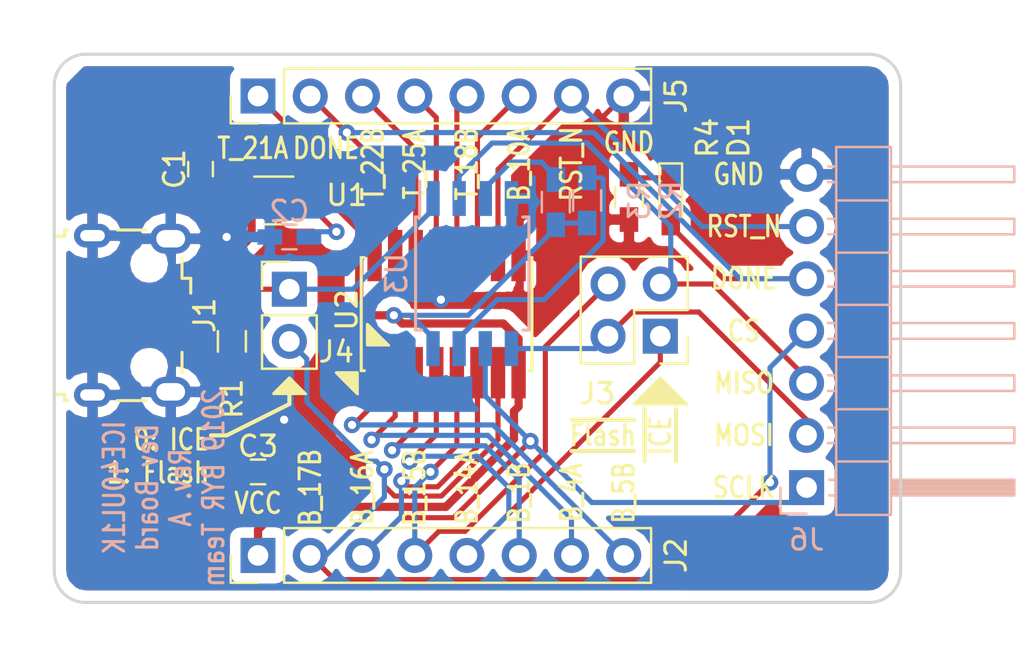
<source format=kicad_pcb>
(kicad_pcb (version 20171130) (host pcbnew 5.0.1)

  (general
    (thickness 1.6)
    (drawings 46)
    (tracks 202)
    (zones 0)
    (modules 17)
    (nets 28)
  )

  (page A4)
  (layers
    (0 F.Cu signal)
    (31 B.Cu signal)
    (32 B.Adhes user)
    (33 F.Adhes user)
    (34 B.Paste user)
    (35 F.Paste user)
    (36 B.SilkS user)
    (37 F.SilkS user)
    (38 B.Mask user)
    (39 F.Mask user)
    (40 Dwgs.User user)
    (41 Cmts.User user)
    (42 Eco1.User user)
    (43 Eco2.User user)
    (44 Edge.Cuts user)
    (45 Margin user)
    (46 B.CrtYd user)
    (47 F.CrtYd user)
    (48 B.Fab user)
    (49 F.Fab user)
  )

  (setup
    (last_trace_width 0.4)
    (user_trace_width 0.25)
    (user_trace_width 0.4)
    (trace_clearance 0.2)
    (zone_clearance 0.508)
    (zone_45_only no)
    (trace_min 0.2)
    (segment_width 0.2)
    (edge_width 0.15)
    (via_size 0.8)
    (via_drill 0.4)
    (via_min_size 0.4)
    (via_min_drill 0.3)
    (uvia_size 0.3)
    (uvia_drill 0.1)
    (uvias_allowed no)
    (uvia_min_size 0.2)
    (uvia_min_drill 0.1)
    (pcb_text_width 0.3)
    (pcb_text_size 1.5 1.5)
    (mod_edge_width 0.15)
    (mod_text_size 1 1)
    (mod_text_width 0.15)
    (pad_size 1.524 1.524)
    (pad_drill 0.762)
    (pad_to_mask_clearance 0.051)
    (solder_mask_min_width 0.25)
    (aux_axis_origin 0 0)
    (visible_elements FFFFFF7F)
    (pcbplotparams
      (layerselection 0x010fc_ffffffff)
      (usegerberextensions false)
      (usegerberattributes false)
      (usegerberadvancedattributes false)
      (creategerberjobfile false)
      (excludeedgelayer true)
      (linewidth 0.100000)
      (plotframeref false)
      (viasonmask false)
      (mode 1)
      (useauxorigin false)
      (hpglpennumber 1)
      (hpglpenspeed 20)
      (hpglpendiameter 15.000000)
      (psnegative false)
      (psa4output false)
      (plotreference true)
      (plotvalue true)
      (plotinvisibletext false)
      (padsonsilk false)
      (subtractmaskfromsilk false)
      (outputformat 1)
      (mirror false)
      (drillshape 1)
      (scaleselection 1)
      (outputdirectory ""))
  )

  (net 0 "")
  (net 1 GND)
  (net 2 "Net-(C1-Pad1)")
  (net 3 "Net-(C2-Pad1)")
  (net 4 VCC)
  (net 5 C_DONE)
  (net 6 "Net-(D1-Pad1)")
  (net 7 "Net-(J1-Pad4)")
  (net 8 "Net-(J1-Pad3)")
  (net 9 "Net-(J1-Pad2)")
  (net 10 C_SS)
  (net 11 C_CLK)
  (net 12 C_DI)
  (net 13 C_DO)
  (net 14 "Net-(J2-Pad6)")
  (net 15 "Net-(J2-Pad7)")
  (net 16 "Net-(J2-Pad8)")
  (net 17 F_DO)
  (net 18 F_DI)
  (net 19 "Net-(J4-Pad1)")
  (net 20 RST_N)
  (net 21 "Net-(J5-Pad6)")
  (net 22 "Net-(J5-Pad5)")
  (net 23 "Net-(J5-Pad4)")
  (net 24 "Net-(J5-Pad3)")
  (net 25 "Net-(J5-Pad1)")
  (net 26 "Net-(R2-Pad2)")
  (net 27 "Net-(R3-Pad2)")

  (net_class Default "これはデフォルトのネット クラスです。"
    (clearance 0.2)
    (trace_width 0.25)
    (via_dia 0.8)
    (via_drill 0.4)
    (uvia_dia 0.3)
    (uvia_drill 0.1)
    (add_net C_CLK)
    (add_net C_DI)
    (add_net C_DO)
    (add_net C_DONE)
    (add_net C_SS)
    (add_net F_DI)
    (add_net F_DO)
    (add_net GND)
    (add_net "Net-(C1-Pad1)")
    (add_net "Net-(C2-Pad1)")
    (add_net "Net-(D1-Pad1)")
    (add_net "Net-(J1-Pad2)")
    (add_net "Net-(J1-Pad3)")
    (add_net "Net-(J1-Pad4)")
    (add_net "Net-(J2-Pad6)")
    (add_net "Net-(J2-Pad7)")
    (add_net "Net-(J2-Pad8)")
    (add_net "Net-(J4-Pad1)")
    (add_net "Net-(J5-Pad1)")
    (add_net "Net-(J5-Pad3)")
    (add_net "Net-(J5-Pad4)")
    (add_net "Net-(J5-Pad5)")
    (add_net "Net-(J5-Pad6)")
    (add_net "Net-(R2-Pad2)")
    (add_net "Net-(R3-Pad2)")
    (add_net RST_N)
    (add_net VCC)
  )

  (module Capacitors_SMD:C_0603_HandSoldering (layer F.Cu) (tedit 58AA848B) (tstamp 5C56A614)
    (at 112.522 138.176 90)
    (descr "Capacitor SMD 0603, hand soldering")
    (tags "capacitor 0603")
    (path /5C5AD630)
    (attr smd)
    (fp_text reference C1 (at 0 -1.27 90) (layer F.SilkS)
      (effects (font (size 1 1) (thickness 0.15)))
    )
    (fp_text value C (at 0 1.5 90) (layer F.Fab)
      (effects (font (size 1 1) (thickness 0.15)))
    )
    (fp_line (start 1.8 0.65) (end -1.8 0.65) (layer F.CrtYd) (width 0.05))
    (fp_line (start 1.8 0.65) (end 1.8 -0.65) (layer F.CrtYd) (width 0.05))
    (fp_line (start -1.8 -0.65) (end -1.8 0.65) (layer F.CrtYd) (width 0.05))
    (fp_line (start -1.8 -0.65) (end 1.8 -0.65) (layer F.CrtYd) (width 0.05))
    (fp_line (start 0.35 0.6) (end -0.35 0.6) (layer F.SilkS) (width 0.12))
    (fp_line (start -0.35 -0.6) (end 0.35 -0.6) (layer F.SilkS) (width 0.12))
    (fp_line (start -0.8 -0.4) (end 0.8 -0.4) (layer F.Fab) (width 0.1))
    (fp_line (start 0.8 -0.4) (end 0.8 0.4) (layer F.Fab) (width 0.1))
    (fp_line (start 0.8 0.4) (end -0.8 0.4) (layer F.Fab) (width 0.1))
    (fp_line (start -0.8 0.4) (end -0.8 -0.4) (layer F.Fab) (width 0.1))
    (fp_text user %R (at 0 -1.25 90) (layer F.Fab)
      (effects (font (size 1 1) (thickness 0.15)))
    )
    (pad 2 smd rect (at 0.95 0 90) (size 1.2 0.75) (layers F.Cu F.Paste F.Mask)
      (net 1 GND))
    (pad 1 smd rect (at -0.95 0 90) (size 1.2 0.75) (layers F.Cu F.Paste F.Mask)
      (net 2 "Net-(C1-Pad1)"))
    (model Capacitors_SMD.3dshapes/C_0603.wrl
      (at (xyz 0 0 0))
      (scale (xyz 1 1 1))
      (rotate (xyz 0 0 0))
    )
  )

  (module Capacitors_SMD:C_0603_HandSoldering (layer B.Cu) (tedit 58AA848B) (tstamp 5C56A80C)
    (at 116.84 141.478 180)
    (descr "Capacitor SMD 0603, hand soldering")
    (tags "capacitor 0603")
    (path /5C5AD6F3)
    (attr smd)
    (fp_text reference C2 (at 0 1.25 180) (layer B.SilkS)
      (effects (font (size 1 1) (thickness 0.15)) (justify mirror))
    )
    (fp_text value C (at 0 -1.5 180) (layer B.Fab)
      (effects (font (size 1 1) (thickness 0.15)) (justify mirror))
    )
    (fp_text user %R (at 0 1.25 180) (layer B.Fab)
      (effects (font (size 1 1) (thickness 0.15)) (justify mirror))
    )
    (fp_line (start -0.8 -0.4) (end -0.8 0.4) (layer B.Fab) (width 0.1))
    (fp_line (start 0.8 -0.4) (end -0.8 -0.4) (layer B.Fab) (width 0.1))
    (fp_line (start 0.8 0.4) (end 0.8 -0.4) (layer B.Fab) (width 0.1))
    (fp_line (start -0.8 0.4) (end 0.8 0.4) (layer B.Fab) (width 0.1))
    (fp_line (start -0.35 0.6) (end 0.35 0.6) (layer B.SilkS) (width 0.12))
    (fp_line (start 0.35 -0.6) (end -0.35 -0.6) (layer B.SilkS) (width 0.12))
    (fp_line (start -1.8 0.65) (end 1.8 0.65) (layer B.CrtYd) (width 0.05))
    (fp_line (start -1.8 0.65) (end -1.8 -0.65) (layer B.CrtYd) (width 0.05))
    (fp_line (start 1.8 -0.65) (end 1.8 0.65) (layer B.CrtYd) (width 0.05))
    (fp_line (start 1.8 -0.65) (end -1.8 -0.65) (layer B.CrtYd) (width 0.05))
    (pad 1 smd rect (at -0.95 0 180) (size 1.2 0.75) (layers B.Cu B.Paste B.Mask)
      (net 3 "Net-(C2-Pad1)"))
    (pad 2 smd rect (at 0.95 0 180) (size 1.2 0.75) (layers B.Cu B.Paste B.Mask)
      (net 1 GND))
    (model Capacitors_SMD.3dshapes/C_0603.wrl
      (at (xyz 0 0 0))
      (scale (xyz 1 1 1))
      (rotate (xyz 0 0 0))
    )
  )

  (module Capacitors_SMD:C_0603_HandSoldering (layer F.Cu) (tedit 58AA848B) (tstamp 5C56A983)
    (at 115.316 152.908)
    (descr "Capacitor SMD 0603, hand soldering")
    (tags "capacitor 0603")
    (path /5C5AD771)
    (attr smd)
    (fp_text reference C3 (at 0 -1.25) (layer F.SilkS)
      (effects (font (size 1 1) (thickness 0.15)))
    )
    (fp_text value C (at 0 1.5) (layer F.Fab)
      (effects (font (size 1 1) (thickness 0.15)))
    )
    (fp_line (start 1.8 0.65) (end -1.8 0.65) (layer F.CrtYd) (width 0.05))
    (fp_line (start 1.8 0.65) (end 1.8 -0.65) (layer F.CrtYd) (width 0.05))
    (fp_line (start -1.8 -0.65) (end -1.8 0.65) (layer F.CrtYd) (width 0.05))
    (fp_line (start -1.8 -0.65) (end 1.8 -0.65) (layer F.CrtYd) (width 0.05))
    (fp_line (start 0.35 0.6) (end -0.35 0.6) (layer F.SilkS) (width 0.12))
    (fp_line (start -0.35 -0.6) (end 0.35 -0.6) (layer F.SilkS) (width 0.12))
    (fp_line (start -0.8 -0.4) (end 0.8 -0.4) (layer F.Fab) (width 0.1))
    (fp_line (start 0.8 -0.4) (end 0.8 0.4) (layer F.Fab) (width 0.1))
    (fp_line (start 0.8 0.4) (end -0.8 0.4) (layer F.Fab) (width 0.1))
    (fp_line (start -0.8 0.4) (end -0.8 -0.4) (layer F.Fab) (width 0.1))
    (fp_text user %R (at 0 -1.25) (layer F.Fab)
      (effects (font (size 1 1) (thickness 0.15)))
    )
    (pad 2 smd rect (at 0.95 0) (size 1.2 0.75) (layers F.Cu F.Paste F.Mask)
      (net 1 GND))
    (pad 1 smd rect (at -0.95 0) (size 1.2 0.75) (layers F.Cu F.Paste F.Mask)
      (net 4 VCC))
    (model Capacitors_SMD.3dshapes/C_0603.wrl
      (at (xyz 0 0 0))
      (scale (xyz 1 1 1))
      (rotate (xyz 0 0 0))
    )
  )

  (module LEDs:LED_0603_HandSoldering (layer F.Cu) (tedit 595FC9C0) (tstamp 5C56C851)
    (at 135.382 139.7 270)
    (descr "LED SMD 0603, hand soldering")
    (tags "LED 0603")
    (path /5C592499)
    (attr smd)
    (fp_text reference D1 (at -3.048 -3.302 270) (layer F.SilkS)
      (effects (font (size 1 1) (thickness 0.15)))
    )
    (fp_text value LED (at 0 1.55 270) (layer F.Fab)
      (effects (font (size 1 1) (thickness 0.15)))
    )
    (fp_line (start -0.8 -0.4) (end -0.8 0.4) (layer F.Fab) (width 0.1))
    (fp_line (start 1.95 0.7) (end -1.96 0.7) (layer F.CrtYd) (width 0.05))
    (fp_line (start 1.95 0.7) (end 1.95 -0.7) (layer F.CrtYd) (width 0.05))
    (fp_line (start -1.96 -0.7) (end -1.96 0.7) (layer F.CrtYd) (width 0.05))
    (fp_line (start -1.96 -0.7) (end 1.95 -0.7) (layer F.CrtYd) (width 0.05))
    (fp_line (start -1.8 -0.55) (end 0.8 -0.55) (layer F.SilkS) (width 0.12))
    (fp_line (start -1.8 0.55) (end 0.8 0.55) (layer F.SilkS) (width 0.12))
    (fp_line (start -0.8 -0.4) (end 0.8 -0.4) (layer F.Fab) (width 0.1))
    (fp_line (start 0.8 -0.4) (end 0.8 0.4) (layer F.Fab) (width 0.1))
    (fp_line (start 0.8 0.4) (end -0.8 0.4) (layer F.Fab) (width 0.1))
    (fp_line (start 0.15 -0.2) (end 0.15 0.2) (layer F.Fab) (width 0.1))
    (fp_line (start 0.15 0.2) (end -0.15 0) (layer F.Fab) (width 0.1))
    (fp_line (start -0.15 0) (end 0.15 -0.2) (layer F.Fab) (width 0.1))
    (fp_line (start -0.2 -0.2) (end -0.2 0.2) (layer F.Fab) (width 0.1))
    (fp_line (start -1.8 -0.55) (end -1.8 0.55) (layer F.SilkS) (width 0.12))
    (pad 2 smd rect (at 1.1 0 270) (size 1.2 0.9) (layers F.Cu F.Paste F.Mask)
      (net 5 C_DONE))
    (pad 1 smd rect (at -1.1 0 270) (size 1.2 0.9) (layers F.Cu F.Paste F.Mask)
      (net 6 "Net-(D1-Pad1)"))
    (model ${KISYS3DMOD}/LEDs.3dshapes/LED_0603.wrl
      (at (xyz 0 0 0))
      (scale (xyz 1 1 1))
      (rotate (xyz 0 0 180))
    )
  )

  (module Connectors_USB:USB_Micro-B_Wuerth-629105150521 (layer F.Cu) (tedit 59E3D6C4) (tstamp 5C56A8E7)
    (at 109.22 145.288 270)
    (descr "USB Micro-B receptacle, http://www.mouser.com/ds/2/445/629105150521-469306.pdf")
    (tags "usb micro receptacle")
    (path /5C59A32E)
    (attr smd)
    (fp_text reference J1 (at 0 -3.5 270) (layer F.SilkS)
      (effects (font (size 1 1) (thickness 0.15)))
    )
    (fp_text value USB_B_Micro (at 0 5.6 270) (layer F.Fab)
      (effects (font (size 1 1) (thickness 0.15)))
    )
    (fp_text user "PCB Edge" (at 0 3.75 270) (layer Dwgs.User)
      (effects (font (size 0.5 0.5) (thickness 0.08)))
    )
    (fp_text user %R (at 0 1.05 270) (layer F.Fab)
      (effects (font (size 1 1) (thickness 0.15)))
    )
    (fp_line (start 4.95 -3.34) (end -4.94 -3.34) (layer F.CrtYd) (width 0.05))
    (fp_line (start 4.95 4.85) (end 4.95 -3.34) (layer F.CrtYd) (width 0.05))
    (fp_line (start -4.94 4.85) (end 4.95 4.85) (layer F.CrtYd) (width 0.05))
    (fp_line (start -4.94 -3.34) (end -4.94 4.85) (layer F.CrtYd) (width 0.05))
    (fp_line (start 1.8 -2.4) (end 2.8 -2.4) (layer F.SilkS) (width 0.15))
    (fp_line (start -1.8 -2.4) (end -2.8 -2.4) (layer F.SilkS) (width 0.15))
    (fp_line (start -1.8 -2.825) (end -1.8 -2.4) (layer F.SilkS) (width 0.15))
    (fp_line (start -1.075 -2.825) (end -1.8 -2.825) (layer F.SilkS) (width 0.15))
    (fp_line (start 4.15 0.75) (end 4.15 -0.65) (layer F.SilkS) (width 0.15))
    (fp_line (start 4.15 3.3) (end 4.15 3.15) (layer F.SilkS) (width 0.15))
    (fp_line (start 3.85 3.3) (end 4.15 3.3) (layer F.SilkS) (width 0.15))
    (fp_line (start 3.85 3.75) (end 3.85 3.3) (layer F.SilkS) (width 0.15))
    (fp_line (start -3.85 3.3) (end -3.85 3.75) (layer F.SilkS) (width 0.15))
    (fp_line (start -4.15 3.3) (end -3.85 3.3) (layer F.SilkS) (width 0.15))
    (fp_line (start -4.15 3.15) (end -4.15 3.3) (layer F.SilkS) (width 0.15))
    (fp_line (start -4.15 -0.65) (end -4.15 0.75) (layer F.SilkS) (width 0.15))
    (fp_line (start -1.075 -2.95) (end -1.075 -2.725) (layer F.Fab) (width 0.15))
    (fp_line (start -1.525 -2.95) (end -1.075 -2.95) (layer F.Fab) (width 0.15))
    (fp_line (start -1.525 -2.725) (end -1.525 -2.95) (layer F.Fab) (width 0.15))
    (fp_line (start -1.3 -2.55) (end -1.525 -2.725) (layer F.Fab) (width 0.15))
    (fp_line (start -1.075 -2.725) (end -1.3 -2.55) (layer F.Fab) (width 0.15))
    (fp_line (start -2.7 3.75) (end 2.7 3.75) (layer F.Fab) (width 0.15))
    (fp_line (start 4 -2.25) (end -4 -2.25) (layer F.Fab) (width 0.15))
    (fp_line (start 4 3.15) (end 4 -2.25) (layer F.Fab) (width 0.15))
    (fp_line (start 3.7 3.15) (end 4 3.15) (layer F.Fab) (width 0.15))
    (fp_line (start 3.7 4.35) (end 3.7 3.15) (layer F.Fab) (width 0.15))
    (fp_line (start -3.7 4.35) (end 3.7 4.35) (layer F.Fab) (width 0.15))
    (fp_line (start -3.7 3.15) (end -3.7 4.35) (layer F.Fab) (width 0.15))
    (fp_line (start -4 3.15) (end -3.7 3.15) (layer F.Fab) (width 0.15))
    (fp_line (start -4 -2.25) (end -4 3.15) (layer F.Fab) (width 0.15))
    (pad "" np_thru_hole oval (at 2.5 -0.8 270) (size 0.8 0.8) (drill 0.8) (layers *.Cu *.Mask))
    (pad "" np_thru_hole oval (at -2.5 -0.8 270) (size 0.8 0.8) (drill 0.8) (layers *.Cu *.Mask))
    (pad 6 thru_hole oval (at 3.875 1.95 270) (size 1.15 1.8) (drill oval 0.55 1.2) (layers *.Cu *.Mask)
      (net 1 GND))
    (pad 6 thru_hole oval (at -3.875 1.95 270) (size 1.15 1.8) (drill oval 0.55 1.2) (layers *.Cu *.Mask)
      (net 1 GND))
    (pad 6 thru_hole oval (at 3.725 -1.85 270) (size 1.45 2) (drill oval 0.85 1.4) (layers *.Cu *.Mask)
      (net 1 GND))
    (pad 6 thru_hole oval (at -3.725 -1.85 270) (size 1.45 2) (drill oval 0.85 1.4) (layers *.Cu *.Mask)
      (net 1 GND))
    (pad 5 smd rect (at 1.3 -1.9 270) (size 0.45 1.3) (layers F.Cu F.Paste F.Mask)
      (net 1 GND))
    (pad 4 smd rect (at 0.65 -1.9 270) (size 0.45 1.3) (layers F.Cu F.Paste F.Mask)
      (net 7 "Net-(J1-Pad4)"))
    (pad 3 smd rect (at 0 -1.9 270) (size 0.45 1.3) (layers F.Cu F.Paste F.Mask)
      (net 8 "Net-(J1-Pad3)"))
    (pad 2 smd rect (at -0.65 -1.9 270) (size 0.45 1.3) (layers F.Cu F.Paste F.Mask)
      (net 9 "Net-(J1-Pad2)"))
    (pad 1 smd rect (at -1.3 -1.9 270) (size 0.45 1.3) (layers F.Cu F.Paste F.Mask)
      (net 2 "Net-(C1-Pad1)"))
    (model ${KISYS3DMOD}/Connectors_USB.3dshapes/USB_Micro-B_Wuerth-629105150521.wrl
      (at (xyz 0 0 0))
      (scale (xyz 1 1 1))
      (rotate (xyz 0 0 0))
    )
  )

  (module Pin_Headers:Pin_Header_Straight_1x08_Pitch2.54mm (layer F.Cu) (tedit 59650532) (tstamp 5C56B2C4)
    (at 115.316 156.972 90)
    (descr "Through hole straight pin header, 1x08, 2.54mm pitch, single row")
    (tags "Through hole pin header THT 1x08 2.54mm single row")
    (path /5C573CBB)
    (fp_text reference J2 (at 0 20.32 90) (layer F.SilkS)
      (effects (font (size 1 1) (thickness 0.15)))
    )
    (fp_text value Conn_01x08 (at 0 20.11 90) (layer F.Fab)
      (effects (font (size 1 1) (thickness 0.15)))
    )
    (fp_line (start -0.635 -1.27) (end 1.27 -1.27) (layer F.Fab) (width 0.1))
    (fp_line (start 1.27 -1.27) (end 1.27 19.05) (layer F.Fab) (width 0.1))
    (fp_line (start 1.27 19.05) (end -1.27 19.05) (layer F.Fab) (width 0.1))
    (fp_line (start -1.27 19.05) (end -1.27 -0.635) (layer F.Fab) (width 0.1))
    (fp_line (start -1.27 -0.635) (end -0.635 -1.27) (layer F.Fab) (width 0.1))
    (fp_line (start -1.33 19.11) (end 1.33 19.11) (layer F.SilkS) (width 0.12))
    (fp_line (start -1.33 1.27) (end -1.33 19.11) (layer F.SilkS) (width 0.12))
    (fp_line (start 1.33 1.27) (end 1.33 19.11) (layer F.SilkS) (width 0.12))
    (fp_line (start -1.33 1.27) (end 1.33 1.27) (layer F.SilkS) (width 0.12))
    (fp_line (start -1.33 0) (end -1.33 -1.33) (layer F.SilkS) (width 0.12))
    (fp_line (start -1.33 -1.33) (end 0 -1.33) (layer F.SilkS) (width 0.12))
    (fp_line (start -1.8 -1.8) (end -1.8 19.55) (layer F.CrtYd) (width 0.05))
    (fp_line (start -1.8 19.55) (end 1.8 19.55) (layer F.CrtYd) (width 0.05))
    (fp_line (start 1.8 19.55) (end 1.8 -1.8) (layer F.CrtYd) (width 0.05))
    (fp_line (start 1.8 -1.8) (end -1.8 -1.8) (layer F.CrtYd) (width 0.05))
    (fp_text user %R (at 0 8.89 180) (layer F.Fab)
      (effects (font (size 1 1) (thickness 0.15)))
    )
    (pad 1 thru_hole rect (at 0 0 90) (size 1.7 1.7) (drill 1) (layers *.Cu *.Mask)
      (net 4 VCC))
    (pad 2 thru_hole oval (at 0 2.54 90) (size 1.7 1.7) (drill 1) (layers *.Cu *.Mask)
      (net 10 C_SS))
    (pad 3 thru_hole oval (at 0 5.08 90) (size 1.7 1.7) (drill 1) (layers *.Cu *.Mask)
      (net 11 C_CLK))
    (pad 4 thru_hole oval (at 0 7.62 90) (size 1.7 1.7) (drill 1) (layers *.Cu *.Mask)
      (net 12 C_DI))
    (pad 5 thru_hole oval (at 0 10.16 90) (size 1.7 1.7) (drill 1) (layers *.Cu *.Mask)
      (net 13 C_DO))
    (pad 6 thru_hole oval (at 0 12.7 90) (size 1.7 1.7) (drill 1) (layers *.Cu *.Mask)
      (net 14 "Net-(J2-Pad6)"))
    (pad 7 thru_hole oval (at 0 15.24 90) (size 1.7 1.7) (drill 1) (layers *.Cu *.Mask)
      (net 15 "Net-(J2-Pad7)"))
    (pad 8 thru_hole oval (at 0 17.78 90) (size 1.7 1.7) (drill 1) (layers *.Cu *.Mask)
      (net 16 "Net-(J2-Pad8)"))
    (model ${KISYS3DMOD}/Pin_Headers.3dshapes/Pin_Header_Straight_1x08_Pitch2.54mm.wrl
      (at (xyz 0 0 0))
      (scale (xyz 1 1 1))
      (rotate (xyz 0 0 0))
    )
  )

  (module Pin_Headers:Pin_Header_Straight_2x02_Pitch2.54mm (layer F.Cu) (tedit 59650532) (tstamp 5C56AA1C)
    (at 134.874 146.304 180)
    (descr "Through hole straight pin header, 2x02, 2.54mm pitch, double rows")
    (tags "Through hole pin header THT 2x02 2.54mm double row")
    (path /5C58F325)
    (fp_text reference J3 (at 3.048 -2.794 180) (layer F.SilkS)
      (effects (font (size 1 1) (thickness 0.15)))
    )
    (fp_text value Conn_02x02_Odd_Even (at 1.27 4.87 180) (layer F.Fab)
      (effects (font (size 1 1) (thickness 0.15)))
    )
    (fp_text user %R (at 1.27 1.27 270) (layer F.Fab)
      (effects (font (size 1 1) (thickness 0.15)))
    )
    (fp_line (start 4.35 -1.8) (end -1.8 -1.8) (layer F.CrtYd) (width 0.05))
    (fp_line (start 4.35 4.35) (end 4.35 -1.8) (layer F.CrtYd) (width 0.05))
    (fp_line (start -1.8 4.35) (end 4.35 4.35) (layer F.CrtYd) (width 0.05))
    (fp_line (start -1.8 -1.8) (end -1.8 4.35) (layer F.CrtYd) (width 0.05))
    (fp_line (start -1.33 -1.33) (end 0 -1.33) (layer F.SilkS) (width 0.12))
    (fp_line (start -1.33 0) (end -1.33 -1.33) (layer F.SilkS) (width 0.12))
    (fp_line (start 1.27 -1.33) (end 3.87 -1.33) (layer F.SilkS) (width 0.12))
    (fp_line (start 1.27 1.27) (end 1.27 -1.33) (layer F.SilkS) (width 0.12))
    (fp_line (start -1.33 1.27) (end 1.27 1.27) (layer F.SilkS) (width 0.12))
    (fp_line (start 3.87 -1.33) (end 3.87 3.87) (layer F.SilkS) (width 0.12))
    (fp_line (start -1.33 1.27) (end -1.33 3.87) (layer F.SilkS) (width 0.12))
    (fp_line (start -1.33 3.87) (end 3.87 3.87) (layer F.SilkS) (width 0.12))
    (fp_line (start -1.27 0) (end 0 -1.27) (layer F.Fab) (width 0.1))
    (fp_line (start -1.27 3.81) (end -1.27 0) (layer F.Fab) (width 0.1))
    (fp_line (start 3.81 3.81) (end -1.27 3.81) (layer F.Fab) (width 0.1))
    (fp_line (start 3.81 -1.27) (end 3.81 3.81) (layer F.Fab) (width 0.1))
    (fp_line (start 0 -1.27) (end 3.81 -1.27) (layer F.Fab) (width 0.1))
    (pad 4 thru_hole oval (at 2.54 2.54 180) (size 1.7 1.7) (drill 1) (layers *.Cu *.Mask)
      (net 12 C_DI))
    (pad 3 thru_hole oval (at 0 2.54 180) (size 1.7 1.7) (drill 1) (layers *.Cu *.Mask)
      (net 17 F_DO))
    (pad 2 thru_hole oval (at 2.54 0 180) (size 1.7 1.7) (drill 1) (layers *.Cu *.Mask)
      (net 18 F_DI))
    (pad 1 thru_hole rect (at 0 0 180) (size 1.7 1.7) (drill 1) (layers *.Cu *.Mask)
      (net 13 C_DO))
    (model ${KISYS3DMOD}/Pin_Headers.3dshapes/Pin_Header_Straight_2x02_Pitch2.54mm.wrl
      (at (xyz 0 0 0))
      (scale (xyz 1 1 1))
      (rotate (xyz 0 0 0))
    )
  )

  (module Pin_Headers:Pin_Header_Straight_1x02_Pitch2.54mm (layer F.Cu) (tedit 59650532) (tstamp 5C56A679)
    (at 116.84 144.018)
    (descr "Through hole straight pin header, 1x02, 2.54mm pitch, single row")
    (tags "Through hole pin header THT 1x02 2.54mm single row")
    (path /5C58731C)
    (fp_text reference J4 (at 2.286 3.048) (layer F.SilkS)
      (effects (font (size 1 1) (thickness 0.15)))
    )
    (fp_text value Conn_02x01 (at 0 4.87) (layer F.Fab)
      (effects (font (size 1 1) (thickness 0.15)))
    )
    (fp_text user %R (at 0 1.27 90) (layer F.Fab)
      (effects (font (size 1 1) (thickness 0.15)))
    )
    (fp_line (start 1.8 -1.8) (end -1.8 -1.8) (layer F.CrtYd) (width 0.05))
    (fp_line (start 1.8 4.35) (end 1.8 -1.8) (layer F.CrtYd) (width 0.05))
    (fp_line (start -1.8 4.35) (end 1.8 4.35) (layer F.CrtYd) (width 0.05))
    (fp_line (start -1.8 -1.8) (end -1.8 4.35) (layer F.CrtYd) (width 0.05))
    (fp_line (start -1.33 -1.33) (end 0 -1.33) (layer F.SilkS) (width 0.12))
    (fp_line (start -1.33 0) (end -1.33 -1.33) (layer F.SilkS) (width 0.12))
    (fp_line (start -1.33 1.27) (end 1.33 1.27) (layer F.SilkS) (width 0.12))
    (fp_line (start 1.33 1.27) (end 1.33 3.87) (layer F.SilkS) (width 0.12))
    (fp_line (start -1.33 1.27) (end -1.33 3.87) (layer F.SilkS) (width 0.12))
    (fp_line (start -1.33 3.87) (end 1.33 3.87) (layer F.SilkS) (width 0.12))
    (fp_line (start -1.27 -0.635) (end -0.635 -1.27) (layer F.Fab) (width 0.1))
    (fp_line (start -1.27 3.81) (end -1.27 -0.635) (layer F.Fab) (width 0.1))
    (fp_line (start 1.27 3.81) (end -1.27 3.81) (layer F.Fab) (width 0.1))
    (fp_line (start 1.27 -1.27) (end 1.27 3.81) (layer F.Fab) (width 0.1))
    (fp_line (start -0.635 -1.27) (end 1.27 -1.27) (layer F.Fab) (width 0.1))
    (pad 2 thru_hole oval (at 0 2.54) (size 1.7 1.7) (drill 1) (layers *.Cu *.Mask)
      (net 10 C_SS))
    (pad 1 thru_hole rect (at 0 0) (size 1.7 1.7) (drill 1) (layers *.Cu *.Mask)
      (net 19 "Net-(J4-Pad1)"))
    (model ${KISYS3DMOD}/Pin_Headers.3dshapes/Pin_Header_Straight_1x02_Pitch2.54mm.wrl
      (at (xyz 0 0 0))
      (scale (xyz 1 1 1))
      (rotate (xyz 0 0 0))
    )
  )

  (module Pin_Headers:Pin_Header_Straight_1x08_Pitch2.54mm (layer F.Cu) (tedit 59650532) (tstamp 5C56B42A)
    (at 115.316 134.62 90)
    (descr "Through hole straight pin header, 1x08, 2.54mm pitch, single row")
    (tags "Through hole pin header THT 1x08 2.54mm single row")
    (path /5C573BD1)
    (fp_text reference J5 (at 0 20.32 90) (layer F.SilkS)
      (effects (font (size 1 1) (thickness 0.15)))
    )
    (fp_text value Conn_01x08 (at 0 20.11 90) (layer F.Fab)
      (effects (font (size 1 1) (thickness 0.15)))
    )
    (fp_text user %R (at 0 8.89 180) (layer F.Fab)
      (effects (font (size 1 1) (thickness 0.15)))
    )
    (fp_line (start 1.8 -1.8) (end -1.8 -1.8) (layer F.CrtYd) (width 0.05))
    (fp_line (start 1.8 19.55) (end 1.8 -1.8) (layer F.CrtYd) (width 0.05))
    (fp_line (start -1.8 19.55) (end 1.8 19.55) (layer F.CrtYd) (width 0.05))
    (fp_line (start -1.8 -1.8) (end -1.8 19.55) (layer F.CrtYd) (width 0.05))
    (fp_line (start -1.33 -1.33) (end 0 -1.33) (layer F.SilkS) (width 0.12))
    (fp_line (start -1.33 0) (end -1.33 -1.33) (layer F.SilkS) (width 0.12))
    (fp_line (start -1.33 1.27) (end 1.33 1.27) (layer F.SilkS) (width 0.12))
    (fp_line (start 1.33 1.27) (end 1.33 19.11) (layer F.SilkS) (width 0.12))
    (fp_line (start -1.33 1.27) (end -1.33 19.11) (layer F.SilkS) (width 0.12))
    (fp_line (start -1.33 19.11) (end 1.33 19.11) (layer F.SilkS) (width 0.12))
    (fp_line (start -1.27 -0.635) (end -0.635 -1.27) (layer F.Fab) (width 0.1))
    (fp_line (start -1.27 19.05) (end -1.27 -0.635) (layer F.Fab) (width 0.1))
    (fp_line (start 1.27 19.05) (end -1.27 19.05) (layer F.Fab) (width 0.1))
    (fp_line (start 1.27 -1.27) (end 1.27 19.05) (layer F.Fab) (width 0.1))
    (fp_line (start -0.635 -1.27) (end 1.27 -1.27) (layer F.Fab) (width 0.1))
    (pad 8 thru_hole oval (at 0 17.78 90) (size 1.7 1.7) (drill 1) (layers *.Cu *.Mask)
      (net 1 GND))
    (pad 7 thru_hole oval (at 0 15.24 90) (size 1.7 1.7) (drill 1) (layers *.Cu *.Mask)
      (net 20 RST_N))
    (pad 6 thru_hole oval (at 0 12.7 90) (size 1.7 1.7) (drill 1) (layers *.Cu *.Mask)
      (net 21 "Net-(J5-Pad6)"))
    (pad 5 thru_hole oval (at 0 10.16 90) (size 1.7 1.7) (drill 1) (layers *.Cu *.Mask)
      (net 22 "Net-(J5-Pad5)"))
    (pad 4 thru_hole oval (at 0 7.62 90) (size 1.7 1.7) (drill 1) (layers *.Cu *.Mask)
      (net 23 "Net-(J5-Pad4)"))
    (pad 3 thru_hole oval (at 0 5.08 90) (size 1.7 1.7) (drill 1) (layers *.Cu *.Mask)
      (net 24 "Net-(J5-Pad3)"))
    (pad 2 thru_hole oval (at 0 2.54 90) (size 1.7 1.7) (drill 1) (layers *.Cu *.Mask)
      (net 5 C_DONE))
    (pad 1 thru_hole rect (at 0 0 90) (size 1.7 1.7) (drill 1) (layers *.Cu *.Mask)
      (net 25 "Net-(J5-Pad1)"))
    (model ${KISYS3DMOD}/Pin_Headers.3dshapes/Pin_Header_Straight_1x08_Pitch2.54mm.wrl
      (at (xyz 0 0 0))
      (scale (xyz 1 1 1))
      (rotate (xyz 0 0 0))
    )
  )

  (module Pin_Headers:Pin_Header_Angled_1x07_Pitch2.54mm (layer B.Cu) (tedit 59650532) (tstamp 5C56BD5F)
    (at 141.986 153.67)
    (descr "Through hole angled pin header, 1x07, 2.54mm pitch, 6mm pin length, single row")
    (tags "Through hole angled pin header THT 1x07 2.54mm single row")
    (path /5C57A454)
    (fp_text reference J6 (at 0 2.54) (layer B.SilkS)
      (effects (font (size 1 1) (thickness 0.15)) (justify mirror))
    )
    (fp_text value Conn_01x07 (at 4.385 -17.51) (layer B.Fab)
      (effects (font (size 1 1) (thickness 0.15)) (justify mirror))
    )
    (fp_text user %R (at 2.77 -7.62 -90) (layer B.Fab)
      (effects (font (size 1 1) (thickness 0.15)) (justify mirror))
    )
    (fp_line (start 10.55 1.8) (end -1.8 1.8) (layer B.CrtYd) (width 0.05))
    (fp_line (start 10.55 -17.05) (end 10.55 1.8) (layer B.CrtYd) (width 0.05))
    (fp_line (start -1.8 -17.05) (end 10.55 -17.05) (layer B.CrtYd) (width 0.05))
    (fp_line (start -1.8 1.8) (end -1.8 -17.05) (layer B.CrtYd) (width 0.05))
    (fp_line (start -1.27 1.27) (end 0 1.27) (layer B.SilkS) (width 0.12))
    (fp_line (start -1.27 0) (end -1.27 1.27) (layer B.SilkS) (width 0.12))
    (fp_line (start 1.042929 -15.62) (end 1.44 -15.62) (layer B.SilkS) (width 0.12))
    (fp_line (start 1.042929 -14.86) (end 1.44 -14.86) (layer B.SilkS) (width 0.12))
    (fp_line (start 10.1 -15.62) (end 4.1 -15.62) (layer B.SilkS) (width 0.12))
    (fp_line (start 10.1 -14.86) (end 10.1 -15.62) (layer B.SilkS) (width 0.12))
    (fp_line (start 4.1 -14.86) (end 10.1 -14.86) (layer B.SilkS) (width 0.12))
    (fp_line (start 1.44 -13.97) (end 4.1 -13.97) (layer B.SilkS) (width 0.12))
    (fp_line (start 1.042929 -13.08) (end 1.44 -13.08) (layer B.SilkS) (width 0.12))
    (fp_line (start 1.042929 -12.32) (end 1.44 -12.32) (layer B.SilkS) (width 0.12))
    (fp_line (start 10.1 -13.08) (end 4.1 -13.08) (layer B.SilkS) (width 0.12))
    (fp_line (start 10.1 -12.32) (end 10.1 -13.08) (layer B.SilkS) (width 0.12))
    (fp_line (start 4.1 -12.32) (end 10.1 -12.32) (layer B.SilkS) (width 0.12))
    (fp_line (start 1.44 -11.43) (end 4.1 -11.43) (layer B.SilkS) (width 0.12))
    (fp_line (start 1.042929 -10.54) (end 1.44 -10.54) (layer B.SilkS) (width 0.12))
    (fp_line (start 1.042929 -9.78) (end 1.44 -9.78) (layer B.SilkS) (width 0.12))
    (fp_line (start 10.1 -10.54) (end 4.1 -10.54) (layer B.SilkS) (width 0.12))
    (fp_line (start 10.1 -9.78) (end 10.1 -10.54) (layer B.SilkS) (width 0.12))
    (fp_line (start 4.1 -9.78) (end 10.1 -9.78) (layer B.SilkS) (width 0.12))
    (fp_line (start 1.44 -8.89) (end 4.1 -8.89) (layer B.SilkS) (width 0.12))
    (fp_line (start 1.042929 -8) (end 1.44 -8) (layer B.SilkS) (width 0.12))
    (fp_line (start 1.042929 -7.24) (end 1.44 -7.24) (layer B.SilkS) (width 0.12))
    (fp_line (start 10.1 -8) (end 4.1 -8) (layer B.SilkS) (width 0.12))
    (fp_line (start 10.1 -7.24) (end 10.1 -8) (layer B.SilkS) (width 0.12))
    (fp_line (start 4.1 -7.24) (end 10.1 -7.24) (layer B.SilkS) (width 0.12))
    (fp_line (start 1.44 -6.35) (end 4.1 -6.35) (layer B.SilkS) (width 0.12))
    (fp_line (start 1.042929 -5.46) (end 1.44 -5.46) (layer B.SilkS) (width 0.12))
    (fp_line (start 1.042929 -4.7) (end 1.44 -4.7) (layer B.SilkS) (width 0.12))
    (fp_line (start 10.1 -5.46) (end 4.1 -5.46) (layer B.SilkS) (width 0.12))
    (fp_line (start 10.1 -4.7) (end 10.1 -5.46) (layer B.SilkS) (width 0.12))
    (fp_line (start 4.1 -4.7) (end 10.1 -4.7) (layer B.SilkS) (width 0.12))
    (fp_line (start 1.44 -3.81) (end 4.1 -3.81) (layer B.SilkS) (width 0.12))
    (fp_line (start 1.042929 -2.92) (end 1.44 -2.92) (layer B.SilkS) (width 0.12))
    (fp_line (start 1.042929 -2.16) (end 1.44 -2.16) (layer B.SilkS) (width 0.12))
    (fp_line (start 10.1 -2.92) (end 4.1 -2.92) (layer B.SilkS) (width 0.12))
    (fp_line (start 10.1 -2.16) (end 10.1 -2.92) (layer B.SilkS) (width 0.12))
    (fp_line (start 4.1 -2.16) (end 10.1 -2.16) (layer B.SilkS) (width 0.12))
    (fp_line (start 1.44 -1.27) (end 4.1 -1.27) (layer B.SilkS) (width 0.12))
    (fp_line (start 1.11 -0.38) (end 1.44 -0.38) (layer B.SilkS) (width 0.12))
    (fp_line (start 1.11 0.38) (end 1.44 0.38) (layer B.SilkS) (width 0.12))
    (fp_line (start 4.1 -0.28) (end 10.1 -0.28) (layer B.SilkS) (width 0.12))
    (fp_line (start 4.1 -0.16) (end 10.1 -0.16) (layer B.SilkS) (width 0.12))
    (fp_line (start 4.1 -0.04) (end 10.1 -0.04) (layer B.SilkS) (width 0.12))
    (fp_line (start 4.1 0.08) (end 10.1 0.08) (layer B.SilkS) (width 0.12))
    (fp_line (start 4.1 0.2) (end 10.1 0.2) (layer B.SilkS) (width 0.12))
    (fp_line (start 4.1 0.32) (end 10.1 0.32) (layer B.SilkS) (width 0.12))
    (fp_line (start 10.1 -0.38) (end 4.1 -0.38) (layer B.SilkS) (width 0.12))
    (fp_line (start 10.1 0.38) (end 10.1 -0.38) (layer B.SilkS) (width 0.12))
    (fp_line (start 4.1 0.38) (end 10.1 0.38) (layer B.SilkS) (width 0.12))
    (fp_line (start 4.1 1.33) (end 1.44 1.33) (layer B.SilkS) (width 0.12))
    (fp_line (start 4.1 -16.57) (end 4.1 1.33) (layer B.SilkS) (width 0.12))
    (fp_line (start 1.44 -16.57) (end 4.1 -16.57) (layer B.SilkS) (width 0.12))
    (fp_line (start 1.44 1.33) (end 1.44 -16.57) (layer B.SilkS) (width 0.12))
    (fp_line (start 4.04 -15.56) (end 10.04 -15.56) (layer B.Fab) (width 0.1))
    (fp_line (start 10.04 -14.92) (end 10.04 -15.56) (layer B.Fab) (width 0.1))
    (fp_line (start 4.04 -14.92) (end 10.04 -14.92) (layer B.Fab) (width 0.1))
    (fp_line (start -0.32 -15.56) (end 1.5 -15.56) (layer B.Fab) (width 0.1))
    (fp_line (start -0.32 -14.92) (end -0.32 -15.56) (layer B.Fab) (width 0.1))
    (fp_line (start -0.32 -14.92) (end 1.5 -14.92) (layer B.Fab) (width 0.1))
    (fp_line (start 4.04 -13.02) (end 10.04 -13.02) (layer B.Fab) (width 0.1))
    (fp_line (start 10.04 -12.38) (end 10.04 -13.02) (layer B.Fab) (width 0.1))
    (fp_line (start 4.04 -12.38) (end 10.04 -12.38) (layer B.Fab) (width 0.1))
    (fp_line (start -0.32 -13.02) (end 1.5 -13.02) (layer B.Fab) (width 0.1))
    (fp_line (start -0.32 -12.38) (end -0.32 -13.02) (layer B.Fab) (width 0.1))
    (fp_line (start -0.32 -12.38) (end 1.5 -12.38) (layer B.Fab) (width 0.1))
    (fp_line (start 4.04 -10.48) (end 10.04 -10.48) (layer B.Fab) (width 0.1))
    (fp_line (start 10.04 -9.84) (end 10.04 -10.48) (layer B.Fab) (width 0.1))
    (fp_line (start 4.04 -9.84) (end 10.04 -9.84) (layer B.Fab) (width 0.1))
    (fp_line (start -0.32 -10.48) (end 1.5 -10.48) (layer B.Fab) (width 0.1))
    (fp_line (start -0.32 -9.84) (end -0.32 -10.48) (layer B.Fab) (width 0.1))
    (fp_line (start -0.32 -9.84) (end 1.5 -9.84) (layer B.Fab) (width 0.1))
    (fp_line (start 4.04 -7.94) (end 10.04 -7.94) (layer B.Fab) (width 0.1))
    (fp_line (start 10.04 -7.3) (end 10.04 -7.94) (layer B.Fab) (width 0.1))
    (fp_line (start 4.04 -7.3) (end 10.04 -7.3) (layer B.Fab) (width 0.1))
    (fp_line (start -0.32 -7.94) (end 1.5 -7.94) (layer B.Fab) (width 0.1))
    (fp_line (start -0.32 -7.3) (end -0.32 -7.94) (layer B.Fab) (width 0.1))
    (fp_line (start -0.32 -7.3) (end 1.5 -7.3) (layer B.Fab) (width 0.1))
    (fp_line (start 4.04 -5.4) (end 10.04 -5.4) (layer B.Fab) (width 0.1))
    (fp_line (start 10.04 -4.76) (end 10.04 -5.4) (layer B.Fab) (width 0.1))
    (fp_line (start 4.04 -4.76) (end 10.04 -4.76) (layer B.Fab) (width 0.1))
    (fp_line (start -0.32 -5.4) (end 1.5 -5.4) (layer B.Fab) (width 0.1))
    (fp_line (start -0.32 -4.76) (end -0.32 -5.4) (layer B.Fab) (width 0.1))
    (fp_line (start -0.32 -4.76) (end 1.5 -4.76) (layer B.Fab) (width 0.1))
    (fp_line (start 4.04 -2.86) (end 10.04 -2.86) (layer B.Fab) (width 0.1))
    (fp_line (start 10.04 -2.22) (end 10.04 -2.86) (layer B.Fab) (width 0.1))
    (fp_line (start 4.04 -2.22) (end 10.04 -2.22) (layer B.Fab) (width 0.1))
    (fp_line (start -0.32 -2.86) (end 1.5 -2.86) (layer B.Fab) (width 0.1))
    (fp_line (start -0.32 -2.22) (end -0.32 -2.86) (layer B.Fab) (width 0.1))
    (fp_line (start -0.32 -2.22) (end 1.5 -2.22) (layer B.Fab) (width 0.1))
    (fp_line (start 4.04 -0.32) (end 10.04 -0.32) (layer B.Fab) (width 0.1))
    (fp_line (start 10.04 0.32) (end 10.04 -0.32) (layer B.Fab) (width 0.1))
    (fp_line (start 4.04 0.32) (end 10.04 0.32) (layer B.Fab) (width 0.1))
    (fp_line (start -0.32 -0.32) (end 1.5 -0.32) (layer B.Fab) (width 0.1))
    (fp_line (start -0.32 0.32) (end -0.32 -0.32) (layer B.Fab) (width 0.1))
    (fp_line (start -0.32 0.32) (end 1.5 0.32) (layer B.Fab) (width 0.1))
    (fp_line (start 1.5 0.635) (end 2.135 1.27) (layer B.Fab) (width 0.1))
    (fp_line (start 1.5 -16.51) (end 1.5 0.635) (layer B.Fab) (width 0.1))
    (fp_line (start 4.04 -16.51) (end 1.5 -16.51) (layer B.Fab) (width 0.1))
    (fp_line (start 4.04 1.27) (end 4.04 -16.51) (layer B.Fab) (width 0.1))
    (fp_line (start 2.135 1.27) (end 4.04 1.27) (layer B.Fab) (width 0.1))
    (pad 7 thru_hole oval (at 0 -15.24) (size 1.7 1.7) (drill 1) (layers *.Cu *.Mask)
      (net 1 GND))
    (pad 6 thru_hole oval (at 0 -12.7) (size 1.7 1.7) (drill 1) (layers *.Cu *.Mask)
      (net 20 RST_N))
    (pad 5 thru_hole oval (at 0 -10.16) (size 1.7 1.7) (drill 1) (layers *.Cu *.Mask)
      (net 5 C_DONE))
    (pad 4 thru_hole oval (at 0 -7.62) (size 1.7 1.7) (drill 1) (layers *.Cu *.Mask)
      (net 10 C_SS))
    (pad 3 thru_hole oval (at 0 -5.08) (size 1.7 1.7) (drill 1) (layers *.Cu *.Mask)
      (net 17 F_DO))
    (pad 2 thru_hole oval (at 0 -2.54) (size 1.7 1.7) (drill 1) (layers *.Cu *.Mask)
      (net 18 F_DI))
    (pad 1 thru_hole rect (at 0 0) (size 1.7 1.7) (drill 1) (layers *.Cu *.Mask)
      (net 11 C_CLK))
    (model ${KISYS3DMOD}/Pin_Headers.3dshapes/Pin_Header_Angled_1x07_Pitch2.54mm.wrl
      (at (xyz 0 0 0))
      (scale (xyz 1 1 1))
      (rotate (xyz 0 0 0))
    )
  )

  (module Resistors_SMD:R_0603_HandSoldering (layer F.Cu) (tedit 58E0A804) (tstamp 5C56C47F)
    (at 114.046 146.558 90)
    (descr "Resistor SMD 0603, hand soldering")
    (tags "resistor 0603")
    (path /5C58ACD0)
    (attr smd)
    (fp_text reference R1 (at -2.794 0 90) (layer F.SilkS)
      (effects (font (size 1 1) (thickness 0.15)))
    )
    (fp_text value R (at 0 1.55 90) (layer F.Fab)
      (effects (font (size 1 1) (thickness 0.15)))
    )
    (fp_text user %R (at 0 0 90) (layer F.Fab)
      (effects (font (size 0.4 0.4) (thickness 0.075)))
    )
    (fp_line (start -0.8 0.4) (end -0.8 -0.4) (layer F.Fab) (width 0.1))
    (fp_line (start 0.8 0.4) (end -0.8 0.4) (layer F.Fab) (width 0.1))
    (fp_line (start 0.8 -0.4) (end 0.8 0.4) (layer F.Fab) (width 0.1))
    (fp_line (start -0.8 -0.4) (end 0.8 -0.4) (layer F.Fab) (width 0.1))
    (fp_line (start 0.5 0.68) (end -0.5 0.68) (layer F.SilkS) (width 0.12))
    (fp_line (start -0.5 -0.68) (end 0.5 -0.68) (layer F.SilkS) (width 0.12))
    (fp_line (start -1.96 -0.7) (end 1.95 -0.7) (layer F.CrtYd) (width 0.05))
    (fp_line (start -1.96 -0.7) (end -1.96 0.7) (layer F.CrtYd) (width 0.05))
    (fp_line (start 1.95 0.7) (end 1.95 -0.7) (layer F.CrtYd) (width 0.05))
    (fp_line (start 1.95 0.7) (end -1.96 0.7) (layer F.CrtYd) (width 0.05))
    (pad 1 smd rect (at -1.1 0 90) (size 1.2 0.9) (layers F.Cu F.Paste F.Mask)
      (net 4 VCC))
    (pad 2 smd rect (at 1.1 0 90) (size 1.2 0.9) (layers F.Cu F.Paste F.Mask)
      (net 19 "Net-(J4-Pad1)"))
    (model ${KISYS3DMOD}/Resistors_SMD.3dshapes/R_0603.wrl
      (at (xyz 0 0 0))
      (scale (xyz 1 1 1))
      (rotate (xyz 0 0 0))
    )
  )

  (module Resistors_SMD:R_0603_HandSoldering (layer B.Cu) (tedit 58E0A804) (tstamp 5C56C8F7)
    (at 131.318 139.7 90)
    (descr "Resistor SMD 0603, hand soldering")
    (tags "resistor 0603")
    (path /5C583385)
    (attr smd)
    (fp_text reference R2 (at 0 4.064 90) (layer B.SilkS)
      (effects (font (size 1 1) (thickness 0.15)) (justify mirror))
    )
    (fp_text value R (at 0 -1.55 90) (layer B.Fab)
      (effects (font (size 1 1) (thickness 0.15)) (justify mirror))
    )
    (fp_line (start 1.95 -0.7) (end -1.96 -0.7) (layer B.CrtYd) (width 0.05))
    (fp_line (start 1.95 -0.7) (end 1.95 0.7) (layer B.CrtYd) (width 0.05))
    (fp_line (start -1.96 0.7) (end -1.96 -0.7) (layer B.CrtYd) (width 0.05))
    (fp_line (start -1.96 0.7) (end 1.95 0.7) (layer B.CrtYd) (width 0.05))
    (fp_line (start -0.5 0.68) (end 0.5 0.68) (layer B.SilkS) (width 0.12))
    (fp_line (start 0.5 -0.68) (end -0.5 -0.68) (layer B.SilkS) (width 0.12))
    (fp_line (start -0.8 0.4) (end 0.8 0.4) (layer B.Fab) (width 0.1))
    (fp_line (start 0.8 0.4) (end 0.8 -0.4) (layer B.Fab) (width 0.1))
    (fp_line (start 0.8 -0.4) (end -0.8 -0.4) (layer B.Fab) (width 0.1))
    (fp_line (start -0.8 -0.4) (end -0.8 0.4) (layer B.Fab) (width 0.1))
    (fp_text user %R (at 0 0 90) (layer B.Fab)
      (effects (font (size 0.4 0.4) (thickness 0.075)) (justify mirror))
    )
    (pad 2 smd rect (at 1.1 0 90) (size 1.2 0.9) (layers B.Cu B.Paste B.Mask)
      (net 26 "Net-(R2-Pad2)"))
    (pad 1 smd rect (at -1.1 0 90) (size 1.2 0.9) (layers B.Cu B.Paste B.Mask)
      (net 4 VCC))
    (model ${KISYS3DMOD}/Resistors_SMD.3dshapes/R_0603.wrl
      (at (xyz 0 0 0))
      (scale (xyz 1 1 1))
      (rotate (xyz 0 0 0))
    )
  )

  (module Resistors_SMD:R_0603_HandSoldering (layer B.Cu) (tedit 58E0A804) (tstamp 5C56A9B3)
    (at 129.794 139.784 90)
    (descr "Resistor SMD 0603, hand soldering")
    (tags "resistor 0603")
    (path /5C58332F)
    (attr smd)
    (fp_text reference R3 (at 0.084 4.064 90) (layer B.SilkS)
      (effects (font (size 1 1) (thickness 0.15)) (justify mirror))
    )
    (fp_text value R (at 0 -1.55 90) (layer B.Fab)
      (effects (font (size 1 1) (thickness 0.15)) (justify mirror))
    )
    (fp_text user %R (at 0 0 90) (layer B.Fab)
      (effects (font (size 0.4 0.4) (thickness 0.075)) (justify mirror))
    )
    (fp_line (start -0.8 -0.4) (end -0.8 0.4) (layer B.Fab) (width 0.1))
    (fp_line (start 0.8 -0.4) (end -0.8 -0.4) (layer B.Fab) (width 0.1))
    (fp_line (start 0.8 0.4) (end 0.8 -0.4) (layer B.Fab) (width 0.1))
    (fp_line (start -0.8 0.4) (end 0.8 0.4) (layer B.Fab) (width 0.1))
    (fp_line (start 0.5 -0.68) (end -0.5 -0.68) (layer B.SilkS) (width 0.12))
    (fp_line (start -0.5 0.68) (end 0.5 0.68) (layer B.SilkS) (width 0.12))
    (fp_line (start -1.96 0.7) (end 1.95 0.7) (layer B.CrtYd) (width 0.05))
    (fp_line (start -1.96 0.7) (end -1.96 -0.7) (layer B.CrtYd) (width 0.05))
    (fp_line (start 1.95 -0.7) (end 1.95 0.7) (layer B.CrtYd) (width 0.05))
    (fp_line (start 1.95 -0.7) (end -1.96 -0.7) (layer B.CrtYd) (width 0.05))
    (pad 1 smd rect (at -1.1 0 90) (size 1.2 0.9) (layers B.Cu B.Paste B.Mask)
      (net 4 VCC))
    (pad 2 smd rect (at 1.1 0 90) (size 1.2 0.9) (layers B.Cu B.Paste B.Mask)
      (net 27 "Net-(R3-Pad2)"))
    (model ${KISYS3DMOD}/Resistors_SMD.3dshapes/R_0603.wrl
      (at (xyz 0 0 0))
      (scale (xyz 1 1 1))
      (rotate (xyz 0 0 0))
    )
  )

  (module Resistors_SMD:R_0603_HandSoldering (layer F.Cu) (tedit 58E0A804) (tstamp 5C56C556)
    (at 133.35 139.53 270)
    (descr "Resistor SMD 0603, hand soldering")
    (tags "resistor 0603")
    (path /5C592633)
    (attr smd)
    (fp_text reference R4 (at -2.878 -3.81 270) (layer F.SilkS)
      (effects (font (size 1 1) (thickness 0.15)))
    )
    (fp_text value R (at 0 1.55 270) (layer F.Fab)
      (effects (font (size 1 1) (thickness 0.15)))
    )
    (fp_line (start 1.95 0.7) (end -1.96 0.7) (layer F.CrtYd) (width 0.05))
    (fp_line (start 1.95 0.7) (end 1.95 -0.7) (layer F.CrtYd) (width 0.05))
    (fp_line (start -1.96 -0.7) (end -1.96 0.7) (layer F.CrtYd) (width 0.05))
    (fp_line (start -1.96 -0.7) (end 1.95 -0.7) (layer F.CrtYd) (width 0.05))
    (fp_line (start -0.5 -0.68) (end 0.5 -0.68) (layer F.SilkS) (width 0.12))
    (fp_line (start 0.5 0.68) (end -0.5 0.68) (layer F.SilkS) (width 0.12))
    (fp_line (start -0.8 -0.4) (end 0.8 -0.4) (layer F.Fab) (width 0.1))
    (fp_line (start 0.8 -0.4) (end 0.8 0.4) (layer F.Fab) (width 0.1))
    (fp_line (start 0.8 0.4) (end -0.8 0.4) (layer F.Fab) (width 0.1))
    (fp_line (start -0.8 0.4) (end -0.8 -0.4) (layer F.Fab) (width 0.1))
    (fp_text user %R (at 0 0 270) (layer F.Fab)
      (effects (font (size 0.4 0.4) (thickness 0.075)))
    )
    (pad 2 smd rect (at 1.1 0 270) (size 1.2 0.9) (layers F.Cu F.Paste F.Mask)
      (net 1 GND))
    (pad 1 smd rect (at -1.1 0 270) (size 1.2 0.9) (layers F.Cu F.Paste F.Mask)
      (net 6 "Net-(D1-Pad1)"))
    (model ${KISYS3DMOD}/Resistors_SMD.3dshapes/R_0603.wrl
      (at (xyz 0 0 0))
      (scale (xyz 1 1 1))
      (rotate (xyz 0 0 0))
    )
  )

  (module TO_SOT_Packages_SMD:SOT-353_SC-70-5_Handsoldering (layer F.Cu) (tedit 58CE4E7F) (tstamp 5C56A58E)
    (at 116.332 139.7)
    (descr "SOT-353, SC-70-5, Handsoldering")
    (tags "SOT-353 SC-70-5 Handsoldering")
    (path /5C59A0C4)
    (attr smd)
    (fp_text reference U1 (at 3.302 -0.254) (layer F.SilkS)
      (effects (font (size 1 1) (thickness 0.15)))
    )
    (fp_text value LDK130-33_SOT23_SOT353 (at 0 2 180) (layer F.Fab)
      (effects (font (size 1 1) (thickness 0.15)))
    )
    (fp_line (start -0.175 -1.1) (end -0.675 -0.6) (layer F.Fab) (width 0.1))
    (fp_line (start 0.675 1.1) (end -0.675 1.1) (layer F.Fab) (width 0.1))
    (fp_line (start 0.675 -1.1) (end 0.675 1.1) (layer F.Fab) (width 0.1))
    (fp_line (start -1.6 1.4) (end 1.6 1.4) (layer F.CrtYd) (width 0.05))
    (fp_line (start -0.675 -0.6) (end -0.675 1.1) (layer F.Fab) (width 0.1))
    (fp_line (start 0.675 -1.1) (end -0.175 -1.1) (layer F.Fab) (width 0.1))
    (fp_line (start -2.4 -1.4) (end 2.4 -1.4) (layer F.CrtYd) (width 0.05))
    (fp_line (start -2.4 -1.4) (end -2.4 1.4) (layer F.CrtYd) (width 0.05))
    (fp_line (start 2.4 1.4) (end 2.4 -1.4) (layer F.CrtYd) (width 0.05))
    (fp_line (start -0.7 1.16) (end 0.7 1.16) (layer F.SilkS) (width 0.12))
    (fp_line (start 0.7 -1.16) (end -1.2 -1.16) (layer F.SilkS) (width 0.12))
    (fp_text user %R (at 0 0 90) (layer F.Fab)
      (effects (font (size 0.5 0.5) (thickness 0.075)))
    )
    (pad 5 smd rect (at 1.33 -0.65) (size 1.5 0.4) (layers F.Cu F.Paste F.Mask)
      (net 4 VCC))
    (pad 4 smd rect (at 1.33 0.65) (size 1.5 0.4) (layers F.Cu F.Paste F.Mask)
      (net 3 "Net-(C2-Pad1)"))
    (pad 3 smd rect (at -1.33 0.65) (size 1.5 0.4) (layers F.Cu F.Paste F.Mask)
      (net 2 "Net-(C1-Pad1)"))
    (pad 2 smd rect (at -1.33 0) (size 1.5 0.4) (layers F.Cu F.Paste F.Mask)
      (net 1 GND))
    (pad 1 smd rect (at -1.33 -0.65) (size 1.5 0.4) (layers F.Cu F.Paste F.Mask)
      (net 2 "Net-(C1-Pad1)"))
    (model ${KISYS3DMOD}/TO_SOT_Packages_SMD.3dshapes/SOT-353_SC-70-5.wrl
      (at (xyz 0 0 0))
      (scale (xyz 1 1 1))
      (rotate (xyz 0 0 0))
    )
  )

  (module cdpga_b:CDPGA_B (layer F.Cu) (tedit 5C569AE5) (tstamp 5C56AEF7)
    (at 124.484 145.232 90)
    (path /5C57395A)
    (fp_text reference U2 (at 0.198 -4.85 270) (layer F.SilkS)
      (effects (font (size 1 1) (thickness 0.15)))
    )
    (fp_text value ICE40UL_CDPGA (at 0.05 -4.95 90) (layer F.Fab)
      (effects (font (size 1 1) (thickness 0.15)))
    )
    (fp_line (start 2.75 -4.15) (end -2.75 -4.15) (layer F.SilkS) (width 0.15))
    (fp_line (start -2.75 4.15) (end 2.75 4.15) (layer F.SilkS) (width 0.15))
    (fp_line (start -2.75 -4.15) (end -2.75 -4) (layer F.SilkS) (width 0.15))
    (fp_line (start 2.75 -4.15) (end 2.75 -4) (layer F.SilkS) (width 0.15))
    (fp_line (start -2.75 4.15) (end -2.75 4) (layer F.SilkS) (width 0.15))
    (fp_line (start 2.75 4.15) (end 2.75 4) (layer F.SilkS) (width 0.15))
    (fp_poly (pts (xy -1.5 -3.85) (xy -1.5 -2.85) (xy -0.5 -3.85)) (layer F.SilkS) (width 0.15))
    (pad 1 smd rect (at -2.85 -3.5 90) (size 2.5 0.7) (layers F.Cu F.Paste F.Mask)
      (net 16 "Net-(J2-Pad8)"))
    (pad 2 smd rect (at -2.85 -2.5 90) (size 2.5 0.7) (layers F.Cu F.Paste F.Mask)
      (net 15 "Net-(J2-Pad7)"))
    (pad 3 smd rect (at -2.85 -1.5 90) (size 2.5 0.7) (layers F.Cu F.Paste F.Mask)
      (net 14 "Net-(J2-Pad6)"))
    (pad 4 smd rect (at -2.85 -0.5 90) (size 2.5 0.7) (layers F.Cu F.Paste F.Mask)
      (net 13 C_DO))
    (pad 5 smd rect (at -2.85 0.5 90) (size 2.5 0.7) (layers F.Cu F.Paste F.Mask)
      (net 12 C_DI))
    (pad 6 smd rect (at -2.85 1.5 90) (size 2.5 0.7) (layers F.Cu F.Paste F.Mask)
      (net 11 C_CLK))
    (pad 7 smd rect (at -2.85 2.5 90) (size 2.5 0.7) (layers F.Cu F.Paste F.Mask)
      (net 10 C_SS))
    (pad 8 smd rect (at -2.85 3.5 90) (size 2.5 0.7) (layers F.Cu F.Paste F.Mask)
      (net 4 VCC))
    (pad 9 smd rect (at 2.85 3.5 90) (size 2.5 0.7) (layers F.Cu F.Paste F.Mask)
      (net 1 GND))
    (pad 10 smd rect (at 2.85 2.5 90) (size 2.5 0.7) (layers F.Cu F.Paste F.Mask)
      (net 20 RST_N))
    (pad 11 smd rect (at 2.85 1.5 90) (size 2.5 0.7) (layers F.Cu F.Paste F.Mask)
      (net 21 "Net-(J5-Pad6)"))
    (pad 12 smd rect (at 2.85 0.5 90) (size 2.5 0.7) (layers F.Cu F.Paste F.Mask)
      (net 22 "Net-(J5-Pad5)"))
    (pad 13 smd rect (at 2.85 -0.5 90) (size 2.5 0.7) (layers F.Cu F.Paste F.Mask)
      (net 23 "Net-(J5-Pad4)"))
    (pad 14 smd rect (at 2.85 -1.5 90) (size 2.5 0.7) (layers F.Cu F.Paste F.Mask)
      (net 24 "Net-(J5-Pad3)"))
    (pad 15 smd rect (at 2.85 -2.5 90) (size 2.5 0.7) (layers F.Cu F.Paste F.Mask)
      (net 5 C_DONE))
    (pad 16 smd rect (at 2.85 -3.5 90) (size 2.5 0.7) (layers F.Cu F.Paste F.Mask)
      (net 25 "Net-(J5-Pad1)"))
  )

  (module Housings_SOIC:SOIJ-8_5.3x5.3mm_Pitch1.27mm (layer B.Cu) (tedit 58CC8F64) (tstamp 5C56A542)
    (at 125.73 143.256 270)
    (descr "8-Lead Plastic Small Outline (SM) - Medium, 5.28 mm Body [SOIC] (see Microchip Packaging Specification 00000049BS.pdf)")
    (tags "SOIC 1.27")
    (path /5C573E45)
    (attr smd)
    (fp_text reference U3 (at 0 3.68 270) (layer B.SilkS)
      (effects (font (size 1 1) (thickness 0.15)) (justify mirror))
    )
    (fp_text value M25PX32-VMW (at 0 -3.68 270) (layer B.Fab)
      (effects (font (size 1 1) (thickness 0.15)) (justify mirror))
    )
    (fp_line (start -2.75 2.55) (end -4.5 2.55) (layer B.SilkS) (width 0.15))
    (fp_line (start -2.75 -2.755) (end 2.75 -2.755) (layer B.SilkS) (width 0.15))
    (fp_line (start -2.75 2.755) (end 2.75 2.755) (layer B.SilkS) (width 0.15))
    (fp_line (start -2.75 -2.755) (end -2.75 -2.455) (layer B.SilkS) (width 0.15))
    (fp_line (start 2.75 -2.755) (end 2.75 -2.455) (layer B.SilkS) (width 0.15))
    (fp_line (start 2.75 2.755) (end 2.75 2.455) (layer B.SilkS) (width 0.15))
    (fp_line (start -2.75 2.755) (end -2.75 2.55) (layer B.SilkS) (width 0.15))
    (fp_line (start -4.75 -2.95) (end 4.75 -2.95) (layer B.CrtYd) (width 0.05))
    (fp_line (start -4.75 2.95) (end 4.75 2.95) (layer B.CrtYd) (width 0.05))
    (fp_line (start 4.75 2.95) (end 4.75 -2.95) (layer B.CrtYd) (width 0.05))
    (fp_line (start -4.75 2.95) (end -4.75 -2.95) (layer B.CrtYd) (width 0.05))
    (fp_line (start -2.65 1.65) (end -1.65 2.65) (layer B.Fab) (width 0.15))
    (fp_line (start -2.65 -2.65) (end -2.65 1.65) (layer B.Fab) (width 0.15))
    (fp_line (start 2.65 -2.65) (end -2.65 -2.65) (layer B.Fab) (width 0.15))
    (fp_line (start 2.65 2.65) (end 2.65 -2.65) (layer B.Fab) (width 0.15))
    (fp_line (start -1.65 2.65) (end 2.65 2.65) (layer B.Fab) (width 0.15))
    (fp_text user %R (at 0 0 270) (layer B.Fab)
      (effects (font (size 1 1) (thickness 0.15)) (justify mirror))
    )
    (pad 8 smd rect (at 3.65 1.905 270) (size 1.7 0.65) (layers B.Cu B.Paste B.Mask)
      (net 4 VCC))
    (pad 7 smd rect (at 3.65 0.635 270) (size 1.7 0.65) (layers B.Cu B.Paste B.Mask)
      (net 26 "Net-(R2-Pad2)"))
    (pad 6 smd rect (at 3.65 -0.635 270) (size 1.7 0.65) (layers B.Cu B.Paste B.Mask)
      (net 11 C_CLK))
    (pad 5 smd rect (at 3.65 -1.905 270) (size 1.7 0.65) (layers B.Cu B.Paste B.Mask)
      (net 18 F_DI))
    (pad 4 smd rect (at -3.65 -1.905 270) (size 1.7 0.65) (layers B.Cu B.Paste B.Mask)
      (net 1 GND))
    (pad 3 smd rect (at -3.65 -0.635 270) (size 1.7 0.65) (layers B.Cu B.Paste B.Mask)
      (net 27 "Net-(R3-Pad2)"))
    (pad 2 smd rect (at -3.65 0.635 270) (size 1.7 0.65) (layers B.Cu B.Paste B.Mask)
      (net 17 F_DO))
    (pad 1 smd rect (at -3.65 1.905 270) (size 1.7 0.65) (layers B.Cu B.Paste B.Mask)
      (net 19 "Net-(J4-Pad1)"))
    (model ${KISYS3DMOD}/Housings_SOIC.3dshapes/SOIJ-8_5.3x5.3mm_Pitch1.27mm.wrl
      (at (xyz 0 0 0))
      (scale (xyz 1 1 1))
      (rotate (xyz 0 0 0))
    )
  )

  (gr_line (start 116.84 149.606) (end 116.84 149.098) (layer F.SilkS) (width 0.2))
  (gr_line (start 113.792 151.13) (end 116.84 149.606) (layer F.SilkS) (width 0.2))
  (gr_line (start 113.03 151.13) (end 113.792 151.13) (layer F.SilkS) (width 0.2))
  (gr_poly (pts (xy 116.84 148.336) (xy 116.078 149.098) (xy 117.602 149.098)) (layer F.SilkS) (width 0.15))
  (gr_text "0: ICE\n1: Flash" (at 113.03 152.146) (layer F.SilkS)
    (effects (font (size 1 0.8) (thickness 0.15)) (justify right))
  )
  (gr_text "ICE40UL1K\nDev Board\nRev. A\n2019 BYR Team" (at 110.744 153.67 90) (layer B.SilkS)
    (effects (font (size 1 0.8) (thickness 0.15)) (justify mirror))
  )
  (gr_text GND (at 133.35 136.906) (layer F.SilkS)
    (effects (font (size 1 0.8) (thickness 0.15)))
  )
  (gr_text RST_N (at 130.556 137.922 90) (layer F.SilkS)
    (effects (font (size 1 0.8) (thickness 0.15)))
  )
  (gr_text B_10A (at 128.016 137.922 90) (layer F.SilkS)
    (effects (font (size 1 0.8) (thickness 0.15)))
  )
  (gr_text T_18B (at 125.476 137.922 90) (layer F.SilkS)
    (effects (font (size 1 0.8) (thickness 0.15)))
  )
  (gr_text T_25A (at 122.936 137.922 90) (layer F.SilkS)
    (effects (font (size 1 0.8) (thickness 0.15)))
  )
  (gr_text T_22B (at 120.904 137.922 90) (layer F.SilkS)
    (effects (font (size 1 0.8) (thickness 0.15)))
  )
  (gr_text DONE (at 118.618 137.16) (layer F.SilkS)
    (effects (font (size 1 0.8) (thickness 0.15)))
  )
  (gr_text T_21A (at 115.062 137.16) (layer F.SilkS)
    (effects (font (size 1 0.8) (thickness 0.15)))
  )
  (gr_text B_5B (at 133.096 153.924 90) (layer F.SilkS)
    (effects (font (size 1 0.8) (thickness 0.15)))
  )
  (gr_text B_4A (at 130.556 153.924 90) (layer F.SilkS)
    (effects (font (size 1 0.8) (thickness 0.15)))
  )
  (gr_text B_1B (at 128.016 153.924 90) (layer F.SilkS)
    (effects (font (size 1 0.8) (thickness 0.15)))
  )
  (gr_text VCC (at 115.316 154.432) (layer F.SilkS)
    (effects (font (size 1 0.8) (thickness 0.15)))
  )
  (gr_text B_14A (at 125.476 153.67 90) (layer F.SilkS)
    (effects (font (size 1 0.8) (thickness 0.15)))
  )
  (gr_text B_15B (at 122.936 153.67 90) (layer F.SilkS)
    (effects (font (size 1 0.8) (thickness 0.15)))
  )
  (gr_text B_16A (at 120.396 153.67 90) (layer F.SilkS)
    (effects (font (size 1 0.8) (thickness 0.15)))
  )
  (gr_text B_17B (at 117.856 153.67 90) (layer F.SilkS)
    (effects (font (size 1 0.8) (thickness 0.15)))
  )
  (gr_poly (pts (xy 120.142 148.082) (xy 120.142 149.098) (xy 119.126 148.082)) (layer F.SilkS) (width 0.15))
  (gr_text GND (at 138.684 138.43) (layer F.SilkS) (tstamp 5C56CD26)
    (effects (font (size 1 0.8) (thickness 0.15)))
  )
  (gr_text RST_N (at 138.938 140.97) (layer F.SilkS)
    (effects (font (size 1 0.8) (thickness 0.15)))
  )
  (gr_text DONE (at 138.938 143.51) (layer F.SilkS)
    (effects (font (size 1 0.8) (thickness 0.15)))
  )
  (gr_text CS (at 138.938 146.05) (layer F.SilkS)
    (effects (font (size 1 0.8) (thickness 0.15)))
  )
  (gr_text MISO (at 138.938 148.59) (layer F.SilkS)
    (effects (font (size 1 0.8) (thickness 0.15)))
  )
  (gr_text MOSI (at 138.938 151.13) (layer F.SilkS)
    (effects (font (size 1 0.8) (thickness 0.15)))
  )
  (gr_text SCLK (at 138.938 153.67) (layer F.SilkS)
    (effects (font (size 1 0.8) (thickness 0.15)))
  )
  (gr_text ICE (at 134.874 151.13 90) (layer F.SilkS) (tstamp 5C56CB5A)
    (effects (font (size 1 0.8) (thickness 0.15)))
  )
  (gr_line (start 134.112 152.4) (end 134.112 149.86) (layer F.SilkS) (width 0.2) (tstamp 5C56CB59))
  (gr_line (start 135.636 152.4) (end 135.636 149.86) (layer F.SilkS) (width 0.2) (tstamp 5C56CB58))
  (gr_text Flash (at 132.08 151.13) (layer F.SilkS)
    (effects (font (size 1 0.8) (thickness 0.15)))
  )
  (gr_line (start 130.556 151.892) (end 133.604 151.892) (layer F.SilkS) (width 0.2))
  (gr_line (start 130.556 150.368) (end 133.604 150.368) (layer F.SilkS) (width 0.2))
  (gr_poly (pts (xy 134.874 148.336) (xy 133.604 149.606) (xy 136.144 149.606)) (layer F.SilkS) (width 0.15))
  (gr_arc (start 145.034 157.734) (end 145.034 159.258) (angle -90) (layer Edge.Cuts) (width 0.15))
  (gr_arc (start 145.034 134.112) (end 146.558 134.112) (angle -90) (layer Edge.Cuts) (width 0.15))
  (gr_arc (start 106.934 157.734) (end 105.41 157.734) (angle -90) (layer Edge.Cuts) (width 0.15))
  (gr_arc (start 106.934 134.112) (end 106.934 132.588) (angle -90) (layer Edge.Cuts) (width 0.15))
  (gr_line (start 105.41 157.734) (end 105.41 142.494) (layer Edge.Cuts) (width 0.15))
  (gr_line (start 145.034 159.258) (end 106.934 159.258) (layer Edge.Cuts) (width 0.15))
  (gr_line (start 146.558 134.112) (end 146.558 157.734) (layer Edge.Cuts) (width 0.15))
  (gr_line (start 106.934 132.588) (end 145.034 132.588) (layer Edge.Cuts) (width 0.15))
  (gr_line (start 105.41 142.494) (end 105.41 134.112) (layer Edge.Cuts) (width 0.15))

  (segment (start 127.984 139.732) (end 133.096 134.62) (width 0.25) (layer F.Cu) (net 1))
  (segment (start 127.984 142.382) (end 127.984 139.732) (width 0.25) (layer F.Cu) (net 1))
  (via (at 113.792 141.478) (size 0.8) (drill 0.4) (layers F.Cu B.Cu) (net 1))
  (segment (start 111.12 146.588) (end 112.298 146.588) (width 0.25) (layer F.Cu) (net 1))
  (via (at 116.586 150.368) (size 0.8) (drill 0.4) (layers F.Cu B.Cu) (net 1))
  (via (at 124.206 144.526) (size 0.8) (drill 0.4) (layers F.Cu B.Cu) (net 1))
  (segment (start 116.152001 139.699999) (end 116.332 139.52) (width 0.4) (layer F.Cu) (net 1))
  (segment (start 115.002 139.7) (end 116.152001 139.699999) (width 0.4) (layer F.Cu) (net 1))
  (segment (start 116.332 139.52) (end 116.332 138.176) (width 0.4) (layer F.Cu) (net 1))
  (segment (start 112.522 139.126) (end 112.598 139.05) (width 0.4) (layer F.Cu) (net 2))
  (segment (start 113.538 140.036) (end 113.852 140.35) (width 0.4) (layer F.Cu) (net 2))
  (segment (start 113.538 139.05) (end 113.538 140.036) (width 0.4) (layer F.Cu) (net 2))
  (segment (start 113.538 139.05) (end 115.002 139.05) (width 0.4) (layer F.Cu) (net 2))
  (segment (start 113.852 140.35) (end 115.002 140.35) (width 0.4) (layer F.Cu) (net 2))
  (segment (start 112.598 139.05) (end 113.538 139.05) (width 0.4) (layer F.Cu) (net 2))
  (segment (start 115.002 140.95) (end 115.002 140.35) (width 0.4) (layer F.Cu) (net 2))
  (segment (start 115.002 141.452002) (end 115.002 140.95) (width 0.4) (layer F.Cu) (net 2))
  (segment (start 112.466002 143.988) (end 115.002 141.452002) (width 0.4) (layer F.Cu) (net 2))
  (segment (start 111.12 143.988) (end 112.466002 143.988) (width 0.4) (layer F.Cu) (net 2))
  (via (at 119.126 141.224) (size 0.8) (drill 0.4) (layers F.Cu B.Cu) (net 3))
  (segment (start 117.662 140.35) (end 118.252 140.35) (width 0.25) (layer F.Cu) (net 3))
  (segment (start 118.252 140.35) (end 119.126 141.224) (width 0.25) (layer F.Cu) (net 3))
  (segment (start 118.044 141.224) (end 117.79 141.478) (width 0.25) (layer B.Cu) (net 3))
  (segment (start 119.126 141.224) (end 118.044 141.224) (width 0.25) (layer B.Cu) (net 3))
  (via (at 121.92 145.288) (size 0.8) (drill 0.4) (layers F.Cu B.Cu) (net 4))
  (segment (start 122.732 145.288) (end 121.92 145.288) (width 0.25) (layer B.Cu) (net 4))
  (segment (start 123.825 146.906) (end 123.825 146.381) (width 0.25) (layer B.Cu) (net 4))
  (segment (start 123.825 146.381) (end 122.732 145.288) (width 0.25) (layer B.Cu) (net 4))
  (segment (start 115.316 153.633) (end 114.591 152.908) (width 0.25) (layer F.Cu) (net 4))
  (segment (start 114.591 152.908) (end 114.366 152.908) (width 0.25) (layer F.Cu) (net 4))
  (segment (start 115.316 156.972) (end 115.316 153.633) (width 0.25) (layer F.Cu) (net 4))
  (segment (start 129.878 140.8) (end 129.794 140.884) (width 0.25) (layer B.Cu) (net 4))
  (segment (start 131.318 140.8) (end 129.878 140.8) (width 0.25) (layer B.Cu) (net 4))
  (segment (start 114.046 152.588) (end 114.366 152.908) (width 0.25) (layer F.Cu) (net 4))
  (segment (start 114.046 147.658) (end 114.046 152.588) (width 0.25) (layer F.Cu) (net 4))
  (segment (start 120.233999 141.071999) (end 120.233999 144.871999) (width 0.4) (layer F.Cu) (net 4))
  (segment (start 117.662 139.05) (end 118.212 139.05) (width 0.4) (layer F.Cu) (net 4))
  (segment (start 118.212 139.05) (end 120.233999 141.071999) (width 0.4) (layer F.Cu) (net 4))
  (segment (start 120.65 145.288) (end 121.92 145.288) (width 0.4) (layer F.Cu) (net 4))
  (segment (start 120.233999 144.871999) (end 120.65 145.288) (width 0.4) (layer F.Cu) (net 4))
  (segment (start 127.984 146.432) (end 127.984 148.082) (width 0.4) (layer F.Cu) (net 4))
  (segment (start 127.239999 145.687999) (end 127.984 146.432) (width 0.4) (layer F.Cu) (net 4))
  (segment (start 122.319999 145.687999) (end 127.239999 145.687999) (width 0.4) (layer F.Cu) (net 4))
  (segment (start 121.92 145.288) (end 122.319999 145.687999) (width 0.4) (layer F.Cu) (net 4))
  (segment (start 125.54 145.288) (end 122.485685 145.288) (width 0.25) (layer B.Cu) (net 4))
  (segment (start 122.485685 145.288) (end 121.92 145.288) (width 0.25) (layer B.Cu) (net 4))
  (segment (start 129.794 140.884) (end 129.794 141.034) (width 0.25) (layer B.Cu) (net 4))
  (segment (start 129.794 141.034) (end 125.54 145.288) (width 0.25) (layer B.Cu) (net 4))
  (segment (start 115.316 155.722) (end 115.316 156.972) (width 0.4) (layer F.Cu) (net 4))
  (segment (start 116.429979 154.608021) (end 115.316 155.722) (width 0.4) (layer F.Cu) (net 4))
  (segment (start 127.758985 151.298903) (end 124.449867 154.608021) (width 0.4) (layer F.Cu) (net 4))
  (segment (start 124.449867 154.608021) (end 116.429979 154.608021) (width 0.4) (layer F.Cu) (net 4))
  (segment (start 127.758985 149.957015) (end 127.758985 151.298903) (width 0.4) (layer F.Cu) (net 4))
  (segment (start 127.984 149.732) (end 127.758985 149.957015) (width 0.4) (layer F.Cu) (net 4))
  (segment (start 127.984 148.082) (end 127.984 149.732) (width 0.4) (layer F.Cu) (net 4))
  (segment (start 121.984 142.382) (end 121.984 138.748) (width 0.25) (layer F.Cu) (net 5))
  (via (at 119.634 136.398) (size 0.8) (drill 0.4) (layers F.Cu B.Cu) (net 5))
  (segment (start 138.749998 143.51) (end 131.637998 136.398) (width 0.25) (layer B.Cu) (net 5))
  (segment (start 141.986 143.51) (end 138.749998 143.51) (width 0.25) (layer B.Cu) (net 5))
  (segment (start 121.984 138.748) (end 119.634 136.398) (width 0.25) (layer F.Cu) (net 5))
  (segment (start 131.637998 136.398) (end 119.634 136.398) (width 0.25) (layer B.Cu) (net 5))
  (segment (start 119.634 136.398) (end 117.856 134.62) (width 0.25) (layer F.Cu) (net 5))
  (segment (start 140.783919 143.51) (end 141.986 143.51) (width 0.25) (layer F.Cu) (net 5))
  (segment (start 137.942 143.51) (end 140.783919 143.51) (width 0.25) (layer F.Cu) (net 5))
  (segment (start 135.382 140.95) (end 137.942 143.51) (width 0.25) (layer F.Cu) (net 5))
  (segment (start 135.382 140.8) (end 135.382 140.95) (width 0.25) (layer F.Cu) (net 5))
  (segment (start 133.52 138.6) (end 133.35 138.43) (width 0.25) (layer F.Cu) (net 6))
  (segment (start 135.382 138.6) (end 133.52 138.6) (width 0.25) (layer F.Cu) (net 6))
  (segment (start 121.461396 153.592628) (end 121.461396 152.782309) (width 0.25) (layer F.Cu) (net 10))
  (segment (start 121.951779 154.083011) (end 121.461396 153.592628) (width 0.25) (layer F.Cu) (net 10))
  (segment (start 124.232401 154.083011) (end 121.951779 154.083011) (width 0.25) (layer F.Cu) (net 10))
  (segment (start 126.984 148.082) (end 126.984 151.331412) (width 0.25) (layer F.Cu) (net 10))
  (via (at 121.461396 152.782309) (size 0.8) (drill 0.4) (layers F.Cu B.Cu) (net 10))
  (segment (start 126.984 151.331412) (end 124.232401 154.083011) (width 0.25) (layer F.Cu) (net 10))
  (segment (start 118.618 156.972) (end 117.856 156.972) (width 0.25) (layer B.Cu) (net 10))
  (segment (start 121.461396 152.782309) (end 121.461396 154.128604) (width 0.25) (layer B.Cu) (net 10))
  (segment (start 121.461396 154.128604) (end 118.618 156.972) (width 0.25) (layer B.Cu) (net 10))
  (segment (start 121.061397 152.38231) (end 121.461396 152.782309) (width 0.25) (layer B.Cu) (net 10))
  (segment (start 120.575308 152.38231) (end 121.061397 152.38231) (width 0.25) (layer B.Cu) (net 10))
  (segment (start 117.689999 149.497001) (end 120.575308 152.38231) (width 0.25) (layer B.Cu) (net 10))
  (segment (start 117.689999 147.407999) (end 117.689999 149.497001) (width 0.25) (layer B.Cu) (net 10))
  (segment (start 116.84 146.558) (end 117.689999 147.407999) (width 0.25) (layer B.Cu) (net 10))
  (via (at 140.208 153.416) (size 0.8) (drill 0.4) (layers F.Cu B.Cu) (net 10))
  (segment (start 119.031001 158.147001) (end 135.476999 158.147001) (width 0.25) (layer F.Cu) (net 10))
  (segment (start 117.856 156.972) (end 119.031001 158.147001) (width 0.25) (layer F.Cu) (net 10))
  (segment (start 135.476999 158.147001) (end 139.808001 153.815999) (width 0.25) (layer F.Cu) (net 10))
  (segment (start 141.986 146.05) (end 140.208 147.828) (width 0.25) (layer B.Cu) (net 10))
  (segment (start 139.808001 153.815999) (end 140.208 153.416) (width 0.25) (layer F.Cu) (net 10))
  (segment (start 140.208 147.828) (end 140.208 152.850315) (width 0.25) (layer B.Cu) (net 10))
  (segment (start 140.208 152.850315) (end 140.208 153.416) (width 0.25) (layer B.Cu) (net 10))
  (via (at 122.28754 153.34577) (size 0.8) (drill 0.4) (layers F.Cu B.Cu) (net 11))
  (segment (start 122.574771 153.633001) (end 122.28754 153.34577) (width 0.25) (layer F.Cu) (net 11))
  (segment (start 124.046001 153.633001) (end 122.574771 153.633001) (width 0.25) (layer F.Cu) (net 11))
  (segment (start 125.984 148.082) (end 125.984 151.695002) (width 0.25) (layer F.Cu) (net 11))
  (segment (start 125.984 151.695002) (end 124.046001 153.633001) (width 0.25) (layer F.Cu) (net 11))
  (segment (start 122.28754 155.08046) (end 120.396 156.972) (width 0.25) (layer B.Cu) (net 11))
  (segment (start 122.28754 153.34577) (end 122.28754 155.08046) (width 0.25) (layer B.Cu) (net 11))
  (via (at 128.558986 151.409666) (size 0.8) (drill 0.4) (layers F.Cu B.Cu) (net 11))
  (segment (start 124.832643 155.136009) (end 128.158987 151.809665) (width 0.25) (layer F.Cu) (net 11))
  (segment (start 128.158987 151.009667) (end 128.558986 151.409666) (width 0.25) (layer B.Cu) (net 11))
  (segment (start 128.158987 151.809665) (end 128.558986 151.409666) (width 0.25) (layer F.Cu) (net 11))
  (segment (start 122.231991 155.136009) (end 124.832643 155.136009) (width 0.25) (layer F.Cu) (net 11))
  (segment (start 120.396 156.972) (end 122.231991 155.136009) (width 0.25) (layer F.Cu) (net 11))
  (segment (start 126.365 146.906) (end 126.365 149.21568) (width 0.25) (layer B.Cu) (net 11))
  (segment (start 126.365 149.21568) (end 128.158987 151.009667) (width 0.25) (layer B.Cu) (net 11))
  (segment (start 141.986 153.67) (end 141.260999 154.395001) (width 0.25) (layer B.Cu) (net 11))
  (segment (start 141.260999 154.395001) (end 131.544321 154.395001) (width 0.25) (layer B.Cu) (net 11))
  (segment (start 131.544321 154.395001) (end 128.958985 151.809665) (width 0.25) (layer B.Cu) (net 11))
  (segment (start 128.958985 151.809665) (end 128.558986 151.409666) (width 0.25) (layer B.Cu) (net 11))
  (via (at 123.698 152.908) (size 0.8) (drill 0.4) (layers F.Cu B.Cu) (net 12))
  (segment (start 124.984 148.082) (end 124.984 151.622) (width 0.25) (layer F.Cu) (net 12))
  (segment (start 124.984 151.622) (end 123.698 152.908) (width 0.25) (layer F.Cu) (net 12))
  (segment (start 122.936 153.67) (end 122.936 156.972) (width 0.25) (layer B.Cu) (net 12))
  (segment (start 123.698 152.908) (end 122.936 153.67) (width 0.25) (layer B.Cu) (net 12))
  (segment (start 123.785999 156.122001) (end 122.936 156.972) (width 0.25) (layer F.Cu) (net 12))
  (segment (start 124.111001 155.796999) (end 123.785999 156.122001) (width 0.25) (layer F.Cu) (net 12))
  (segment (start 125.381001 155.796999) (end 124.111001 155.796999) (width 0.25) (layer F.Cu) (net 12))
  (segment (start 129.286 151.892) (end 125.381001 155.796999) (width 0.25) (layer F.Cu) (net 12))
  (segment (start 132.334 143.764) (end 129.286 146.812) (width 0.25) (layer F.Cu) (net 12))
  (segment (start 129.286 146.812) (end 129.286 151.892) (width 0.25) (layer F.Cu) (net 12))
  (via (at 122.682 152.4) (size 0.8) (drill 0.4) (layers F.Cu B.Cu) (net 13))
  (segment (start 123.984 148.082) (end 123.984 151.098) (width 0.25) (layer F.Cu) (net 13))
  (segment (start 123.984 151.098) (end 122.682 152.4) (width 0.25) (layer F.Cu) (net 13))
  (segment (start 127.508 154.94) (end 125.476 156.972) (width 0.25) (layer B.Cu) (net 13))
  (segment (start 125.984 152.146) (end 127.508 153.67) (width 0.25) (layer B.Cu) (net 13))
  (segment (start 127.508 153.67) (end 127.508 154.94) (width 0.25) (layer B.Cu) (net 13))
  (segment (start 122.682 152.4) (end 122.936 152.146) (width 0.25) (layer B.Cu) (net 13))
  (segment (start 122.936 152.146) (end 125.984 152.146) (width 0.25) (layer B.Cu) (net 13))
  (segment (start 134.874 147.574) (end 125.476 156.972) (width 0.25) (layer F.Cu) (net 13))
  (segment (start 134.874 146.304) (end 134.874 147.574) (width 0.25) (layer F.Cu) (net 13))
  (via (at 121.835694 151.855) (size 0.8) (drill 0.4) (layers F.Cu B.Cu) (net 14))
  (segment (start 122.984 148.082) (end 122.984 150.706694) (width 0.25) (layer F.Cu) (net 14))
  (segment (start 122.984 150.706694) (end 121.835694 151.855) (width 0.25) (layer F.Cu) (net 14))
  (segment (start 121.835694 151.855) (end 122.052694 151.638) (width 0.25) (layer B.Cu) (net 14))
  (segment (start 122.052694 151.638) (end 126.366411 151.638) (width 0.25) (layer B.Cu) (net 14))
  (segment (start 126.366411 151.638) (end 128.016 153.287589) (width 0.25) (layer B.Cu) (net 14))
  (segment (start 128.016 155.769919) (end 128.016 156.972) (width 0.25) (layer B.Cu) (net 14))
  (segment (start 128.016 153.287589) (end 128.016 155.769919) (width 0.25) (layer B.Cu) (net 14))
  (via (at 120.836685 151.347) (size 0.8) (drill 0.4) (layers F.Cu B.Cu) (net 15))
  (segment (start 121.984 148.082) (end 121.984 150.199685) (width 0.25) (layer F.Cu) (net 15))
  (segment (start 121.984 150.199685) (end 120.836685 151.347) (width 0.25) (layer F.Cu) (net 15))
  (segment (start 120.836685 151.347) (end 121.053685 151.13) (width 0.25) (layer B.Cu) (net 15))
  (segment (start 130.556 155.191178) (end 130.556 155.769919) (width 0.25) (layer B.Cu) (net 15))
  (segment (start 130.556 155.769919) (end 130.556 156.972) (width 0.25) (layer B.Cu) (net 15))
  (segment (start 126.494822 151.13) (end 130.556 155.191178) (width 0.25) (layer B.Cu) (net 15))
  (segment (start 121.053685 151.13) (end 126.494822 151.13) (width 0.25) (layer B.Cu) (net 15))
  (via (at 119.888 150.622) (size 0.8) (drill 0.4) (layers F.Cu B.Cu) (net 16))
  (segment (start 119.944 150.622) (end 119.888 150.622) (width 0.25) (layer F.Cu) (net 16))
  (segment (start 120.984 148.082) (end 120.984 149.582) (width 0.25) (layer F.Cu) (net 16))
  (segment (start 120.984 149.582) (end 119.944 150.622) (width 0.25) (layer F.Cu) (net 16))
  (segment (start 132.246001 156.122001) (end 133.096 156.972) (width 0.25) (layer B.Cu) (net 16))
  (segment (start 126.746 150.622) (end 132.246001 156.122001) (width 0.25) (layer B.Cu) (net 16))
  (segment (start 119.888 150.622) (end 126.746 150.622) (width 0.25) (layer B.Cu) (net 16))
  (segment (start 141.986 148.336) (end 141.986 148.59) (width 0.25) (layer F.Cu) (net 17))
  (segment (start 134.874 143.764) (end 137.414 143.764) (width 0.25) (layer F.Cu) (net 17))
  (segment (start 137.414 143.764) (end 141.986 148.336) (width 0.25) (layer F.Cu) (net 17))
  (segment (start 135.382 143.256) (end 134.874 143.764) (width 0.25) (layer B.Cu) (net 17))
  (segment (start 131.318 136.906) (end 135.382 140.97) (width 0.25) (layer B.Cu) (net 17))
  (segment (start 126.695 136.906) (end 131.318 136.906) (width 0.25) (layer B.Cu) (net 17))
  (segment (start 125.095 139.606) (end 125.095 138.506) (width 0.25) (layer B.Cu) (net 17))
  (segment (start 135.382 140.97) (end 135.382 143.256) (width 0.25) (layer B.Cu) (net 17))
  (segment (start 125.095 138.506) (end 126.695 136.906) (width 0.25) (layer B.Cu) (net 17))
  (segment (start 131.732 146.906) (end 132.334 146.304) (width 0.25) (layer B.Cu) (net 18))
  (segment (start 127.635 146.906) (end 131.732 146.906) (width 0.25) (layer B.Cu) (net 18))
  (segment (start 133.509001 145.128999) (end 133.183999 145.454001) (width 0.25) (layer F.Cu) (net 18))
  (segment (start 136.746999 145.128999) (end 133.509001 145.128999) (width 0.25) (layer F.Cu) (net 18))
  (segment (start 133.183999 145.454001) (end 132.334 146.304) (width 0.25) (layer F.Cu) (net 18))
  (segment (start 141.986 151.13) (end 141.986 150.368) (width 0.25) (layer F.Cu) (net 18))
  (segment (start 141.986 150.368) (end 136.746999 145.128999) (width 0.25) (layer F.Cu) (net 18))
  (segment (start 123.825 140.131) (end 123.825 139.606) (width 0.25) (layer B.Cu) (net 19))
  (segment (start 119.938 144.018) (end 123.825 140.131) (width 0.25) (layer B.Cu) (net 19))
  (segment (start 116.84 144.018) (end 119.938 144.018) (width 0.25) (layer B.Cu) (net 19))
  (segment (start 115.74 144.018) (end 116.84 144.018) (width 0.25) (layer F.Cu) (net 19))
  (segment (start 115.336 144.018) (end 115.74 144.018) (width 0.25) (layer F.Cu) (net 19))
  (segment (start 114.046 145.308) (end 115.336 144.018) (width 0.25) (layer F.Cu) (net 19))
  (segment (start 114.046 145.458) (end 114.046 145.308) (width 0.25) (layer F.Cu) (net 19))
  (segment (start 126.984 138.192) (end 130.556 134.62) (width 0.25) (layer F.Cu) (net 20))
  (segment (start 126.984 142.382) (end 126.984 138.192) (width 0.25) (layer F.Cu) (net 20))
  (segment (start 136.906 140.97) (end 130.556 134.62) (width 0.25) (layer B.Cu) (net 20))
  (segment (start 141.986 140.97) (end 136.906 140.97) (width 0.25) (layer B.Cu) (net 20))
  (segment (start 125.984 136.652) (end 128.016 134.62) (width 0.25) (layer F.Cu) (net 21))
  (segment (start 125.984 142.382) (end 125.984 136.652) (width 0.25) (layer F.Cu) (net 21))
  (segment (start 124.984 135.112) (end 125.476 134.62) (width 0.25) (layer F.Cu) (net 22))
  (segment (start 124.984 142.382) (end 124.984 135.112) (width 0.25) (layer F.Cu) (net 22))
  (segment (start 123.984 135.668) (end 122.936 134.62) (width 0.25) (layer F.Cu) (net 23))
  (segment (start 123.984 142.382) (end 123.984 135.668) (width 0.25) (layer F.Cu) (net 23))
  (segment (start 122.984 137.208) (end 120.396 134.62) (width 0.25) (layer F.Cu) (net 24))
  (segment (start 122.984 142.382) (end 122.984 137.208) (width 0.25) (layer F.Cu) (net 24))
  (segment (start 120.984 140.288) (end 115.316 134.62) (width 0.25) (layer F.Cu) (net 25))
  (segment (start 120.984 142.382) (end 120.984 140.288) (width 0.25) (layer F.Cu) (net 25))
  (segment (start 125.095 146.381) (end 125.095 146.906) (width 0.25) (layer B.Cu) (net 26))
  (segment (start 126.95 144.526) (end 125.095 146.381) (width 0.25) (layer B.Cu) (net 26))
  (segment (start 129.227002 144.526) (end 126.95 144.526) (width 0.25) (layer B.Cu) (net 26))
  (segment (start 132.093001 141.660001) (end 129.227002 144.526) (width 0.25) (layer B.Cu) (net 26))
  (segment (start 132.093001 138.675001) (end 132.093001 141.660001) (width 0.25) (layer B.Cu) (net 26))
  (segment (start 132.018 138.6) (end 132.093001 138.675001) (width 0.25) (layer B.Cu) (net 26))
  (segment (start 131.318 138.6) (end 132.018 138.6) (width 0.25) (layer B.Cu) (net 26))
  (segment (start 129.794 138.534) (end 129.794 138.684) (width 0.25) (layer B.Cu) (net 27))
  (segment (start 129.094 137.834) (end 129.794 138.534) (width 0.25) (layer B.Cu) (net 27))
  (segment (start 126.365 139.081) (end 127.612 137.834) (width 0.25) (layer B.Cu) (net 27))
  (segment (start 127.612 137.834) (end 129.094 137.834) (width 0.25) (layer B.Cu) (net 27))
  (segment (start 126.365 139.606) (end 126.365 139.081) (width 0.25) (layer B.Cu) (net 27))

  (zone (net 1) (net_name GND) (layer F.Cu) (tstamp 0) (hatch edge 0.508)
    (connect_pads (clearance 0.508))
    (min_thickness 0.254)
    (fill yes (arc_segments 16) (thermal_gap 0.508) (thermal_bridge_width 0.508))
    (polygon
      (pts
        (xy 106.934 133.096) (xy 105.918 134.112) (xy 105.918 157.988) (xy 106.68 158.75) (xy 145.288 158.75)
        (xy 146.05 157.988) (xy 146.05 133.858) (xy 145.288 133.096)
      )
    )
    (filled_polygon
      (pts
        (xy 145.294505 133.351128) (xy 145.444404 133.43201) (xy 145.724672 133.712278) (xy 145.818741 133.925059) (xy 145.848 134.156672)
        (xy 145.848001 157.675309) (xy 145.794872 157.994505) (xy 145.713991 158.144403) (xy 145.433724 158.42467) (xy 145.22094 158.518742)
        (xy 144.989335 158.548) (xy 136.150801 158.548) (xy 140.247802 154.451) (xy 140.413874 154.451) (xy 140.48856 154.420064)
        (xy 140.48856 154.52) (xy 140.537843 154.767765) (xy 140.678191 154.977809) (xy 140.888235 155.118157) (xy 141.136 155.16744)
        (xy 142.836 155.16744) (xy 143.083765 155.118157) (xy 143.293809 154.977809) (xy 143.434157 154.767765) (xy 143.48344 154.52)
        (xy 143.48344 152.82) (xy 143.434157 152.572235) (xy 143.293809 152.362191) (xy 143.083765 152.221843) (xy 143.038381 152.212816)
        (xy 143.056625 152.200625) (xy 143.384839 151.709418) (xy 143.500092 151.13) (xy 143.384839 150.550582) (xy 143.056625 150.059375)
        (xy 142.758239 149.86) (xy 143.056625 149.660625) (xy 143.384839 149.169418) (xy 143.500092 148.59) (xy 143.384839 148.010582)
        (xy 143.056625 147.519375) (xy 142.758239 147.32) (xy 143.056625 147.120625) (xy 143.384839 146.629418) (xy 143.500092 146.05)
        (xy 143.384839 145.470582) (xy 143.056625 144.979375) (xy 142.758239 144.78) (xy 143.056625 144.580625) (xy 143.384839 144.089418)
        (xy 143.500092 143.51) (xy 143.384839 142.930582) (xy 143.056625 142.439375) (xy 142.758239 142.24) (xy 143.056625 142.040625)
        (xy 143.384839 141.549418) (xy 143.500092 140.97) (xy 143.384839 140.390582) (xy 143.056625 139.899375) (xy 142.737522 139.686157)
        (xy 142.867358 139.625183) (xy 143.257645 139.196924) (xy 143.427476 138.78689) (xy 143.306155 138.557) (xy 142.113 138.557)
        (xy 142.113 138.577) (xy 141.859 138.577) (xy 141.859 138.557) (xy 140.665845 138.557) (xy 140.544524 138.78689)
        (xy 140.714355 139.196924) (xy 141.104642 139.625183) (xy 141.234478 139.686157) (xy 140.915375 139.899375) (xy 140.587161 140.390582)
        (xy 140.471908 140.97) (xy 140.587161 141.549418) (xy 140.915375 142.040625) (xy 141.213761 142.24) (xy 140.915375 142.439375)
        (xy 140.707822 142.75) (xy 138.256802 142.75) (xy 136.47944 140.972639) (xy 136.47944 140.2) (xy 136.430157 139.952235)
        (xy 136.289809 139.742191) (xy 136.226666 139.7) (xy 136.289809 139.657809) (xy 136.430157 139.447765) (xy 136.47944 139.2)
        (xy 136.47944 138.07311) (xy 140.544524 138.07311) (xy 140.665845 138.303) (xy 141.859 138.303) (xy 141.859 137.109181)
        (xy 142.113 137.109181) (xy 142.113 138.303) (xy 143.306155 138.303) (xy 143.427476 138.07311) (xy 143.257645 137.663076)
        (xy 142.867358 137.234817) (xy 142.342892 136.988514) (xy 142.113 137.109181) (xy 141.859 137.109181) (xy 141.629108 136.988514)
        (xy 141.104642 137.234817) (xy 140.714355 137.663076) (xy 140.544524 138.07311) (xy 136.47944 138.07311) (xy 136.47944 138)
        (xy 136.430157 137.752235) (xy 136.289809 137.542191) (xy 136.079765 137.401843) (xy 135.832 137.35256) (xy 134.932 137.35256)
        (xy 134.684235 137.401843) (xy 134.474191 137.542191) (xy 134.409461 137.639065) (xy 134.398157 137.582235) (xy 134.257809 137.372191)
        (xy 134.047765 137.231843) (xy 133.8 137.18256) (xy 132.9 137.18256) (xy 132.652235 137.231843) (xy 132.442191 137.372191)
        (xy 132.301843 137.582235) (xy 132.25256 137.83) (xy 132.25256 139.03) (xy 132.301843 139.277765) (xy 132.442191 139.487809)
        (xy 132.50332 139.528654) (xy 132.361673 139.670302) (xy 132.265 139.903691) (xy 132.265 140.34425) (xy 132.42375 140.503)
        (xy 133.223 140.503) (xy 133.223 140.483) (xy 133.477 140.483) (xy 133.477 140.503) (xy 133.497 140.503)
        (xy 133.497 140.757) (xy 133.477 140.757) (xy 133.477 141.70625) (xy 133.63575 141.865) (xy 133.92631 141.865)
        (xy 134.159699 141.768327) (xy 134.324953 141.603072) (xy 134.333843 141.647765) (xy 134.474191 141.857809) (xy 134.684235 141.998157)
        (xy 134.932 142.04744) (xy 135.404639 142.04744) (xy 136.361198 143.004) (xy 136.152178 143.004) (xy 135.944625 142.693375)
        (xy 135.453418 142.365161) (xy 135.020256 142.279) (xy 134.727744 142.279) (xy 134.294582 142.365161) (xy 133.803375 142.693375)
        (xy 133.604 142.991761) (xy 133.404625 142.693375) (xy 132.913418 142.365161) (xy 132.480256 142.279) (xy 132.187744 142.279)
        (xy 131.754582 142.365161) (xy 131.263375 142.693375) (xy 130.935161 143.184582) (xy 130.819908 143.764) (xy 130.892791 144.130408)
        (xy 128.80153 146.221669) (xy 128.79446 146.226393) (xy 128.770552 146.106199) (xy 128.749406 146.074552) (xy 128.632584 145.899715)
        (xy 128.632583 145.899714) (xy 128.586001 145.829999) (xy 128.516285 145.783417) (xy 127.888586 145.155718) (xy 127.842 145.085998)
        (xy 127.5658 144.901447) (xy 127.322236 144.852999) (xy 127.322232 144.852999) (xy 127.239999 144.836642) (xy 127.157766 144.852999)
        (xy 122.860093 144.852999) (xy 122.797431 144.70172) (xy 122.50628 144.410569) (xy 122.189706 144.27944) (xy 122.334 144.27944)
        (xy 122.484 144.249603) (xy 122.634 144.27944) (xy 123.334 144.27944) (xy 123.484 144.249603) (xy 123.634 144.27944)
        (xy 124.334 144.27944) (xy 124.484 144.249603) (xy 124.634 144.27944) (xy 125.334 144.27944) (xy 125.484 144.249603)
        (xy 125.634 144.27944) (xy 126.334 144.27944) (xy 126.484 144.249603) (xy 126.634 144.27944) (xy 127.334 144.27944)
        (xy 127.471631 144.252064) (xy 127.50769 144.267) (xy 127.69825 144.267) (xy 127.857 144.10825) (xy 127.857 143.992245)
        (xy 127.932157 143.879765) (xy 127.98144 143.632) (xy 127.98144 142.509) (xy 128.111 142.509) (xy 128.111 144.10825)
        (xy 128.26975 144.267) (xy 128.46031 144.267) (xy 128.693699 144.170327) (xy 128.872327 143.991698) (xy 128.969 143.758309)
        (xy 128.969 142.66775) (xy 128.81025 142.509) (xy 128.111 142.509) (xy 127.98144 142.509) (xy 127.98144 141.132)
        (xy 127.932157 140.884235) (xy 127.857 140.771755) (xy 127.857 140.65575) (xy 128.111 140.65575) (xy 128.111 142.255)
        (xy 128.81025 142.255) (xy 128.969 142.09625) (xy 128.969 141.005691) (xy 128.931746 140.91575) (xy 132.265 140.91575)
        (xy 132.265 141.356309) (xy 132.361673 141.589698) (xy 132.540301 141.768327) (xy 132.77369 141.865) (xy 133.06425 141.865)
        (xy 133.223 141.70625) (xy 133.223 140.757) (xy 132.42375 140.757) (xy 132.265 140.91575) (xy 128.931746 140.91575)
        (xy 128.872327 140.772302) (xy 128.693699 140.593673) (xy 128.46031 140.497) (xy 128.26975 140.497) (xy 128.111 140.65575)
        (xy 127.857 140.65575) (xy 127.744 140.54275) (xy 127.744 138.506801) (xy 130.189592 136.061209) (xy 130.409744 136.105)
        (xy 130.702256 136.105) (xy 131.135418 136.018839) (xy 131.626625 135.690625) (xy 131.839843 135.371522) (xy 131.900817 135.501358)
        (xy 132.329076 135.891645) (xy 132.73911 136.061476) (xy 132.969 135.940155) (xy 132.969 134.747) (xy 133.223 134.747)
        (xy 133.223 135.940155) (xy 133.45289 136.061476) (xy 133.862924 135.891645) (xy 134.291183 135.501358) (xy 134.537486 134.976892)
        (xy 134.416819 134.747) (xy 133.223 134.747) (xy 132.969 134.747) (xy 132.949 134.747) (xy 132.949 134.493)
        (xy 132.969 134.493) (xy 132.969 134.473) (xy 133.223 134.473) (xy 133.223 134.493) (xy 134.416819 134.493)
        (xy 134.537486 134.263108) (xy 134.291183 133.738642) (xy 133.862924 133.348355) (xy 133.741349 133.298) (xy 144.975314 133.298)
      )
    )
    (filled_polygon
      (pts
        (xy 114.008191 133.312191) (xy 113.867843 133.522235) (xy 113.81856 133.77) (xy 113.81856 135.47) (xy 113.867843 135.717765)
        (xy 114.008191 135.927809) (xy 114.218235 136.068157) (xy 114.466 136.11744) (xy 115.738639 136.11744) (xy 117.823758 138.20256)
        (xy 116.912 138.20256) (xy 116.664235 138.251843) (xy 116.454191 138.392191) (xy 116.332 138.575061) (xy 116.209809 138.392191)
        (xy 115.999765 138.251843) (xy 115.752 138.20256) (xy 114.252 138.20256) (xy 114.189459 138.215) (xy 113.620237 138.215)
        (xy 113.538 138.198642) (xy 113.455763 138.215) (xy 113.452904 138.215) (xy 113.434127 138.186898) (xy 113.435327 138.185698)
        (xy 113.532 137.952309) (xy 113.532 137.51175) (xy 113.37325 137.353) (xy 112.649 137.353) (xy 112.649 137.373)
        (xy 112.395 137.373) (xy 112.395 137.353) (xy 111.67075 137.353) (xy 111.512 137.51175) (xy 111.512 137.952309)
        (xy 111.608673 138.185698) (xy 111.609873 138.186898) (xy 111.548843 138.278235) (xy 111.49956 138.526) (xy 111.49956 139.726)
        (xy 111.548843 139.973765) (xy 111.689191 140.183809) (xy 111.899235 140.324157) (xy 112.147 140.37344) (xy 112.759226 140.37344)
        (xy 112.802582 140.438327) (xy 112.936 140.638001) (xy 113.005718 140.684585) (xy 113.203413 140.88228) (xy 113.249999 140.952001)
        (xy 113.526199 141.136552) (xy 113.769763 141.185) (xy 113.769766 141.185) (xy 113.851999 141.201357) (xy 113.934232 141.185)
        (xy 114.088134 141.185) (xy 112.120135 143.153) (xy 111.958226 143.153) (xy 111.77 143.11556) (xy 111.01012 143.11556)
        (xy 111.075276 142.788) (xy 110.994948 142.384163) (xy 110.943 142.306417) (xy 110.943 141.69) (xy 111.197 141.69)
        (xy 111.197 142.923) (xy 111.472 142.923) (xy 111.982782 142.770875) (xy 112.396467 142.434862) (xy 112.650076 141.966116)
        (xy 112.662519 141.900258) (xy 112.539518 141.69) (xy 111.197 141.69) (xy 110.943 141.69) (xy 109.600482 141.69)
        (xy 109.477481 141.900258) (xy 109.478397 141.905105) (xy 109.273807 142.041807) (xy 109.045052 142.384163) (xy 108.964724 142.788)
        (xy 109.045052 143.191837) (xy 109.273807 143.534193) (xy 109.616163 143.762948) (xy 109.82256 143.804003) (xy 109.82256 144.213)
        (xy 109.842451 144.313) (xy 109.82256 144.413) (xy 109.82256 144.863) (xy 109.842451 144.963) (xy 109.82256 145.063)
        (xy 109.82256 145.513) (xy 109.842451 145.613) (xy 109.82256 145.713) (xy 109.82256 146.163) (xy 109.836498 146.233074)
        (xy 109.835 146.236691) (xy 109.835 146.31675) (xy 109.857647 146.339397) (xy 109.871843 146.410765) (xy 110.012191 146.620809)
        (xy 110.131456 146.7005) (xy 109.99375 146.7005) (xy 109.94125 146.753) (xy 109.918065 146.753) (xy 109.616163 146.813052)
        (xy 109.273807 147.041807) (xy 109.045052 147.384163) (xy 108.964724 147.788) (xy 109.045052 148.191837) (xy 109.273807 148.534193)
        (xy 109.478397 148.670895) (xy 109.477481 148.675742) (xy 109.600482 148.886) (xy 110.943 148.886) (xy 110.943 148.269583)
        (xy 110.994948 148.191837) (xy 111.075276 147.788) (xy 111.048423 147.653) (xy 111.197 147.653) (xy 111.197 148.886)
        (xy 112.539518 148.886) (xy 112.662519 148.675742) (xy 112.650076 148.609884) (xy 112.396467 148.141138) (xy 111.982782 147.805125)
        (xy 111.472 147.653) (xy 111.197 147.653) (xy 111.048423 147.653) (xy 110.994948 147.384163) (xy 110.956151 147.326099)
        (xy 110.993 147.28925) (xy 110.993 146.81044) (xy 111.247 146.81044) (xy 111.247 147.28925) (xy 111.40575 147.448)
        (xy 111.89631 147.448) (xy 112.129699 147.351327) (xy 112.308327 147.172698) (xy 112.405 146.939309) (xy 112.405 146.85925)
        (xy 112.24625 146.7005) (xy 112.108544 146.7005) (xy 112.227809 146.620809) (xy 112.368157 146.410765) (xy 112.382353 146.339397)
        (xy 112.405 146.31675) (xy 112.405 146.236691) (xy 112.403502 146.233074) (xy 112.41744 146.163) (xy 112.41744 145.713)
        (xy 112.397549 145.613) (xy 112.41744 145.513) (xy 112.41744 145.063) (xy 112.397549 144.963) (xy 112.41744 144.863)
        (xy 112.41744 144.829698) (xy 112.466002 144.839357) (xy 112.548235 144.823) (xy 112.548239 144.823) (xy 112.791803 144.774552)
        (xy 112.991731 144.640965) (xy 112.94856 144.858) (xy 112.94856 146.058) (xy 112.997843 146.305765) (xy 113.138191 146.515809)
        (xy 113.201334 146.558) (xy 113.138191 146.600191) (xy 112.997843 146.810235) (xy 112.94856 147.058) (xy 112.94856 148.258)
        (xy 112.997843 148.505765) (xy 113.138191 148.715809) (xy 113.286 148.814573) (xy 113.286001 152.108401) (xy 113.167843 152.285235)
        (xy 113.11856 152.533) (xy 113.11856 153.283) (xy 113.167843 153.530765) (xy 113.308191 153.740809) (xy 113.518235 153.881157)
        (xy 113.766 153.93044) (xy 114.538638 153.93044) (xy 114.556001 153.947803) (xy 114.556 155.356461) (xy 114.529448 155.3962)
        (xy 114.513861 155.47456) (xy 114.466 155.47456) (xy 114.218235 155.523843) (xy 114.008191 155.664191) (xy 113.867843 155.874235)
        (xy 113.81856 156.122) (xy 113.81856 157.822) (xy 113.867843 158.069765) (xy 114.008191 158.279809) (xy 114.218235 158.420157)
        (xy 114.466 158.46944) (xy 116.166 158.46944) (xy 116.413765 158.420157) (xy 116.623809 158.279809) (xy 116.764157 158.069765)
        (xy 116.773184 158.024381) (xy 116.785375 158.042625) (xy 117.276582 158.370839) (xy 117.709744 158.457) (xy 118.002256 158.457)
        (xy 118.222407 158.413209) (xy 118.357197 158.548) (xy 106.992685 158.548) (xy 106.673495 158.494872) (xy 106.523597 158.413991)
        (xy 106.24333 158.133724) (xy 106.149258 157.92094) (xy 106.12 157.689335) (xy 106.12 150.028904) (xy 106.36462 150.232293)
        (xy 106.818 150.373) (xy 107.143 150.373) (xy 107.143 149.29) (xy 107.397 149.29) (xy 107.397 150.373)
        (xy 107.722 150.373) (xy 108.17538 150.232293) (xy 108.540402 149.928796) (xy 108.761495 149.508714) (xy 108.763635 149.476677)
        (xy 108.678927 149.350258) (xy 109.477481 149.350258) (xy 109.489924 149.416116) (xy 109.743533 149.884862) (xy 110.157218 150.220875)
        (xy 110.668 150.373) (xy 110.943 150.373) (xy 110.943 149.14) (xy 111.197 149.14) (xy 111.197 150.373)
        (xy 111.472 150.373) (xy 111.982782 150.220875) (xy 112.396467 149.884862) (xy 112.650076 149.416116) (xy 112.662519 149.350258)
        (xy 112.539518 149.14) (xy 111.197 149.14) (xy 110.943 149.14) (xy 109.600482 149.14) (xy 109.477481 149.350258)
        (xy 108.678927 149.350258) (xy 108.63855 149.29) (xy 107.397 149.29) (xy 107.143 149.29) (xy 107.123 149.29)
        (xy 107.123 149.036) (xy 107.143 149.036) (xy 107.143 147.953) (xy 107.397 147.953) (xy 107.397 149.036)
        (xy 108.63855 149.036) (xy 108.763635 148.849323) (xy 108.761495 148.817286) (xy 108.540402 148.397204) (xy 108.17538 148.093707)
        (xy 107.722 147.953) (xy 107.397 147.953) (xy 107.143 147.953) (xy 106.818 147.953) (xy 106.36462 148.093707)
        (xy 106.12 148.297096) (xy 106.12 142.278904) (xy 106.36462 142.482293) (xy 106.818 142.623) (xy 107.143 142.623)
        (xy 107.143 141.54) (xy 107.397 141.54) (xy 107.397 142.623) (xy 107.722 142.623) (xy 108.17538 142.482293)
        (xy 108.540402 142.178796) (xy 108.761495 141.758714) (xy 108.763635 141.726677) (xy 108.63855 141.54) (xy 107.397 141.54)
        (xy 107.143 141.54) (xy 107.123 141.54) (xy 107.123 141.286) (xy 107.143 141.286) (xy 107.143 140.203)
        (xy 107.397 140.203) (xy 107.397 141.286) (xy 108.63855 141.286) (xy 108.678926 141.225742) (xy 109.477481 141.225742)
        (xy 109.600482 141.436) (xy 110.943 141.436) (xy 110.943 140.203) (xy 111.197 140.203) (xy 111.197 141.436)
        (xy 112.539518 141.436) (xy 112.662519 141.225742) (xy 112.650076 141.159884) (xy 112.396467 140.691138) (xy 111.982782 140.355125)
        (xy 111.472 140.203) (xy 111.197 140.203) (xy 110.943 140.203) (xy 110.668 140.203) (xy 110.157218 140.355125)
        (xy 109.743533 140.691138) (xy 109.489924 141.159884) (xy 109.477481 141.225742) (xy 108.678926 141.225742) (xy 108.763635 141.099323)
        (xy 108.761495 141.067286) (xy 108.540402 140.647204) (xy 108.17538 140.343707) (xy 107.722 140.203) (xy 107.397 140.203)
        (xy 107.143 140.203) (xy 106.818 140.203) (xy 106.36462 140.343707) (xy 106.12 140.547096) (xy 106.12 136.499691)
        (xy 111.512 136.499691) (xy 111.512 136.94025) (xy 111.67075 137.099) (xy 112.395 137.099) (xy 112.395 136.14975)
        (xy 112.649 136.14975) (xy 112.649 137.099) (xy 113.37325 137.099) (xy 113.532 136.94025) (xy 113.532 136.499691)
        (xy 113.435327 136.266302) (xy 113.256699 136.087673) (xy 113.02331 135.991) (xy 112.80775 135.991) (xy 112.649 136.14975)
        (xy 112.395 136.14975) (xy 112.23625 135.991) (xy 112.02069 135.991) (xy 111.787301 136.087673) (xy 111.608673 136.266302)
        (xy 111.512 136.499691) (xy 106.12 136.499691) (xy 106.12 134.170686) (xy 106.13619 134.073416) (xy 106.901909 133.307697)
        (xy 106.978672 133.298) (xy 114.029429 133.298)
      )
    )
    (filled_polygon
      (pts
        (xy 116.454191 141.007809) (xy 116.664235 141.148157) (xy 116.912 141.19744) (xy 118.024639 141.19744) (xy 118.091 141.263801)
        (xy 118.091 141.429874) (xy 118.248569 141.81028) (xy 118.53972 142.101431) (xy 118.920126 142.259) (xy 119.331874 142.259)
        (xy 119.398999 142.231196) (xy 119.399 144.789761) (xy 119.382642 144.871999) (xy 119.447447 145.197799) (xy 119.447448 145.1978)
        (xy 119.631999 145.474) (xy 119.701717 145.520584) (xy 120.001414 145.820282) (xy 120.047999 145.890001) (xy 120.324199 146.074552)
        (xy 120.567763 146.123) (xy 120.567766 146.123) (xy 120.649999 146.139357) (xy 120.732232 146.123) (xy 121.291289 146.123)
        (xy 121.33372 146.165431) (xy 121.422308 146.202125) (xy 121.334 146.18456) (xy 120.634 146.18456) (xy 120.386235 146.233843)
        (xy 120.176191 146.374191) (xy 120.035843 146.584235) (xy 119.98656 146.832) (xy 119.98656 149.332) (xy 120.015202 149.475996)
        (xy 119.904199 149.587) (xy 119.682126 149.587) (xy 119.30172 149.744569) (xy 119.010569 150.03572) (xy 118.853 150.416126)
        (xy 118.853 150.827874) (xy 119.010569 151.20828) (xy 119.30172 151.499431) (xy 119.682126 151.657) (xy 119.844815 151.657)
        (xy 119.959254 151.93328) (xy 120.250405 152.224431) (xy 120.525075 152.338203) (xy 120.426396 152.576435) (xy 120.426396 152.988183)
        (xy 120.583965 153.368589) (xy 120.701396 153.48602) (xy 120.701396 153.517781) (xy 120.686508 153.592628) (xy 120.701396 153.667475)
        (xy 120.701396 153.667479) (xy 120.72239 153.773021) (xy 117.274004 153.773021) (xy 117.404327 153.642699) (xy 117.501 153.40931)
        (xy 117.501 153.19375) (xy 117.34225 153.035) (xy 116.393 153.035) (xy 116.393 153.055) (xy 116.139 153.055)
        (xy 116.139 153.035) (xy 116.119 153.035) (xy 116.119 152.781) (xy 116.139 152.781) (xy 116.139 152.05675)
        (xy 116.393 152.05675) (xy 116.393 152.781) (xy 117.34225 152.781) (xy 117.501 152.62225) (xy 117.501 152.40669)
        (xy 117.404327 152.173301) (xy 117.225698 151.994673) (xy 116.992309 151.898) (xy 116.55175 151.898) (xy 116.393 152.05675)
        (xy 116.139 152.05675) (xy 115.98025 151.898) (xy 115.539691 151.898) (xy 115.306302 151.994673) (xy 115.305102 151.995873)
        (xy 115.213765 151.934843) (xy 114.966 151.88556) (xy 114.806 151.88556) (xy 114.806 148.814573) (xy 114.953809 148.715809)
        (xy 115.094157 148.505765) (xy 115.14344 148.258) (xy 115.14344 147.058) (xy 115.094157 146.810235) (xy 114.953809 146.600191)
        (xy 114.890666 146.558) (xy 114.953809 146.515809) (xy 115.094157 146.305765) (xy 115.14344 146.058) (xy 115.14344 145.285362)
        (xy 115.378768 145.050034) (xy 115.391843 145.115765) (xy 115.532191 145.325809) (xy 115.742235 145.466157) (xy 115.787619 145.475184)
        (xy 115.769375 145.487375) (xy 115.441161 145.978582) (xy 115.325908 146.558) (xy 115.441161 147.137418) (xy 115.769375 147.628625)
        (xy 116.260582 147.956839) (xy 116.693744 148.043) (xy 116.986256 148.043) (xy 117.419418 147.956839) (xy 117.910625 147.628625)
        (xy 118.238839 147.137418) (xy 118.354092 146.558) (xy 118.238839 145.978582) (xy 117.910625 145.487375) (xy 117.892381 145.475184)
        (xy 117.937765 145.466157) (xy 118.147809 145.325809) (xy 118.288157 145.115765) (xy 118.33744 144.868) (xy 118.33744 143.168)
        (xy 118.288157 142.920235) (xy 118.147809 142.710191) (xy 117.937765 142.569843) (xy 117.69 142.52056) (xy 115.99 142.52056)
        (xy 115.742235 142.569843) (xy 115.532191 142.710191) (xy 115.391843 142.920235) (xy 115.34256 143.168) (xy 115.34256 143.244417)
        (xy 115.335999 143.243112) (xy 115.261152 143.258) (xy 115.261148 143.258) (xy 115.039463 143.302096) (xy 115.039461 143.302097)
        (xy 115.039462 143.302097) (xy 114.851526 143.427671) (xy 114.851524 143.427673) (xy 114.788071 143.470071) (xy 114.745673 143.533524)
        (xy 114.068638 144.21056) (xy 113.596 144.21056) (xy 113.381678 144.253191) (xy 115.534283 142.100587) (xy 115.604001 142.054003)
        (xy 115.788552 141.777803) (xy 115.837 141.534239) (xy 115.837 141.534238) (xy 115.853358 141.452002) (xy 115.837 141.369765)
        (xy 115.837 141.180533) (xy 115.999765 141.148157) (xy 116.209809 141.007809) (xy 116.332 140.824939)
      )
    )
    (filled_polygon
      (pts
        (xy 116.448973 139.7) (xy 116.332 139.875061) (xy 116.215027 139.7) (xy 116.332 139.524939)
      )
    )
  )
  (zone (net 1) (net_name GND) (layer B.Cu) (tstamp 0) (hatch edge 0.508)
    (connect_pads (clearance 0.508))
    (min_thickness 0.254)
    (fill yes (mode segment) (arc_segments 16) (thermal_gap 0.508) (thermal_bridge_width 0.508))
    (polygon
      (pts
        (xy 105.918 134.112) (xy 105.918 157.988) (xy 106.68 158.75) (xy 145.288 158.75) (xy 146.05 157.988)
        (xy 146.05 133.858) (xy 145.288 133.096) (xy 106.934 133.096)
      )
    )
    (filled_polygon
      (pts
        (xy 114.008191 133.312191) (xy 113.867843 133.522235) (xy 113.81856 133.77) (xy 113.81856 135.47) (xy 113.867843 135.717765)
        (xy 114.008191 135.927809) (xy 114.218235 136.068157) (xy 114.466 136.11744) (xy 116.166 136.11744) (xy 116.413765 136.068157)
        (xy 116.623809 135.927809) (xy 116.764157 135.717765) (xy 116.773184 135.672381) (xy 116.785375 135.690625) (xy 117.276582 136.018839)
        (xy 117.709744 136.105) (xy 118.002256 136.105) (xy 118.435418 136.018839) (xy 118.779073 135.789216) (xy 118.756569 135.81172)
        (xy 118.599 136.192126) (xy 118.599 136.603874) (xy 118.756569 136.98428) (xy 119.04772 137.275431) (xy 119.428126 137.433)
        (xy 119.839874 137.433) (xy 120.22028 137.275431) (xy 120.337711 137.158) (xy 125.368198 137.158) (xy 124.610528 137.915671)
        (xy 124.547072 137.958071) (xy 124.504672 138.021527) (xy 124.504671 138.021528) (xy 124.408704 138.165152) (xy 124.397765 138.157843)
        (xy 124.15 138.10856) (xy 123.5 138.10856) (xy 123.252235 138.157843) (xy 123.042191 138.298191) (xy 122.901843 138.508235)
        (xy 122.85256 138.756) (xy 122.85256 140.028638) (xy 119.623199 143.258) (xy 118.33744 143.258) (xy 118.33744 143.168)
        (xy 118.288157 142.920235) (xy 118.147809 142.710191) (xy 117.937765 142.569843) (xy 117.69 142.52056) (xy 115.99 142.52056)
        (xy 115.742235 142.569843) (xy 115.532191 142.710191) (xy 115.391843 142.920235) (xy 115.34256 143.168) (xy 115.34256 144.868)
        (xy 115.391843 145.115765) (xy 115.532191 145.325809) (xy 115.742235 145.466157) (xy 115.787619 145.475184) (xy 115.769375 145.487375)
        (xy 115.441161 145.978582) (xy 115.325908 146.558) (xy 115.441161 147.137418) (xy 115.769375 147.628625) (xy 116.260582 147.956839)
        (xy 116.693744 148.043) (xy 116.929999 148.043) (xy 116.93 149.422149) (xy 116.915111 149.497001) (xy 116.974096 149.793538)
        (xy 117.066336 149.931584) (xy 117.142071 150.04493) (xy 117.205527 150.08733) (xy 119.984978 152.866782) (xy 120.027379 152.930239)
        (xy 120.278771 153.098214) (xy 120.48932 153.140095) (xy 120.583965 153.368589) (xy 120.701397 153.486021) (xy 120.701397 153.813801)
        (xy 118.739114 155.776084) (xy 118.435418 155.573161) (xy 118.002256 155.487) (xy 117.709744 155.487) (xy 117.276582 155.573161)
        (xy 116.785375 155.901375) (xy 116.773184 155.919619) (xy 116.764157 155.874235) (xy 116.623809 155.664191) (xy 116.413765 155.523843)
        (xy 116.166 155.47456) (xy 114.466 155.47456) (xy 114.218235 155.523843) (xy 114.008191 155.664191) (xy 113.867843 155.874235)
        (xy 113.81856 156.122) (xy 113.81856 157.822) (xy 113.867843 158.069765) (xy 114.008191 158.279809) (xy 114.218235 158.420157)
        (xy 114.466 158.46944) (xy 116.166 158.46944) (xy 116.413765 158.420157) (xy 116.623809 158.279809) (xy 116.764157 158.069765)
        (xy 116.773184 158.024381) (xy 116.785375 158.042625) (xy 117.276582 158.370839) (xy 117.709744 158.457) (xy 118.002256 158.457)
        (xy 118.435418 158.370839) (xy 118.926625 158.042625) (xy 119.126 157.744239) (xy 119.325375 158.042625) (xy 119.816582 158.370839)
        (xy 120.249744 158.457) (xy 120.542256 158.457) (xy 120.975418 158.370839) (xy 121.466625 158.042625) (xy 121.666 157.744239)
        (xy 121.865375 158.042625) (xy 122.356582 158.370839) (xy 122.789744 158.457) (xy 123.082256 158.457) (xy 123.515418 158.370839)
        (xy 124.006625 158.042625) (xy 124.206 157.744239) (xy 124.405375 158.042625) (xy 124.896582 158.370839) (xy 125.329744 158.457)
        (xy 125.622256 158.457) (xy 126.055418 158.370839) (xy 126.546625 158.042625) (xy 126.746 157.744239) (xy 126.945375 158.042625)
        (xy 127.436582 158.370839) (xy 127.869744 158.457) (xy 128.162256 158.457) (xy 128.595418 158.370839) (xy 129.086625 158.042625)
        (xy 129.286 157.744239) (xy 129.485375 158.042625) (xy 129.976582 158.370839) (xy 130.409744 158.457) (xy 130.702256 158.457)
        (xy 131.135418 158.370839) (xy 131.626625 158.042625) (xy 131.826 157.744239) (xy 132.025375 158.042625) (xy 132.516582 158.370839)
        (xy 132.949744 158.457) (xy 133.242256 158.457) (xy 133.675418 158.370839) (xy 134.166625 158.042625) (xy 134.494839 157.551418)
        (xy 134.610092 156.972) (xy 134.494839 156.392582) (xy 134.166625 155.901375) (xy 133.675418 155.573161) (xy 133.242256 155.487)
        (xy 132.949744 155.487) (xy 132.729593 155.530791) (xy 132.353803 155.155001) (xy 141.073464 155.155001) (xy 141.136 155.16744)
        (xy 141.248687 155.16744) (xy 141.260999 155.169889) (xy 141.273311 155.16744) (xy 142.836 155.16744) (xy 143.083765 155.118157)
        (xy 143.293809 154.977809) (xy 143.434157 154.767765) (xy 143.48344 154.52) (xy 143.48344 152.82) (xy 143.434157 152.572235)
        (xy 143.293809 152.362191) (xy 143.083765 152.221843) (xy 143.038381 152.212816) (xy 143.056625 152.200625) (xy 143.384839 151.709418)
        (xy 143.500092 151.13) (xy 143.384839 150.550582) (xy 143.056625 150.059375) (xy 142.758239 149.86) (xy 143.056625 149.660625)
        (xy 143.384839 149.169418) (xy 143.500092 148.59) (xy 143.384839 148.010582) (xy 143.056625 147.519375) (xy 142.758239 147.32)
        (xy 143.056625 147.120625) (xy 143.384839 146.629418) (xy 143.500092 146.05) (xy 143.384839 145.470582) (xy 143.056625 144.979375)
        (xy 142.758239 144.78) (xy 143.056625 144.580625) (xy 143.384839 144.089418) (xy 143.500092 143.51) (xy 143.384839 142.930582)
        (xy 143.056625 142.439375) (xy 142.758239 142.24) (xy 143.056625 142.040625) (xy 143.384839 141.549418) (xy 143.500092 140.97)
        (xy 143.384839 140.390582) (xy 143.056625 139.899375) (xy 142.737522 139.686157) (xy 142.867358 139.625183) (xy 143.257645 139.196924)
        (xy 143.427476 138.78689) (xy 143.306155 138.557) (xy 142.113 138.557) (xy 142.113 138.577) (xy 141.859 138.577)
        (xy 141.859 138.557) (xy 140.665845 138.557) (xy 140.544524 138.78689) (xy 140.714355 139.196924) (xy 141.104642 139.625183)
        (xy 141.234478 139.686157) (xy 140.915375 139.899375) (xy 140.707822 140.21) (xy 137.220802 140.21) (xy 135.083912 138.07311)
        (xy 140.544524 138.07311) (xy 140.665845 138.303) (xy 141.859 138.303) (xy 141.859 137.109181) (xy 142.113 137.109181)
        (xy 142.113 138.303) (xy 143.306155 138.303) (xy 143.427476 138.07311) (xy 143.257645 137.663076) (xy 142.867358 137.234817)
        (xy 142.342892 136.988514) (xy 142.113 137.109181) (xy 141.859 137.109181) (xy 141.629108 136.988514) (xy 141.104642 137.234817)
        (xy 140.714355 137.663076) (xy 140.544524 138.07311) (xy 135.083912 138.07311) (xy 133.115801 136.105) (xy 133.223002 136.105)
        (xy 133.223002 135.940156) (xy 133.45289 136.061476) (xy 133.862924 135.891645) (xy 134.291183 135.501358) (xy 134.537486 134.976892)
        (xy 134.416819 134.747) (xy 133.223 134.747) (xy 133.223 134.767) (xy 132.969 134.767) (xy 132.969 134.747)
        (xy 132.949 134.747) (xy 132.949 134.493) (xy 132.969 134.493) (xy 132.969 134.473) (xy 133.223 134.473)
        (xy 133.223 134.493) (xy 134.416819 134.493) (xy 134.537486 134.263108) (xy 134.291183 133.738642) (xy 133.862924 133.348355)
        (xy 133.741349 133.298) (xy 144.975314 133.298) (xy 145.294505 133.351128) (xy 145.444404 133.43201) (xy 145.724672 133.712278)
        (xy 145.818741 133.925059) (xy 145.848 134.156672) (xy 145.848001 157.675309) (xy 145.794872 157.994505) (xy 145.713991 158.144403)
        (xy 145.433724 158.42467) (xy 145.22094 158.518742) (xy 144.989335 158.548) (xy 106.992685 158.548) (xy 106.673495 158.494872)
        (xy 106.523597 158.413991) (xy 106.24333 158.133724) (xy 106.149258 157.92094) (xy 106.12 157.689335) (xy 106.12 150.028904)
        (xy 106.36462 150.232293) (xy 106.818 150.373) (xy 107.143 150.373) (xy 107.143 149.29) (xy 107.397 149.29)
        (xy 107.397 150.373) (xy 107.722 150.373) (xy 108.17538 150.232293) (xy 108.540402 149.928796) (xy 108.761495 149.508714)
        (xy 108.763635 149.476677) (xy 108.678927 149.350258) (xy 109.477481 149.350258) (xy 109.489924 149.416116) (xy 109.743533 149.884862)
        (xy 110.157218 150.220875) (xy 110.668 150.373) (xy 110.943 150.373) (xy 110.943 149.14) (xy 111.197 149.14)
        (xy 111.197 150.373) (xy 111.472 150.373) (xy 111.982782 150.220875) (xy 112.396467 149.884862) (xy 112.650076 149.416116)
        (xy 112.662519 149.350258) (xy 112.539518 149.14) (xy 111.197 149.14) (xy 110.943 149.14) (xy 109.600482 149.14)
        (xy 109.477481 149.350258) (xy 108.678927 149.350258) (xy 108.63855 149.29) (xy 107.397 149.29) (xy 107.143 149.29)
        (xy 107.123 149.29) (xy 107.123 149.036) (xy 107.143 149.036) (xy 107.143 147.953) (xy 107.397 147.953)
        (xy 107.397 149.036) (xy 108.63855 149.036) (xy 108.763635 148.849323) (xy 108.761495 148.817286) (xy 108.540402 148.397204)
        (xy 108.17538 148.093707) (xy 107.722 147.953) (xy 107.397 147.953) (xy 107.143 147.953) (xy 106.818 147.953)
        (xy 106.36462 148.093707) (xy 106.12 148.297096) (xy 106.12 147.788) (xy 108.964724 147.788) (xy 109.045052 148.191837)
        (xy 109.273807 148.534193) (xy 109.478397 148.670895) (xy 109.477481 148.675742) (xy 109.600482 148.886) (xy 110.943 148.886)
        (xy 110.943 148.269583) (xy 110.994948 148.191837) (xy 111.075276 147.788) (xy 111.048423 147.653) (xy 111.197 147.653)
        (xy 111.197 148.886) (xy 112.539518 148.886) (xy 112.662519 148.675742) (xy 112.650076 148.609884) (xy 112.396467 148.141138)
        (xy 111.982782 147.805125) (xy 111.472 147.653) (xy 111.197 147.653) (xy 111.048423 147.653) (xy 110.994948 147.384163)
        (xy 110.766193 147.041807) (xy 110.423837 146.813052) (xy 110.121935 146.753) (xy 109.918065 146.753) (xy 109.616163 146.813052)
        (xy 109.273807 147.041807) (xy 109.045052 147.384163) (xy 108.964724 147.788) (xy 106.12 147.788) (xy 106.12 142.788)
        (xy 108.964724 142.788) (xy 109.045052 143.191837) (xy 109.273807 143.534193) (xy 109.616163 143.762948) (xy 109.918065 143.823)
        (xy 110.121935 143.823) (xy 110.423837 143.762948) (xy 110.766193 143.534193) (xy 110.994948 143.191837) (xy 111.075276 142.788)
        (xy 110.994948 142.384163) (xy 110.943 142.306417) (xy 110.943 141.69) (xy 111.197 141.69) (xy 111.197 142.923)
        (xy 111.472 142.923) (xy 111.982782 142.770875) (xy 112.396467 142.434862) (xy 112.650076 141.966116) (xy 112.662519 141.900258)
        (xy 112.582662 141.76375) (xy 114.655 141.76375) (xy 114.655 141.97931) (xy 114.751673 142.212699) (xy 114.930302 142.391327)
        (xy 115.163691 142.488) (xy 115.60425 142.488) (xy 115.763 142.32925) (xy 115.763 141.605) (xy 114.81375 141.605)
        (xy 114.655 141.76375) (xy 112.582662 141.76375) (xy 112.539518 141.69) (xy 111.197 141.69) (xy 110.943 141.69)
        (xy 109.600482 141.69) (xy 109.477481 141.900258) (xy 109.478397 141.905105) (xy 109.273807 142.041807) (xy 109.045052 142.384163)
        (xy 108.964724 142.788) (xy 106.12 142.788) (xy 106.12 142.278904) (xy 106.36462 142.482293) (xy 106.818 142.623)
        (xy 107.143 142.623) (xy 107.143 141.54) (xy 107.397 141.54) (xy 107.397 142.623) (xy 107.722 142.623)
        (xy 108.17538 142.482293) (xy 108.540402 142.178796) (xy 108.761495 141.758714) (xy 108.763635 141.726677) (xy 108.63855 141.54)
        (xy 107.397 141.54) (xy 107.143 141.54) (xy 107.123 141.54) (xy 107.123 141.286) (xy 107.143 141.286)
        (xy 107.143 140.203) (xy 107.397 140.203) (xy 107.397 141.286) (xy 108.63855 141.286) (xy 108.678926 141.225742)
        (xy 109.477481 141.225742) (xy 109.600482 141.436) (xy 110.943 141.436) (xy 110.943 140.203) (xy 111.197 140.203)
        (xy 111.197 141.436) (xy 112.539518 141.436) (xy 112.662519 141.225742) (xy 112.650076 141.159884) (xy 112.550962 140.97669)
        (xy 114.655 140.97669) (xy 114.655 141.19225) (xy 114.81375 141.351) (xy 115.763 141.351) (xy 115.763 140.62675)
        (xy 116.017 140.62675) (xy 116.017 141.351) (xy 116.037 141.351) (xy 116.037 141.605) (xy 116.017 141.605)
        (xy 116.017 142.32925) (xy 116.17575 142.488) (xy 116.616309 142.488) (xy 116.849698 142.391327) (xy 116.850898 142.390127)
        (xy 116.942235 142.451157) (xy 117.19 142.50044) (xy 118.39 142.50044) (xy 118.637765 142.451157) (xy 118.847809 142.310809)
        (xy 118.890599 142.24677) (xy 118.920126 142.259) (xy 119.331874 142.259) (xy 119.71228 142.101431) (xy 120.003431 141.81028)
        (xy 120.161 141.429874) (xy 120.161 141.018126) (xy 120.003431 140.63772) (xy 119.71228 140.346569) (xy 119.331874 140.189)
        (xy 118.920126 140.189) (xy 118.53972 140.346569) (xy 118.423972 140.462317) (xy 118.39 140.45556) (xy 118.076415 140.45556)
        (xy 118.043999 140.449112) (xy 118.011583 140.45556) (xy 117.19 140.45556) (xy 116.942235 140.504843) (xy 116.850898 140.565873)
        (xy 116.849698 140.564673) (xy 116.616309 140.468) (xy 116.17575 140.468) (xy 116.017 140.62675) (xy 115.763 140.62675)
        (xy 115.60425 140.468) (xy 115.163691 140.468) (xy 114.930302 140.564673) (xy 114.751673 140.743301) (xy 114.655 140.97669)
        (xy 112.550962 140.97669) (xy 112.396467 140.691138) (xy 111.982782 140.355125) (xy 111.472 140.203) (xy 111.197 140.203)
        (xy 110.943 140.203) (xy 110.668 140.203) (xy 110.157218 140.355125) (xy 109.743533 140.691138) (xy 109.489924 141.159884)
        (xy 109.477481 141.225742) (xy 108.678926 141.225742) (xy 108.763635 141.099323) (xy 108.761495 141.067286) (xy 108.540402 140.647204)
        (xy 108.17538 140.343707) (xy 107.722 140.203) (xy 107.397 140.203) (xy 107.143 140.203) (xy 106.818 140.203)
        (xy 106.36462 140.343707) (xy 106.12 140.547096) (xy 106.12 134.170686) (xy 106.13619 134.073416) (xy 106.901909 133.307697)
        (xy 106.978672 133.298) (xy 114.029429 133.298)
      )
    )
    (filled_polygon
      (pts
        (xy 128.69656 139.284) (xy 128.745843 139.531765) (xy 128.886191 139.741809) (xy 128.949334 139.784) (xy 128.886191 139.826191)
        (xy 128.745843 140.036235) (xy 128.69656 140.284) (xy 128.69656 141.056637) (xy 125.225199 144.528) (xy 122.806847 144.528)
        (xy 122.732 144.513112) (xy 122.657153 144.528) (xy 122.623711 144.528) (xy 122.50628 144.410569) (xy 122.125874 144.253)
        (xy 121.714126 144.253) (xy 121.33372 144.410569) (xy 121.042569 144.70172) (xy 120.885 145.082126) (xy 120.885 145.493874)
        (xy 121.042569 145.87428) (xy 121.33372 146.165431) (xy 121.714126 146.323) (xy 122.125874 146.323) (xy 122.50628 146.165431)
        (xy 122.520455 146.151256) (xy 122.85256 146.483362) (xy 122.85256 147.756) (xy 122.901843 148.003765) (xy 123.042191 148.213809)
        (xy 123.252235 148.354157) (xy 123.5 148.40344) (xy 124.15 148.40344) (xy 124.397765 148.354157) (xy 124.46 148.312573)
        (xy 124.522235 148.354157) (xy 124.77 148.40344) (xy 125.42 148.40344) (xy 125.605001 148.366641) (xy 125.605001 149.140828)
        (xy 125.590112 149.21568) (xy 125.649097 149.512217) (xy 125.688945 149.571853) (xy 125.817072 149.763609) (xy 125.880528 149.806009)
        (xy 125.936519 149.862) (xy 120.591711 149.862) (xy 120.47428 149.744569) (xy 120.093874 149.587) (xy 119.682126 149.587)
        (xy 119.30172 149.744569) (xy 119.157044 149.889245) (xy 118.449999 149.1822) (xy 118.449999 147.482845) (xy 118.464887 147.407998)
        (xy 118.449999 147.333151) (xy 118.449999 147.333147) (xy 118.405903 147.111462) (xy 118.281142 146.924745) (xy 118.354092 146.558)
        (xy 118.238839 145.978582) (xy 117.910625 145.487375) (xy 117.892381 145.475184) (xy 117.937765 145.466157) (xy 118.147809 145.325809)
        (xy 118.288157 145.115765) (xy 118.33744 144.868) (xy 118.33744 144.778) (xy 119.863153 144.778) (xy 119.938 144.792888)
        (xy 120.012847 144.778) (xy 120.012852 144.778) (xy 120.234537 144.733904) (xy 120.485929 144.565929) (xy 120.528331 144.50247)
        (xy 123.927362 141.10344) (xy 124.15 141.10344) (xy 124.397765 141.054157) (xy 124.46 141.012573) (xy 124.522235 141.054157)
        (xy 124.77 141.10344) (xy 125.42 141.10344) (xy 125.667765 141.054157) (xy 125.73 141.012573) (xy 125.792235 141.054157)
        (xy 126.04 141.10344) (xy 126.69 141.10344) (xy 126.937765 141.054157) (xy 126.997838 141.014017) (xy 127.18369 141.091)
        (xy 127.34925 141.091) (xy 127.508 140.93225) (xy 127.508 139.733) (xy 127.762 139.733) (xy 127.762 140.93225)
        (xy 127.92075 141.091) (xy 128.08631 141.091) (xy 128.319699 140.994327) (xy 128.498327 140.815698) (xy 128.595 140.582309)
        (xy 128.595 139.89175) (xy 128.43625 139.733) (xy 127.762 139.733) (xy 127.508 139.733) (xy 127.488 139.733)
        (xy 127.488 139.479) (xy 127.508 139.479) (xy 127.508 139.459) (xy 127.762 139.459) (xy 127.762 139.479)
        (xy 128.43625 139.479) (xy 128.595 139.32025) (xy 128.595 138.629691) (xy 128.580216 138.594) (xy 128.69656 138.594)
      )
    )
    (fill_segments
      (pts (xy 106.978672 133.298) (xy 114.029429 133.298))
      (pts (xy 133.741349 133.298) (xy 144.975314 133.298))
      (pts (xy 106.670306 133.5393) (xy 113.864449 133.5393))
      (pts (xy 134.072447 133.5393) (xy 145.551694 133.5393))
      (pts (xy 106.429006 133.7806) (xy 113.81856 133.7806))
      (pts (xy 134.310888 133.7806) (xy 145.754876 133.7806))
      (pts (xy 106.187706 134.0219) (xy 113.81856 134.0219))
      (pts (xy 134.424209 134.0219) (xy 145.830974 134.0219))
      (pts (xy 106.12 134.2632) (xy 113.81856 134.2632))
      (pts (xy 134.537437 134.2632) (xy 145.848 134.2632))
      (pts (xy 106.12 134.5045) (xy 113.81856 134.5045))
      (pts (xy 132.949 134.5045) (xy 145.848 134.5045))
      (pts (xy 106.12 134.7458) (xy 113.81856 134.7458))
      (pts (xy 132.949 134.7458) (xy 145.848 134.7458))
      (pts (xy 106.12 134.9871) (xy 113.81856 134.9871))
      (pts (xy 134.532692 134.9871) (xy 145.848 134.9871))
      (pts (xy 106.12 135.2284) (xy 113.81856 135.2284))
      (pts (xy 134.419371 135.2284) (xy 145.848 135.2284))
      (pts (xy 106.12 135.4697) (xy 113.81856 135.4697))
      (pts (xy 134.30605 135.4697) (xy 145.848 135.4697))
      (pts (xy 106.12 135.711) (xy 113.866497 135.711))
      (pts (xy 116.765502 135.711) (xy 116.815868 135.711))
      (pts (xy 134.061144 135.711) (xy 145.848 135.711))
      (pts (xy 106.12 135.9523) (xy 114.044844 135.9523))
      (pts (xy 116.587155 135.9523) (xy 117.176999 135.9523))
      (pts (xy 118.535 135.9523) (xy 118.698339 135.9523))
      (pts (xy 133.223002 135.9523) (xy 133.246013 135.9523))
      (pts (xy 133.71648 135.9523) (xy 145.848 135.9523))
      (pts (xy 106.12 136.1936) (xy 118.599 136.1936))
      (pts (xy 133.204402 136.1936) (xy 145.848 136.1936))
      (pts (xy 106.12 136.4349) (xy 118.599 136.4349))
      (pts (xy 133.445702 136.4349) (xy 145.848 136.4349))
      (pts (xy 106.12 136.6762) (xy 118.628958 136.6762))
      (pts (xy 133.687002 136.6762) (xy 145.848 136.6762))
      (pts (xy 106.12 136.9175) (xy 118.728907 136.9175))
      (pts (xy 133.928302 136.9175) (xy 145.848 136.9175))
      (pts (xy 106.12 137.1588) (xy 118.931089 137.1588))
      (pts (xy 120.336911 137.1588) (xy 125.367399 137.1588))
      (pts (xy 134.169602 137.1588) (xy 141.26651 137.1588))
      (pts (xy 141.859 137.1588) (xy 142.113 137.1588))
      (pts (xy 142.705491 137.1588) (xy 145.848 137.1588))
      (pts (xy 106.12 137.4001) (xy 119.348698 137.4001))
      (pts (xy 119.919301 137.4001) (xy 125.126099 137.4001))
      (pts (xy 134.410902 137.4001) (xy 140.954014 137.4001))
      (pts (xy 141.859 137.4001) (xy 142.113 137.4001))
      (pts (xy 143.017987 137.4001) (xy 145.848 137.4001))
      (pts (xy 106.12 137.6414) (xy 124.884799 137.6414))
      (pts (xy 134.652202 137.6414) (xy 140.73411 137.6414))
      (pts (xy 141.859 137.6414) (xy 142.113 137.6414))
      (pts (xy 143.237891 137.6414) (xy 145.848 137.6414))
      (pts (xy 106.12 137.8827) (xy 124.643499 137.8827))
      (pts (xy 134.893502 137.8827) (xy 140.62339 137.8827))
      (pts (xy 141.859 137.8827) (xy 142.113 137.8827))
      (pts (xy 143.348611 137.8827) (xy 145.848 137.8827))
      (pts (xy 106.12 138.124) (xy 123.422378 138.124))
      (pts (xy 124.227623 138.124) (xy 124.436202 138.124))
      (pts (xy 135.134802 138.124) (xy 140.57138 138.124))
      (pts (xy 141.859 138.124) (xy 142.113 138.124))
      (pts (xy 143.400619 138.124) (xy 145.848 138.124))
      (pts (xy 106.12 138.3653) (xy 122.99735 138.3653))
      (pts (xy 135.376102 138.3653) (xy 145.848 138.3653))
      (pts (xy 106.12 138.6066) (xy 122.882278 138.6066))
      (pts (xy 135.617402 138.6066) (xy 140.63967 138.6066))
      (pts (xy 143.332331 138.6066) (xy 145.848 138.6066))
      (pts (xy 106.12 138.8479) (xy 122.85256 138.8479))
      (pts (xy 135.858702 138.8479) (xy 140.569793 138.8479))
      (pts (xy 143.402206 138.8479) (xy 145.848 138.8479))
      (pts (xy 106.12 139.0892) (xy 122.85256 139.0892))
      (pts (xy 136.100002 139.0892) (xy 140.669737 139.0892))
      (pts (xy 143.302262 139.0892) (xy 145.848 139.0892))
      (pts (xy 106.12 139.3305) (xy 122.85256 139.3305))
      (pts (xy 136.341302 139.3305) (xy 140.836087 139.3305))
      (pts (xy 143.135912 139.3305) (xy 145.848 139.3305))
      (pts (xy 106.12 139.5718) (xy 122.85256 139.5718))
      (pts (xy 136.582602 139.5718) (xy 141.055992 139.5718))
      (pts (xy 142.916007 139.5718) (xy 145.848 139.5718))
      (pts (xy 106.12 139.8131) (xy 122.85256 139.8131))
      (pts (xy 136.823902 139.8131) (xy 141.044495 139.8131))
      (pts (xy 142.927506 139.8131) (xy 145.848 139.8131))
      (pts (xy 106.12 140.0544) (xy 122.826799 140.0544))
      (pts (xy 137.065202 140.0544) (xy 140.811791 140.0544))
      (pts (xy 143.16021 140.0544) (xy 145.848 140.0544))
      (pts (xy 106.12 140.2957) (xy 106.519307 140.2957))
      (pts (xy 107.143 140.2957) (xy 107.397 140.2957))
      (pts (xy 108.020694 140.2957) (xy 110.356747 140.2957))
      (pts (xy 110.943 140.2957) (xy 111.197 140.2957))
      (pts (xy 111.783254 140.2957) (xy 118.662529 140.2957))
      (pts (xy 119.589472 140.2957) (xy 122.585499 140.2957))
      (pts (xy 143.321441 140.2957) (xy 145.848 140.2957))
      (pts (xy 106.12 140.537) (xy 106.132143 140.537))
      (pts (xy 107.143 140.537) (xy 107.397 140.537))
      (pts (xy 108.407858 140.537) (xy 109.933302 140.537))
      (pts (xy 110.943 140.537) (xy 111.197 140.537))
      (pts (xy 112.206699 140.537) (xy 114.997111 140.537))
      (pts (xy 115.67325 140.537) (xy 116.10675 140.537))
      (pts (xy 116.78289 140.537) (xy 116.89411 140.537))
      (pts (xy 119.902711 140.537) (xy 122.344199 140.537))
      (pts (xy 143.413964 140.537) (xy 145.848 140.537))
      (pts (xy 107.143 140.7783) (xy 107.397 140.7783))
      (pts (xy 108.6094 140.7783) (xy 109.696376 140.7783))
      (pts (xy 110.943 140.7783) (xy 111.197 140.7783))
      (pts (xy 112.443626 140.7783) (xy 114.737176 140.7783))
      (pts (xy 115.763 140.7783) (xy 116.017 140.7783))
      (pts (xy 120.061662 140.7783) (xy 122.102899 140.7783))
      (pts (xy 143.461961 140.7783) (xy 145.848 140.7783))
      (pts (xy 107.143 141.0196) (xy 107.397 141.0196))
      (pts (xy 108.736398 141.0196) (xy 109.565823 141.0196))
      (pts (xy 110.943 141.0196) (xy 111.197 141.0196))
      (pts (xy 112.574178 141.0196) (xy 114.655 141.0196))
      (pts (xy 115.763 141.0196) (xy 116.017 141.0196))
      (pts (xy 120.161 141.0196) (xy 121.861599 141.0196))
      (pts (xy 143.490225 141.0196) (xy 145.848 141.0196))
      (pts (xy 107.143 141.2609) (xy 107.397 141.2609))
      (pts (xy 108.655368 141.2609) (xy 109.498048 141.2609))
      (pts (xy 110.943 141.2609) (xy 111.197 141.2609))
      (pts (xy 112.641951 141.2609) (xy 114.72365 141.2609))
      (pts (xy 115.763 141.2609) (xy 116.017 141.2609))
      (pts (xy 120.161 141.2609) (xy 121.620299 141.2609))
      (pts (xy 143.442228 141.2609) (xy 145.848 141.2609))
      (pts (xy 107.123 141.5022) (xy 116.037 141.5022))
      (pts (xy 120.131041 141.5022) (xy 121.378999 141.5022))
      (pts (xy 143.394231 141.5022) (xy 145.848 141.5022))
      (pts (xy 107.143 141.7435) (xy 107.397 141.7435))
      (pts (xy 108.762511 141.7435) (xy 109.569185 141.7435))
      (pts (xy 110.943 141.7435) (xy 111.197 141.7435))
      (pts (xy 112.570816 141.7435) (xy 114.67525 141.7435))
      (pts (xy 115.763 141.7435) (xy 116.017 141.7435))
      (pts (xy 120.031092 141.7435) (xy 121.137699 141.7435))
      (pts (xy 143.255157 141.7435) (xy 145.848 141.7435))
      (pts (xy 107.143 141.9848) (xy 107.397 141.9848))
      (pts (xy 108.642503 141.9848) (xy 109.359125 141.9848))
      (pts (xy 110.943 141.9848) (xy 111.197 141.9848))
      (pts (xy 112.639967 141.9848) (xy 114.657274 141.9848))
      (pts (xy 115.763 141.9848) (xy 116.017 141.9848))
      (pts (xy 119.828911 141.9848) (xy 120.896399 141.9848))
      (pts (xy 143.093926 141.9848) (xy 145.848 141.9848))
      (pts (xy 107.143 142.2261) (xy 107.397 142.2261))
      (pts (xy 108.483508 142.2261) (xy 109.150667 142.2261))
      (pts (xy 110.943 142.2261) (xy 111.197 142.2261))
      (pts (xy 112.509414 142.2261) (xy 114.765074 142.2261))
      (pts (xy 115.763 142.2261) (xy 116.017 142.2261))
      (pts (xy 119.411301 142.2261) (xy 120.655099 142.2261))
      (pts (xy 142.779041 142.2261) (xy 145.848 142.2261))
      (pts (xy 106.12 142.4674) (xy 106.346707 142.4674))
      (pts (xy 107.143 142.4674) (xy 107.397 142.4674))
      (pts (xy 108.193292 142.4674) (xy 109.028496 142.4674))
      (pts (xy 111.011505 142.4674) (xy 111.197 142.4674))
      (pts (xy 112.356407 142.4674) (xy 115.113958 142.4674))
      (pts (xy 115.62485 142.4674) (xy 116.15515 142.4674))
      (pts (xy 116.666041 142.4674) (xy 117.023894 142.4674))
      (pts (xy 118.556105 142.4674) (xy 120.413799 142.4674))
      (pts (xy 143.075351 142.4674) (xy 145.848 142.4674))
      (pts (xy 106.12 142.7087) (xy 108.980498 142.7087))
      (pts (xy 111.059503 142.7087) (xy 111.197 142.7087))
      (pts (xy 112.059329 142.7087) (xy 115.534423 142.7087))
      (pts (xy 118.145578 142.7087) (xy 120.172499 142.7087))
      (pts (xy 143.236583 142.7087) (xy 145.848 142.7087))
      (pts (xy 106.12 142.95) (xy 108.996947 142.95))
      (pts (xy 111.043052 142.95) (xy 115.385923 142.95))
      (pts (xy 118.294078 142.95) (xy 119.931199 142.95))
      (pts (xy 143.388702 142.95) (xy 145.848 142.95))
      (pts (xy 106.12 143.1913) (xy 109.044945 143.1913))
      (pts (xy 110.995054 143.1913) (xy 115.34256 143.1913))
      (pts (xy 118.33744 143.1913) (xy 119.689899 143.1913))
      (pts (xy 143.436699 143.1913) (xy 145.848 143.1913))
      (pts (xy 106.12 143.4326) (xy 109.205924 143.4326))
      (pts (xy 110.834075 143.4326) (xy 115.34256 143.4326))
      (pts (xy 143.484697 143.4326) (xy 145.848 143.4326))
      (pts (xy 106.12 143.6739) (xy 109.482893 143.6739))
      (pts (xy 110.557106 143.6739) (xy 115.34256 143.6739))
      (pts (xy 143.46749 143.6739) (xy 145.848 143.6739))
      (pts (xy 106.12 143.9152) (xy 115.34256 143.9152))
      (pts (xy 143.419492 143.9152) (xy 145.848 143.9152))
      (pts (xy 106.12 144.1565) (xy 115.34256 144.1565))
      (pts (xy 143.340016 144.1565) (xy 145.848 144.1565))
      (pts (xy 106.12 144.3978) (xy 115.34256 144.3978))
      (pts (xy 143.178784 144.3978) (xy 145.848 144.3978))
      (pts (xy 106.12 144.6391) (xy 115.34256 144.6391))
      (pts (xy 142.96911 144.6391) (xy 145.848 144.6391))
      (pts (xy 106.12 144.8804) (xy 115.345026 144.8804))
      (pts (xy 142.908499 144.8804) (xy 145.848 144.8804))
      (pts (xy 106.12 145.1217) (xy 115.395808 145.1217))
      (pts (xy 143.151724 145.1217) (xy 145.848 145.1217))
      (pts (xy 106.12 145.363) (xy 115.58785 145.363))
      (pts (xy 143.312956 145.363) (xy 145.848 145.363))
      (pts (xy 106.12 145.6043) (xy 115.691249 145.6043))
      (pts (xy 143.411438 145.6043) (xy 145.848 145.6043))
      (pts (xy 106.12 145.8456) (xy 115.530017 145.8456))
      (pts (xy 143.459435 145.8456) (xy 145.848 145.8456))
      (pts (xy 106.12 146.0869) (xy 115.419616 146.0869))
      (pts (xy 143.492752 146.0869) (xy 145.848 146.0869))
      (pts (xy 106.12 146.3282) (xy 115.371618 146.3282))
      (pts (xy 143.444754 146.3282) (xy 145.848 146.3282))
      (pts (xy 106.12 146.5695) (xy 115.328195 146.5695))
      (pts (xy 143.396757 146.5695) (xy 145.848 146.5695))
      (pts (xy 106.12 146.8108) (xy 109.627485 146.8108))
      (pts (xy 110.412516 146.8108) (xy 115.376192 146.8108))
      (pts (xy 143.263643 146.8108) (xy 145.848 146.8108))
      (pts (xy 106.12 147.0521) (xy 109.26693 147.0521))
      (pts (xy 110.773071 147.0521) (xy 115.42419 147.0521))
      (pts (xy 143.102411 147.0521) (xy 145.848 147.0521))
      (pts (xy 106.12 147.2934) (xy 109.105698 147.2934))
      (pts (xy 110.934303 147.2934) (xy 115.545384 147.2934))
      (pts (xy 142.798048 147.2934) (xy 145.848 147.2934))
      (pts (xy 106.12 147.5347) (xy 109.015109 147.5347))
      (pts (xy 111.024892 147.5347) (xy 115.706616 147.5347))
      (pts (xy 143.066865 147.5347) (xy 145.848 147.5347))
      (pts (xy 106.12 147.776) (xy 108.967111 147.776))
      (pts (xy 111.07289 147.776) (xy 111.197 147.776))
      (pts (xy 111.884991 147.776) (xy 115.989937 147.776))
      (pts (xy 143.228097 147.776) (xy 145.848 147.776))
      (pts (xy 106.12 148.0173) (xy 106.610816 148.0173))
      (pts (xy 107.143 148.0173) (xy 107.397 148.0173))
      (pts (xy 107.929185 148.0173) (xy 109.010334 148.0173))
      (pts (xy 111.029665 148.0173) (xy 111.197 148.0173))
      (pts (xy 112.244003 148.0173) (xy 116.56454 148.0173))
      (pts (xy 143.386176 148.0173) (xy 145.848 148.0173))
      (pts (xy 106.12 148.2586) (xy 106.1663 148.2586))
      (pts (xy 107.143 148.2586) (xy 107.397 148.2586))
      (pts (xy 108.373701 148.2586) (xy 109.089661 148.2586))
      (pts (xy 110.950338 148.2586) (xy 111.197 148.2586))
      (pts (xy 112.460019 148.2586) (xy 116.929999 148.2586))
      (pts (xy 143.434173 148.2586) (xy 145.848 148.2586))
      (pts (xy 107.143 148.4999) (xy 107.397 148.4999))
      (pts (xy 108.594452 148.4999) (xy 109.250893 148.4999))
      (pts (xy 110.943 148.4999) (xy 111.197 148.4999))
      (pts (xy 112.590571 148.4999) (xy 116.929999 148.4999))
      (pts (xy 143.482171 148.4999) (xy 145.848 148.4999))
      (pts (xy 107.143 148.7412) (xy 107.397 148.7412))
      (pts (xy 108.721451 148.7412) (xy 109.515773 148.7412))
      (pts (xy 110.943 148.7412) (xy 111.197 148.7412))
      (pts (xy 112.624226 148.7412) (xy 116.929999 148.7412))
      (pts (xy 143.470016 148.7412) (xy 145.848 148.7412))
      (pts (xy 107.143 148.9825) (xy 107.397 148.9825))
      (pts (xy 108.674398 148.9825) (xy 116.929999 148.9825))
      (pts (xy 143.422019 148.9825) (xy 145.848 148.9825))
      (pts (xy 107.123 149.2238) (xy 109.551459 149.2238))
      (pts (xy 110.943 149.2238) (xy 111.197 149.2238))
      (pts (xy 112.588542 149.2238) (xy 116.929999 149.2238))
      (pts (xy 143.348502 149.2238) (xy 145.848 149.2238))
      (pts (xy 107.143 149.4651) (xy 107.397 149.4651))
      (pts (xy 108.755878 149.4651) (xy 109.516426 149.4651))
      (pts (xy 110.943 149.4651) (xy 111.197 149.4651))
      (pts (xy 112.623573 149.4651) (xy 116.921457 149.4651))
      (pts (xy 143.18727 149.4651) (xy 145.848 149.4651))
      (pts (xy 107.143 149.7064) (xy 107.397 149.7064))
      (pts (xy 108.657451 149.7064) (xy 109.646978 149.7064))
      (pts (xy 110.943 149.7064) (xy 111.197 149.7064))
      (pts (xy 112.493021 149.7064) (xy 116.956763 149.7064))
      (pts (xy 142.988117 149.7064) (xy 145.848 149.7064))
      (pts (xy 107.143 149.9477) (xy 107.397 149.9477))
      (pts (xy 108.517665 149.9477) (xy 109.820896 149.9477))
      (pts (xy 110.943 149.9477) (xy 111.197 149.9477))
      (pts (xy 112.319103 149.9477) (xy 117.077104 149.9477))
      (pts (xy 142.889492 149.9477) (xy 145.848 149.9477))
      (pts (xy 106.12 150.189) (xy 106.31255 150.189))
      (pts (xy 107.143 150.189) (xy 107.397 150.189))
      (pts (xy 108.227449 150.189) (xy 110.117974 150.189))
      (pts (xy 110.943 150.189) (xy 111.197 150.189))
      (pts (xy 112.022025 150.189) (xy 117.307196 150.189))
      (pts (xy 143.143238 150.189) (xy 145.848 150.189))
      (pts (xy 106.12 150.4303) (xy 117.548496 150.4303))
      (pts (xy 143.30447 150.4303) (xy 145.848 150.4303))
      (pts (xy 106.12 150.6716) (xy 117.789796 150.6716))
      (pts (xy 143.408911 150.6716) (xy 145.848 150.6716))
      (pts (xy 106.12 150.9129) (xy 118.031096 150.9129))
      (pts (xy 143.456909 150.9129) (xy 145.848 150.9129))
      (pts (xy 106.12 151.1542) (xy 118.272396 151.1542))
      (pts (xy 143.495278 151.1542) (xy 145.848 151.1542))
      (pts (xy 106.12 151.3955) (xy 118.513696 151.3955))
      (pts (xy 143.44728 151.3955) (xy 145.848 151.3955))
      (pts (xy 106.12 151.6368) (xy 118.754996 151.6368))
      (pts (xy 143.399283 151.6368) (xy 145.848 151.6368))
      (pts (xy 106.12 151.8781) (xy 118.996296 151.8781))
      (pts (xy 143.272129 151.8781) (xy 145.848 151.8781))
      (pts (xy 106.12 152.1194) (xy 119.237596 152.1194))
      (pts (xy 143.110897 152.1194) (xy 145.848 152.1194))
      (pts (xy 106.12 152.3607) (xy 119.478896 152.3607))
      (pts (xy 143.291578 152.3607) (xy 145.848 152.3607))
      (pts (xy 106.12 152.602) (xy 119.720196 152.602))
      (pts (xy 143.440078 152.602) (xy 145.848 152.602))
      (pts (xy 106.12 152.8433) (xy 119.961496 152.8433))
      (pts (xy 143.48344 152.8433) (xy 145.848 152.8433))
      (pts (xy 106.12 153.0846) (xy 120.258396 153.0846))
      (pts (xy 143.48344 153.0846) (xy 145.848 153.0846))
      (pts (xy 106.12 153.3259) (xy 120.566282 153.3259))
      (pts (xy 143.48344 153.3259) (xy 145.848 153.3259))
      (pts (xy 106.12 153.5672) (xy 120.701397 153.5672))
      (pts (xy 143.48344 153.5672) (xy 145.848 153.5672))
      (pts (xy 106.12 153.8085) (xy 120.701397 153.8085))
      (pts (xy 143.48344 153.8085) (xy 145.848 153.8085))
      (pts (xy 106.12 154.0498) (xy 120.465398 154.0498))
      (pts (xy 143.48344 154.0498) (xy 145.848 154.0498))
      (pts (xy 106.12 154.2911) (xy 120.224098 154.2911))
      (pts (xy 143.48344 154.2911) (xy 145.848 154.2911))
      (pts (xy 106.12 154.5324) (xy 119.982798 154.5324))
      (pts (xy 143.480973 154.5324) (xy 145.848 154.5324))
      (pts (xy 106.12 154.7737) (xy 119.741498 154.7737))
      (pts (xy 143.430191 154.7737) (xy 145.848 154.7737))
      (pts (xy 106.12 155.015) (xy 119.500198 155.015))
      (pts (xy 143.238149 155.015) (xy 145.848 155.015))
      (pts (xy 106.12 155.2563) (xy 119.258898 155.2563))
      (pts (xy 132.455102 155.2563) (xy 145.848 155.2563))
      (pts (xy 106.12 155.4976) (xy 114.350169 155.4976))
      (pts (xy 116.281832 155.4976) (xy 117.656455 155.4976))
      (pts (xy 118.055546 155.4976) (xy 119.017598 155.4976))
      (pts (xy 132.696402 155.4976) (xy 132.896455 155.4976))
      (pts (xy 133.295546 155.4976) (xy 145.848 155.4976))
      (pts (xy 106.12 155.7389) (xy 113.958272 155.7389))
      (pts (xy 116.673729 155.7389) (xy 117.028537 155.7389))
      (pts (xy 118.683465 155.7389) (xy 118.776298 155.7389))
      (pts (xy 133.923464 155.7389) (xy 145.848 155.7389))
      (pts (xy 106.12 155.9802) (xy 113.846766 155.9802))
      (pts (xy 134.219295 155.9802) (xy 145.848 155.9802))
      (pts (xy 106.12 156.2215) (xy 113.81856 156.2215))
      (pts (xy 134.380526 156.2215) (xy 145.848 156.2215))
      (pts (xy 106.12 156.4628) (xy 113.81856 156.4628))
      (pts (xy 134.508807 156.4628) (xy 145.848 156.4628))
      (pts (xy 106.12 156.7041) (xy 113.81856 156.7041))
      (pts (xy 134.556804 156.7041) (xy 145.848 156.7041))
      (pts (xy 106.12 156.9454) (xy 113.81856 156.9454))
      (pts (xy 134.604801 156.9454) (xy 145.848 156.9454))
      (pts (xy 106.12 157.1867) (xy 113.81856 157.1867))
      (pts (xy 134.567385 157.1867) (xy 145.848 157.1867))
      (pts (xy 106.12 157.428) (xy 113.81856 157.428))
      (pts (xy 134.519388 157.428) (xy 145.848 157.428))
      (pts (xy 106.12 157.6693) (xy 113.81856 157.6693))
      (pts (xy 134.416072 157.6693) (xy 145.848 157.6693))
      (pts (xy 106.147952 157.9106) (xy 113.836183 157.9106))
      (pts (xy 119.014841 157.9106) (xy 119.237158 157.9106))
      (pts (xy 121.554841 157.9106) (xy 121.777158 157.9106))
      (pts (xy 124.094841 157.9106) (xy 124.317158 157.9106))
      (pts (xy 126.634841 157.9106) (xy 126.857158 157.9106))
      (pts (xy 129.174841 157.9106) (xy 129.397158 157.9106))
      (pts (xy 131.714841 157.9106) (xy 131.937158 157.9106))
      (pts (xy 134.254841 157.9106) (xy 145.808838 157.9106))
      (pts (xy 106.261506 158.1519) (xy 113.922724 158.1519))
      (pts (xy 116.709275 158.1519) (xy 116.948916 158.1519))
      (pts (xy 118.763083 158.1519) (xy 119.488916 158.1519))
      (pts (xy 121.303083 158.1519) (xy 122.028916 158.1519))
      (pts (xy 123.843083 158.1519) (xy 124.568916 158.1519))
      (pts (xy 126.383083 158.1519) (xy 127.108916 158.1519))
      (pts (xy 128.923083 158.1519) (xy 129.648916 158.1519))
      (pts (xy 131.463083 158.1519) (xy 132.188916 158.1519))
      (pts (xy 134.003083 158.1519) (xy 145.706494 158.1519))
      (pts (xy 106.502806 158.3932) (xy 114.177891 158.3932))
      (pts (xy 116.454108 158.3932) (xy 117.388998 158.3932))
      (pts (xy 118.323001 158.3932) (xy 119.928998 158.3932))
      (pts (xy 120.863001 158.3932) (xy 122.468998 158.3932))
      (pts (xy 123.403001 158.3932) (xy 125.008998 158.3932))
      (pts (xy 125.943001 158.3932) (xy 127.548998 158.3932))
      (pts (xy 128.483001 158.3932) (xy 130.088998 158.3932))
      (pts (xy 131.023001 158.3932) (xy 132.628998 158.3932))
      (pts (xy 133.563001 158.3932) (xy 145.465194 158.3932))
      (pts (xy 145.848001 157.675309) (xy 145.848001 157.675309))
      (pts (xy 145.606701 133.594307) (xy 145.606701 158.251693))
      (pts (xy 145.365401 133.389381) (xy 145.365401 158.454875))
      (pts (xy 145.124101 133.322764) (xy 145.124101 158.530975))
      (pts (xy 144.882801 133.298) (xy 144.882801 158.548))
      (pts (xy 144.641501 133.298) (xy 144.641501 158.548))
      (pts (xy 144.400201 133.298) (xy 144.400201 158.548))
      (pts (xy 144.158901 133.298) (xy 144.158901 158.548))
      (pts (xy 143.917601 133.298) (xy 143.917601 158.548))
      (pts (xy 143.676301 133.298) (xy 143.676301 158.548))
      (pts (xy 143.435001 133.298) (xy 143.435001 140.642765))
      (pts (xy 143.435001 141.297236) (xy 143.435001 143.182765))
      (pts (xy 143.435001 143.837236) (xy 143.435001 145.722765))
      (pts (xy 143.435001 146.377236) (xy 143.435001 148.262765))
      (pts (xy 143.435001 148.917236) (xy 143.435001 150.802765))
      (pts (xy 143.435001 151.457236) (xy 143.435001 152.576479))
      (pts (xy 143.435001 154.763522) (xy 143.435001 158.548))
      (pts (xy 143.193701 133.298) (xy 143.193701 137.592911))
      (pts (xy 143.193701 138.303) (xy 143.193701 138.557))
      (pts (xy 143.193701 139.26709) (xy 143.193701 140.104524))
      (pts (xy 143.193701 141.835477) (xy 143.193701 142.644524))
      (pts (xy 143.193701 144.375477) (xy 143.193701 145.184524))
      (pts (xy 143.193701 146.915477) (xy 143.193701 147.724524))
      (pts (xy 143.193701 149.455477) (xy 143.193701 150.264524))
      (pts (xy 143.193701 151.995477) (xy 143.193701 152.295301))
      (pts (xy 143.193701 155.0447) (xy 143.193701 158.548))
      (pts (xy 142.952401 133.298) (xy 142.952401 137.328135))
      (pts (xy 142.952401 138.303) (xy 142.952401 138.557))
      (pts (xy 142.952401 139.531866) (xy 142.952401 139.829735))
      (pts (xy 142.952401 142.110266) (xy 142.952401 142.369735))
      (pts (xy 142.952401 144.650266) (xy 142.952401 144.909735))
      (pts (xy 142.952401 147.190266) (xy 142.952401 147.449735))
      (pts (xy 142.952401 149.730266) (xy 142.952401 149.989735))
      (pts (xy 142.952401 155.144287) (xy 142.952401 158.548))
      (pts (xy 142.711101 133.298) (xy 142.711101 137.161435))
      (pts (xy 142.711101 138.303) (xy 142.711101 138.557))
      (pts (xy 142.711101 155.16744) (xy 142.711101 158.548))
      (pts (xy 142.469801 133.298) (xy 142.469801 137.048114))
      (pts (xy 142.469801 138.303) (xy 142.469801 138.557))
      (pts (xy 142.469801 155.16744) (xy 142.469801 158.548))
      (pts (xy 142.228501 133.298) (xy 142.228501 137.048556))
      (pts (xy 142.228501 138.303) (xy 142.228501 138.557))
      (pts (xy 142.228501 155.16744) (xy 142.228501 158.548))
      (pts (xy 141.987201 133.298) (xy 141.987201 137.109181))
      (pts (xy 141.987201 137.109181) (xy 141.987201 138.577))
      (pts (xy 141.987201 155.16744) (xy 141.987201 158.548))
      (pts (xy 141.745901 133.298) (xy 141.745901 137.049817))
      (pts (xy 141.745901 138.303) (xy 141.745901 138.557))
      (pts (xy 141.745901 155.16744) (xy 141.745901 158.548))
      (pts (xy 141.504601 133.298) (xy 141.504601 137.046985))
      (pts (xy 141.504601 138.303) (xy 141.504601 138.557))
      (pts (xy 141.504601 155.16744) (xy 141.504601 158.548))
      (pts (xy 141.263301 133.298) (xy 141.263301 137.160306))
      (pts (xy 141.263301 138.303) (xy 141.263301 138.557))
      (pts (xy 141.263301 155.169432) (xy 141.263301 158.548))
      (pts (xy 141.022001 133.298) (xy 141.022001 137.325498))
      (pts (xy 141.022001 138.303) (xy 141.022001 138.557))
      (pts (xy 141.022001 139.534501) (xy 141.022001 139.828129))
      (pts (xy 141.022001 155.155001) (xy 141.022001 158.548))
      (pts (xy 140.780701 133.298) (xy 140.780701 137.590275))
      (pts (xy 140.780701 138.303) (xy 140.780701 138.557))
      (pts (xy 140.780701 139.269724) (xy 140.780701 140.100928))
      (pts (xy 140.780701 155.155001) (xy 140.780701 158.548))
      (pts (xy 140.539401 133.298) (xy 140.539401 138.07311))
      (pts (xy 140.539401 138.07311) (xy 140.539401 140.21))
      (pts (xy 140.539401 155.155001) (xy 140.539401 158.548))
      (pts (xy 140.298101 133.298) (xy 140.298101 138.07311))
      (pts (xy 140.298101 138.07311) (xy 140.298101 140.21))
      (pts (xy 140.298101 155.155001) (xy 140.298101 158.548))
      (pts (xy 140.056801 133.298) (xy 140.056801 138.07311))
      (pts (xy 140.056801 138.07311) (xy 140.056801 140.21))
      (pts (xy 140.056801 155.155001) (xy 140.056801 158.548))
      (pts (xy 139.815501 133.298) (xy 139.815501 138.07311))
      (pts (xy 139.815501 138.07311) (xy 139.815501 140.21))
      (pts (xy 139.815501 155.155001) (xy 139.815501 158.548))
      (pts (xy 139.574201 133.298) (xy 139.574201 138.07311))
      (pts (xy 139.574201 138.07311) (xy 139.574201 140.21))
      (pts (xy 139.574201 155.155001) (xy 139.574201 158.548))
      (pts (xy 139.332901 133.298) (xy 139.332901 138.07311))
      (pts (xy 139.332901 138.07311) (xy 139.332901 140.21))
      (pts (xy 139.332901 155.155001) (xy 139.332901 158.548))
      (pts (xy 139.091601 133.298) (xy 139.091601 138.07311))
      (pts (xy 139.091601 138.07311) (xy 139.091601 140.21))
      (pts (xy 139.091601 155.155001) (xy 139.091601 158.548))
      (pts (xy 138.850301 133.298) (xy 138.850301 138.07311))
      (pts (xy 138.850301 138.07311) (xy 138.850301 140.21))
      (pts (xy 138.850301 155.155001) (xy 138.850301 158.548))
      (pts (xy 138.609001 133.298) (xy 138.609001 138.07311))
      (pts (xy 138.609001 138.07311) (xy 138.609001 140.21))
      (pts (xy 138.609001 155.155001) (xy 138.609001 158.548))
      (pts (xy 138.367701 133.298) (xy 138.367701 138.07311))
      (pts (xy 138.367701 138.07311) (xy 138.367701 140.21))
      (pts (xy 138.367701 155.155001) (xy 138.367701 158.548))
      (pts (xy 138.126401 133.298) (xy 138.126401 138.07311))
      (pts (xy 138.126401 138.07311) (xy 138.126401 140.21))
      (pts (xy 138.126401 155.155001) (xy 138.126401 158.548))
      (pts (xy 137.885101 133.298) (xy 137.885101 138.07311))
      (pts (xy 137.885101 138.07311) (xy 137.885101 140.21))
      (pts (xy 137.885101 155.155001) (xy 137.885101 158.548))
      (pts (xy 137.643801 133.298) (xy 137.643801 138.07311))
      (pts (xy 137.643801 138.07311) (xy 137.643801 140.21))
      (pts (xy 137.643801 155.155001) (xy 137.643801 158.548))
      (pts (xy 137.402501 133.298) (xy 137.402501 138.07311))
      (pts (xy 137.402501 138.07311) (xy 137.402501 140.21))
      (pts (xy 137.402501 155.155001) (xy 137.402501 158.548))
      (pts (xy 137.161201 133.298) (xy 137.161201 138.07311))
      (pts (xy 137.161201 138.07311) (xy 137.161201 140.150399))
      (pts (xy 137.161201 155.155001) (xy 137.161201 158.548))
      (pts (xy 136.919901 133.298) (xy 136.919901 138.07311))
      (pts (xy 136.919901 138.07311) (xy 136.919901 139.909099))
      (pts (xy 136.919901 155.155001) (xy 136.919901 158.548))
      (pts (xy 136.678601 133.298) (xy 136.678601 138.07311))
      (pts (xy 136.678601 138.07311) (xy 136.678601 139.667799))
      (pts (xy 136.678601 155.155001) (xy 136.678601 158.548))
      (pts (xy 136.437301 133.298) (xy 136.437301 138.07311))
      (pts (xy 136.437301 138.07311) (xy 136.437301 139.426499))
      (pts (xy 136.437301 155.155001) (xy 136.437301 158.548))
      (pts (xy 136.196001 133.298) (xy 136.196001 138.07311))
      (pts (xy 136.196001 138.07311) (xy 136.196001 139.185199))
      (pts (xy 136.196001 155.155001) (xy 136.196001 158.548))
      (pts (xy 135.954701 133.298) (xy 135.954701 138.07311))
      (pts (xy 135.954701 138.07311) (xy 135.954701 138.943899))
      (pts (xy 135.954701 155.155001) (xy 135.954701 158.548))
      (pts (xy 135.713401 133.298) (xy 135.713401 138.07311))
      (pts (xy 135.713401 138.07311) (xy 135.713401 138.702599))
      (pts (xy 135.713401 155.155001) (xy 135.713401 158.548))
      (pts (xy 135.472101 133.298) (xy 135.472101 138.07311))
      (pts (xy 135.472101 138.07311) (xy 135.472101 138.461299))
      (pts (xy 135.472101 155.155001) (xy 135.472101 158.548))
      (pts (xy 135.230801 133.298) (xy 135.230801 138.07311))
      (pts (xy 135.230801 138.07311) (xy 135.230801 138.219999))
      (pts (xy 135.230801 155.155001) (xy 135.230801 158.548))
      (pts (xy 134.989501 133.298) (xy 134.989501 137.9787))
      (pts (xy 134.989501 155.155001) (xy 134.989501 158.548))
      (pts (xy 134.748201 133.298) (xy 134.748201 137.7374))
      (pts (xy 134.748201 155.155001) (xy 134.748201 158.548))
      (pts (xy 134.506901 133.298) (xy 134.506901 134.197982))
      (pts (xy 134.506901 134.321378) (xy 134.506901 134.918623))
      (pts (xy 134.506901 135.042019) (xy 134.506901 137.4961))
      (pts (xy 134.506901 155.155001) (xy 134.506901 156.453222))
      (pts (xy 134.506901 157.490779) (xy 134.506901 158.548))
      (pts (xy 134.265601 133.298) (xy 134.265601 133.715329))
      (pts (xy 134.265601 134.493) (xy 134.265601 134.747))
      (pts (xy 134.265601 135.524672) (xy 134.265601 137.2548))
      (pts (xy 134.265601 155.155001) (xy 134.265601 156.049504))
      (pts (xy 134.265601 157.894497) (xy 134.265601 158.548))
      (pts (xy 134.024301 133.298) (xy 134.024301 133.495424))
      (pts (xy 134.024301 134.493) (xy 134.024301 134.747))
      (pts (xy 134.024301 135.744577) (xy 134.024301 137.0135))
      (pts (xy 134.024301 155.155001) (xy 134.024301 155.806278))
      (pts (xy 134.024301 158.137723) (xy 134.024301 158.548))
      (pts (xy 133.783001 133.298) (xy 133.783001 133.315252))
      (pts (xy 133.783001 134.493) (xy 133.783001 134.747))
      (pts (xy 133.783001 135.924749) (xy 133.783001 136.7722))
      (pts (xy 133.783001 155.155001) (xy 133.783001 155.645046))
      (pts (xy 133.783001 158.298955) (xy 133.783001 158.548))
      (pts (xy 133.541701 134.493) (xy 133.541701 134.747))
      (pts (xy 133.541701 136.024692) (xy 133.541701 136.5309))
      (pts (xy 133.541701 155.155001) (xy 133.541701 155.546564))
      (pts (xy 133.541701 158.397437) (xy 133.541701 158.548))
      (pts (xy 133.300401 134.493) (xy 133.300401 134.747))
      (pts (xy 133.300401 135.981002) (xy 133.300401 136.2896))
      (pts (xy 133.300401 155.155001) (xy 133.300401 155.498566))
      (pts (xy 133.300401 158.445435) (xy 133.300401 158.548))
      (pts (xy 133.059101 134.473) (xy 133.059101 134.767))
      (pts (xy 133.059101 155.155001) (xy 133.059101 155.487))
      (pts (xy 133.059101 158.457) (xy 133.059101 158.548))
      (pts (xy 132.817801 155.155001) (xy 132.817801 155.513245))
      (pts (xy 132.817801 158.430754) (xy 132.817801 158.548))
      (pts (xy 132.576501 155.155001) (xy 132.576501 155.377699))
      (pts (xy 132.576501 158.382757) (xy 132.576501 158.548))
      (pts (xy 132.335201 158.249644) (xy 132.335201 158.548))
      (pts (xy 132.093901 158.088412) (xy 132.093901 158.548))
      (pts (xy 131.852601 157.78405) (xy 131.852601 158.548))
      (pts (xy 131.611301 158.052865) (xy 131.611301 158.548))
      (pts (xy 131.370001 158.214096) (xy 131.370001 158.548))
      (pts (xy 131.128701 158.372176) (xy 131.128701 158.548))
      (pts (xy 130.887401 158.420173) (xy 130.887401 158.548))
      (pts (xy 130.646101 158.457) (xy 130.646101 158.548))
      (pts (xy 130.404801 158.456016) (xy 130.404801 158.548))
      (pts (xy 130.163501 158.408019) (xy 130.163501 158.548))
      (pts (xy 129.922201 158.334502) (xy 129.922201 158.548))
      (pts (xy 129.680901 158.173271) (xy 129.680901 158.548))
      (pts (xy 129.439601 157.974119) (xy 129.439601 158.548))
      (pts (xy 129.198301 157.87549) (xy 129.198301 158.548))
      (pts (xy 128.957001 158.129237) (xy 128.957001 158.548))
      (pts (xy 128.715701 158.290469) (xy 128.715701 158.548))
      (pts (xy 128.474401 158.394911) (xy 128.474401 158.548))
      (pts (xy 128.233101 158.442909) (xy 128.233101 158.548))
      (pts (xy 127.991801 158.457) (xy 127.991801 158.548))
      (pts (xy 127.750501 158.433281) (xy 127.750501 158.548))
      (pts (xy 127.509201 158.385283) (xy 127.509201 158.548))
      (pts (xy 127.267901 158.258129) (xy 127.267901 158.548))
      (pts (xy 127.026601 158.096898) (xy 127.026601 158.548))
      (pts (xy 126.785301 157.803057) (xy 126.785301 158.548))
      (pts (xy 126.544001 158.044379) (xy 126.544001 158.548))
      (pts (xy 126.302701 158.20561) (xy 126.302701 158.548))
      (pts (xy 126.061401 158.366842) (xy 126.061401 158.548))
      (pts (xy 125.820101 158.417647) (xy 125.820101 158.548))
      (pts (xy 125.578801 158.457) (xy 125.578801 158.548))
      (pts (xy 125.337501 137.158) (xy 125.337501 137.188697))
      (pts (xy 125.337501 158.457) (xy 125.337501 158.548))
      (pts (xy 125.096201 137.158) (xy 125.096201 137.429997))
      (pts (xy 125.096201 158.410545) (xy 125.096201 158.548))
      (pts (xy 124.854901 137.158) (xy 124.854901 137.671297))
      (pts (xy 124.854901 158.342988) (xy 124.854901 158.548))
      (pts (xy 124.613601 137.158) (xy 124.613601 137.912597))
      (pts (xy 124.613601 158.181757) (xy 124.613601 158.548))
      (pts (xy 124.372301 137.158) (xy 124.372301 138.152778))
      (pts (xy 124.372301 157.993126) (xy 124.372301 158.548))
      (pts (xy 124.131001 137.158) (xy 124.131001 138.10856))
      (pts (xy 124.131001 157.856484) (xy 124.131001 158.548))
      (pts (xy 123.889701 137.158) (xy 123.889701 138.10856))
      (pts (xy 123.889701 158.120752) (xy 123.889701 158.548))
      (pts (xy 123.648401 137.158) (xy 123.648401 138.10856))
      (pts (xy 123.648401 158.281983) (xy 123.648401 158.548))
      (pts (xy 123.407101 137.158) (xy 123.407101 138.127038))
      (pts (xy 123.407101 158.392385) (xy 123.407101 158.548))
      (pts (xy 123.165801 137.158) (xy 123.165801 138.215596))
      (pts (xy 123.165801 158.440382) (xy 123.165801 158.548))
      (pts (xy 122.924501 137.158) (xy 122.924501 138.474325))
      (pts (xy 122.924501 158.457) (xy 122.924501 158.548))
      (pts (xy 122.683201 137.158) (xy 122.683201 140.197997))
      (pts (xy 122.683201 158.435807) (xy 122.683201 158.548))
      (pts (xy 122.441901 137.158) (xy 122.441901 140.439297))
      (pts (xy 122.441901 158.387809) (xy 122.441901 158.548))
      (pts (xy 122.200601 137.158) (xy 122.200601 140.680597))
      (pts (xy 122.200601 158.266615) (xy 122.200601 158.548))
      (pts (xy 121.959301 137.158) (xy 121.959301 140.921897))
      (pts (xy 121.959301 158.105384) (xy 121.959301 158.548))
      (pts (xy 121.718001 137.158) (xy 121.718001 141.163197))
      (pts (xy 121.718001 157.822064) (xy 121.718001 158.548))
      (pts (xy 121.476701 137.158) (xy 121.476701 141.404497))
      (pts (xy 121.476701 158.027546) (xy 121.476701 158.548))
      (pts (xy 121.235401 137.158) (xy 121.235401 141.645797))
      (pts (xy 121.235401 158.197124) (xy 121.235401 158.548))
      (pts (xy 120.994101 137.158) (xy 120.994101 141.887097))
      (pts (xy 120.994101 158.358356) (xy 120.994101 158.548))
      (pts (xy 120.752801 137.158) (xy 120.752801 142.128397))
      (pts (xy 120.752801 158.415121) (xy 120.752801 158.548))
      (pts (xy 120.511501 137.158) (xy 120.511501 142.369697))
      (pts (xy 120.511501 153.193644) (xy 120.511501 154.003697))
      (pts (xy 120.511501 158.457) (xy 120.511501 158.548))
      (pts (xy 120.270201 137.22551) (xy 120.270201 142.610997))
      (pts (xy 120.270201 153.092487) (xy 120.270201 154.244997))
      (pts (xy 120.270201 158.457) (xy 120.270201 158.548))
      (pts (xy 120.028901 137.354703) (xy 120.028901 140.699211))
      (pts (xy 120.028901 141.74879) (xy 120.028901 142.852297))
      (pts (xy 120.028901 152.931255) (xy 120.028901 154.486297))
      (pts (xy 120.028901 158.413071) (xy 120.028901 158.548))
      (pts (xy 119.787601 137.433) (xy 119.787601 140.42189))
      (pts (xy 119.787601 142.02611) (xy 119.787601 143.093597))
      (pts (xy 119.787601 152.669404) (xy 119.787601 154.727597))
      (pts (xy 119.787601 158.351474) (xy 119.787601 158.548))
      (pts (xy 119.546301 137.433) (xy 119.546301 140.277819))
      (pts (xy 119.546301 142.170182) (xy 119.546301 143.258))
      (pts (xy 119.546301 152.428104) (xy 119.546301 154.968897))
      (pts (xy 119.546301 158.190243) (xy 119.546301 158.548))
      (pts (xy 119.305001 137.382) (xy 119.305001 140.189))
      (pts (xy 119.305001 142.259) (xy 119.305001 143.258))
      (pts (xy 119.305001 152.186804) (xy 119.305001 155.210197))
      (pts (xy 119.305001 158.012133) (xy 119.305001 158.548))
      (pts (xy 119.063701 137.28205) (xy 119.063701 140.189))
      (pts (xy 119.063701 142.259) (xy 119.063701 143.258))
      (pts (xy 119.063701 151.945504) (xy 119.063701 155.451497))
      (pts (xy 119.063701 157.837477) (xy 119.063701 158.548))
      (pts (xy 118.822401 137.050112) (xy 118.822401 140.229478))
      (pts (xy 118.822401 142.327787) (xy 118.822401 143.258))
      (pts (xy 118.822401 151.704204) (xy 118.822401 155.692797))
      (pts (xy 118.822401 158.112266) (xy 118.822401 158.548))
      (pts (xy 118.581101 135.921497) (xy 118.581101 140.329428))
      (pts (xy 118.581101 142.462429) (xy 118.581101 143.258))
      (pts (xy 118.581101 151.462904) (xy 118.581101 155.670504))
      (pts (xy 118.581101 158.273497) (xy 118.581101 158.548))
      (pts (xy 118.339801 136.037859) (xy 118.339801 140.45556))
      (pts (xy 118.339801 142.50044) (xy 118.339801 143.258))
      (pts (xy 118.339801 151.221604) (xy 118.339801 155.554142))
      (pts (xy 118.339801 158.389859) (xy 118.339801 158.548))
      (pts (xy 118.098501 136.085856) (xy 118.098501 140.45556))
      (pts (xy 118.098501 142.50044) (xy 118.098501 142.677245))
      (pts (xy 118.098501 150.980304) (xy 118.098501 155.506145))
      (pts (xy 118.098501 158.437856) (xy 118.098501 158.548))
      (pts (xy 117.857201 136.105) (xy 117.857201 140.45556))
      (pts (xy 117.857201 142.50044) (xy 117.857201 142.553818))
      (pts (xy 117.857201 150.739004) (xy 117.857201 155.487))
      (pts (xy 117.857201 158.457) (xy 117.857201 158.548))
      (pts (xy 117.615901 136.086333) (xy 117.615901 140.45556))
      (pts (xy 117.615901 142.50044) (xy 117.615901 142.52056))
      (pts (xy 117.615901 150.497704) (xy 117.615901 155.505666))
      (pts (xy 117.615901 158.438333) (xy 117.615901 158.548))
      (pts (xy 117.374601 136.038336) (xy 117.374601 140.45556))
      (pts (xy 117.374601 142.50044) (xy 117.374601 142.52056))
      (pts (xy 117.374601 150.256404) (xy 117.374601 155.553663))
      (pts (xy 117.374601 158.390336) (xy 117.374601 158.548))
      (pts (xy 117.133301 135.923101) (xy 117.133301 140.466838))
      (pts (xy 117.133301 142.489161) (xy 117.133301 142.52056))
      (pts (xy 117.133301 150.031804) (xy 117.133301 155.668898))
      (pts (xy 117.133301 158.275101) (xy 117.133301 158.548))
      (pts (xy 116.892001 135.76187) (xy 116.892001 140.538408))
      (pts (xy 116.892001 142.417591) (xy 116.892001 142.52056))
      (pts (xy 116.892001 148.043) (xy 116.892001 155.830129))
      (pts (xy 116.892001 158.11387) (xy 116.892001 158.548))
      (pts (xy 116.650701 135.887563) (xy 116.650701 140.482246))
      (pts (xy 116.650701 142.473755) (xy 116.650701 142.52056))
      (pts (xy 116.650701 148.034438) (xy 116.650701 155.704438))
      (pts (xy 116.650701 158.239563) (xy 116.650701 158.548))
      (pts (xy 116.409401 136.069026) (xy 116.409401 140.468))
      (pts (xy 116.409401 142.488) (xy 116.409401 142.52056))
      (pts (xy 116.409401 147.98644) (xy 116.409401 155.522975))
      (pts (xy 116.409401 158.421026) (xy 116.409401 158.548))
      (pts (xy 116.168101 136.117023) (xy 116.168101 140.475649))
      (pts (xy 116.168101 142.480351) (xy 116.168101 142.52056))
      (pts (xy 116.168101 147.895045) (xy 116.168101 155.474978))
      (pts (xy 116.168101 158.469023) (xy 116.168101 158.548))
      (pts (xy 115.926801 136.11744) (xy 115.926801 140.62675))
      (pts (xy 115.926801 140.62675) (xy 115.926801 142.53313))
      (pts (xy 115.926801 147.733813) (xy 115.926801 155.47456))
      (pts (xy 115.926801 158.46944) (xy 115.926801 158.548))
      (pts (xy 115.685501 136.11744) (xy 115.685501 140.549251))
      (pts (xy 115.685501 141.351) (xy 115.685501 141.605))
      (pts (xy 115.685501 142.406749) (xy 115.685501 142.607751))
      (pts (xy 115.685501 145.428248) (xy 115.685501 145.612901))
      (pts (xy 115.685501 147.503098) (xy 115.685501 155.47456))
      (pts (xy 115.685501 158.46944) (xy 115.685501 158.548))
      (pts (xy 115.444201 136.11744) (xy 115.444201 140.468))
      (pts (xy 115.444201 141.351) (xy 115.444201 141.605))
      (pts (xy 115.444201 142.488) (xy 115.444201 142.841876))
      (pts (xy 115.444201 145.194123) (xy 115.444201 145.974032))
      (pts (xy 115.444201 147.141967) (xy 115.444201 155.47456))
      (pts (xy 115.444201 158.46944) (xy 115.444201 158.548))
      (pts (xy 115.202901 136.11744) (xy 115.202901 140.468))
      (pts (xy 115.202901 141.351) (xy 115.202901 141.605))
      (pts (xy 115.202901 142.488) (xy 115.202901 155.47456))
      (pts (xy 115.202901 158.46944) (xy 115.202901 158.548))
      (pts (xy 114.961601 136.11744) (xy 114.961601 140.551708))
      (pts (xy 114.961601 141.351) (xy 114.961601 141.605))
      (pts (xy 114.961601 142.404291) (xy 114.961601 155.47456))
      (pts (xy 114.961601 158.46944) (xy 114.961601 158.548))
      (pts (xy 114.720301 136.11744) (xy 114.720301 140.819039))
      (pts (xy 114.720301 141.257551) (xy 114.720301 141.698449))
      (pts (xy 114.720301 142.13696) (xy 114.720301 155.47456))
      (pts (xy 114.720301 158.46944) (xy 114.720301 158.548))
      (pts (xy 114.479001 136.11744) (xy 114.479001 140.97669))
      (pts (xy 114.479001 140.97669) (xy 114.479001 141.76375))
      (pts (xy 114.479001 141.76375) (xy 114.479001 155.47456))
      (pts (xy 114.479001 158.46944) (xy 114.479001 158.548))
      (pts (xy 114.237701 136.072028) (xy 114.237701 140.97669))
      (pts (xy 114.237701 140.97669) (xy 114.237701 141.76375))
      (pts (xy 114.237701 141.76375) (xy 114.237701 155.519971))
      (pts (xy 114.237701 158.424028) (xy 114.237701 158.548))
      (pts (xy 113.996401 133.298) (xy 113.996401 133.329835))
      (pts (xy 113.996401 135.910164) (xy 113.996401 140.97669))
      (pts (xy 113.996401 140.97669) (xy 113.996401 141.76375))
      (pts (xy 113.996401 141.76375) (xy 113.996401 155.681835))
      (pts (xy 113.996401 158.262164) (xy 113.996401 158.548))
      (pts (xy 113.755101 133.298) (xy 113.755101 140.97669))
      (pts (xy 113.755101 140.97669) (xy 113.755101 141.76375))
      (pts (xy 113.755101 141.76375) (xy 113.755101 158.548))
      (pts (xy 113.513801 133.298) (xy 113.513801 140.97669))
      (pts (xy 113.513801 140.97669) (xy 113.513801 141.76375))
      (pts (xy 113.513801 141.76375) (xy 113.513801 158.548))
      (pts (xy 113.272501 133.298) (xy 113.272501 140.97669))
      (pts (xy 113.272501 140.97669) (xy 113.272501 141.76375))
      (pts (xy 113.272501 141.76375) (xy 113.272501 158.548))
      (pts (xy 113.031201 133.298) (xy 113.031201 140.97669))
      (pts (xy 113.031201 140.97669) (xy 113.031201 141.76375))
      (pts (xy 113.031201 141.76375) (xy 113.031201 158.548))
      (pts (xy 112.789901 133.298) (xy 112.789901 140.97669))
      (pts (xy 112.789901 140.97669) (xy 112.789901 141.76375))
      (pts (xy 112.789901 141.76375) (xy 112.789901 158.548))
      (pts (xy 112.548601 133.298) (xy 112.548601 140.972327))
      (pts (xy 112.548601 141.420474) (xy 112.548601 141.705527))
      (pts (xy 112.548601 142.153673) (xy 112.548601 148.422328))
      (pts (xy 112.548601 148.870474) (xy 112.548601 149.155527))
      (pts (xy 112.548601 149.603673) (xy 112.548601 158.548))
      (pts (xy 112.307301 133.298) (xy 112.307301 140.618714))
      (pts (xy 112.307301 141.436) (xy 112.307301 141.69))
      (pts (xy 112.307301 142.507287) (xy 112.307301 148.068714))
      (pts (xy 112.307301 148.886) (xy 112.307301 149.14))
      (pts (xy 112.307301 149.957287) (xy 112.307301 158.548))
      (pts (xy 112.066001 133.298) (xy 112.066001 140.42272))
      (pts (xy 112.066001 141.436) (xy 112.066001 141.69))
      (pts (xy 112.066001 142.703281) (xy 112.066001 147.87272))
      (pts (xy 112.066001 148.886) (xy 112.066001 149.14))
      (pts (xy 112.066001 150.153281) (xy 112.066001 158.548))
      (pts (xy 111.824701 133.298) (xy 111.824701 140.308045))
      (pts (xy 111.824701 141.436) (xy 111.824701 141.69))
      (pts (xy 111.824701 142.817956) (xy 111.824701 147.758045))
      (pts (xy 111.824701 148.886) (xy 111.824701 149.14))
      (pts (xy 111.824701 150.267956) (xy 111.824701 158.548))
      (pts (xy 111.583401 133.298) (xy 111.583401 140.236179))
      (pts (xy 111.583401 141.436) (xy 111.583401 141.69))
      (pts (xy 111.583401 142.889822) (xy 111.583401 147.686179))
      (pts (xy 111.583401 148.886) (xy 111.583401 149.14))
      (pts (xy 111.583401 150.339822) (xy 111.583401 158.548))
      (pts (xy 111.342101 133.298) (xy 111.342101 140.203))
      (pts (xy 111.342101 141.436) (xy 111.342101 141.69))
      (pts (xy 111.342101 142.923) (xy 111.342101 147.653))
      (pts (xy 111.342101 148.886) (xy 111.342101 149.14))
      (pts (xy 111.342101 150.373) (xy 111.342101 158.548))
      (pts (xy 111.100801 133.298) (xy 111.100801 140.203))
      (pts (xy 111.100801 140.203) (xy 111.100801 141.69))
      (pts (xy 111.100801 141.69) (xy 111.100801 147.653))
      (pts (xy 111.100801 147.653) (xy 111.100801 149.14))
      (pts (xy 111.100801 149.14) (xy 111.100801 158.548))
      (pts (xy 110.859501 133.298) (xy 110.859501 140.203))
      (pts (xy 110.859501 141.436) (xy 110.859501 141.69))
      (pts (xy 110.859501 143.394548) (xy 110.859501 147.181453))
      (pts (xy 110.859501 148.886) (xy 110.859501 149.14))
      (pts (xy 110.859501 150.373) (xy 110.859501 158.548))
      (pts (xy 110.618201 133.298) (xy 110.618201 140.217831))
      (pts (xy 110.618201 141.436) (xy 110.618201 141.69))
      (pts (xy 110.618201 143.633079) (xy 110.618201 146.942922))
      (pts (xy 110.618201 148.886) (xy 110.618201 149.14))
      (pts (xy 110.618201 150.358168) (xy 110.618201 158.548))
      (pts (xy 110.376901 133.298) (xy 110.376901 140.289697))
      (pts (xy 110.376901 141.436) (xy 110.376901 141.69))
      (pts (xy 110.376901 143.772285) (xy 110.376901 146.803716))
      (pts (xy 110.376901 148.886) (xy 110.376901 149.14))
      (pts (xy 110.376901 150.286302) (xy 110.376901 158.548))
      (pts (xy 110.135601 133.298) (xy 110.135601 140.372683))
      (pts (xy 110.135601 141.436) (xy 110.135601 141.69))
      (pts (xy 110.135601 143.820282) (xy 110.135601 146.755719))
      (pts (xy 110.135601 148.886) (xy 110.135601 149.14))
      (pts (xy 110.135601 150.203316) (xy 110.135601 158.548))
      (pts (xy 109.894301 133.298) (xy 109.894301 140.568677))
      (pts (xy 109.894301 141.436) (xy 109.894301 141.69))
      (pts (xy 109.894301 143.818273) (xy 109.894301 146.757726))
      (pts (xy 109.894301 148.886) (xy 109.894301 149.14))
      (pts (xy 109.894301 150.007322) (xy 109.894301 158.548))
      (pts (xy 109.653001 133.298) (xy 109.653001 140.858468))
      (pts (xy 109.653001 141.436) (xy 109.653001 141.69))
      (pts (xy 109.653001 143.770275) (xy 109.653001 146.805724))
      (pts (xy 109.653001 148.886) (xy 109.653001 149.14))
      (pts (xy 109.653001 149.717531) (xy 109.653001 158.548))
      (pts (xy 109.411701 133.298) (xy 109.411701 141.225742))
      (pts (xy 109.411701 141.225742) (xy 109.411701 141.949669))
      (pts (xy 109.411701 143.62633) (xy 109.411701 146.949669))
      (pts (xy 109.411701 148.62633) (xy 109.411701 149.350258))
      (pts (xy 109.411701 149.350258) (xy 109.411701 158.548))
      (pts (xy 109.170401 133.298) (xy 109.170401 141.225742))
      (pts (xy 109.170401 141.225742) (xy 109.170401 142.196564))
      (pts (xy 109.170401 143.379435) (xy 109.170401 147.196564))
      (pts (xy 109.170401 148.379435) (xy 109.170401 149.350258))
      (pts (xy 109.170401 149.350258) (xy 109.170401 158.548))
      (pts (xy 108.929101 133.298) (xy 108.929101 141.225742))
      (pts (xy 108.929101 141.225742) (xy 108.929101 142.788))
      (pts (xy 108.929101 142.788) (xy 108.929101 147.788))
      (pts (xy 108.929101 147.788) (xy 108.929101 149.350258))
      (pts (xy 108.929101 149.350258) (xy 108.929101 158.548))
      (pts (xy 108.687801 133.298) (xy 108.687801 140.927266))
      (pts (xy 108.687801 141.212498) (xy 108.687801 141.225742))
      (pts (xy 108.687801 141.225742) (xy 108.687801 141.613503))
      (pts (xy 108.687801 141.898735) (xy 108.687801 142.788))
      (pts (xy 108.687801 142.788) (xy 108.687801 147.788))
      (pts (xy 108.687801 147.788) (xy 108.687801 148.677266))
      (pts (xy 108.687801 148.962498) (xy 108.687801 149.350258))
      (pts (xy 108.687801 149.350258) (xy 108.687801 149.363502))
      (pts (xy 108.687801 149.648735) (xy 108.687801 158.548))
      (pts (xy 108.446501 133.298) (xy 108.446501 140.569131))
      (pts (xy 108.446501 141.286) (xy 108.446501 141.54))
      (pts (xy 108.446501 142.25687) (xy 108.446501 142.788))
      (pts (xy 108.446501 142.788) (xy 108.446501 147.788))
      (pts (xy 108.446501 147.788) (xy 108.446501 148.319131))
      (pts (xy 108.446501 149.036) (xy 108.446501 149.29))
      (pts (xy 108.446501 150.00687) (xy 108.446501 158.548))
      (pts (xy 108.205201 133.298) (xy 108.205201 140.368502))
      (pts (xy 108.205201 141.286) (xy 108.205201 141.54))
      (pts (xy 108.205201 142.457499) (xy 108.205201 142.788))
      (pts (xy 108.205201 142.788) (xy 108.205201 147.788))
      (pts (xy 108.205201 147.788) (xy 108.205201 148.118502))
      (pts (xy 108.205201 149.036) (xy 108.205201 149.29))
      (pts (xy 108.205201 150.207499) (xy 108.205201 158.548))
      (pts (xy 107.963901 133.298) (xy 107.963901 140.278075))
      (pts (xy 107.963901 141.286) (xy 107.963901 141.54))
      (pts (xy 107.963901 142.547926) (xy 107.963901 142.788))
      (pts (xy 107.963901 142.788) (xy 107.963901 147.788))
      (pts (xy 107.963901 147.788) (xy 107.963901 148.028075))
      (pts (xy 107.963901 149.036) (xy 107.963901 149.29))
      (pts (xy 107.963901 150.297926) (xy 107.963901 158.548))
      (pts (xy 107.722601 133.298) (xy 107.722601 140.203187))
      (pts (xy 107.722601 141.286) (xy 107.722601 141.54))
      (pts (xy 107.722601 142.622814) (xy 107.722601 142.788))
      (pts (xy 107.722601 142.788) (xy 107.722601 147.788))
      (pts (xy 107.722601 147.788) (xy 107.722601 147.953187))
      (pts (xy 107.722601 149.036) (xy 107.722601 149.29))
      (pts (xy 107.722601 150.372814) (xy 107.722601 158.548))
      (pts (xy 107.481301 133.298) (xy 107.481301 140.203))
      (pts (xy 107.481301 141.286) (xy 107.481301 141.54))
      (pts (xy 107.481301 142.623) (xy 107.481301 142.788))
      (pts (xy 107.481301 142.788) (xy 107.481301 147.788))
      (pts (xy 107.481301 147.788) (xy 107.481301 147.953))
      (pts (xy 107.481301 149.036) (xy 107.481301 149.29))
      (pts (xy 107.481301 150.373) (xy 107.481301 158.548))
      (pts (xy 107.240001 133.298) (xy 107.240001 140.203))
      (pts (xy 107.240001 140.203) (xy 107.240001 141.54))
      (pts (xy 107.240001 141.54) (xy 107.240001 142.788))
      (pts (xy 107.240001 142.788) (xy 107.240001 147.788))
      (pts (xy 107.240001 147.788) (xy 107.240001 147.953))
      (pts (xy 107.240001 147.953) (xy 107.240001 149.29))
      (pts (xy 107.240001 149.29) (xy 107.240001 158.548))
      (pts (xy 106.998701 133.298) (xy 106.998701 140.203))
      (pts (xy 106.998701 142.623) (xy 106.998701 142.788))
      (pts (xy 106.998701 142.788) (xy 106.998701 147.788))
      (pts (xy 106.998701 147.788) (xy 106.998701 147.953))
      (pts (xy 106.998701 150.373) (xy 106.998701 158.548))
      (pts (xy 106.757401 133.452205) (xy 106.757401 140.221806))
      (pts (xy 106.757401 142.604193) (xy 106.757401 142.788))
      (pts (xy 106.757401 142.788) (xy 106.757401 147.788))
      (pts (xy 106.757401 147.788) (xy 106.757401 147.971806))
      (pts (xy 106.757401 150.354193) (xy 106.757401 158.508838))
      (pts (xy 106.516101 133.693505) (xy 106.516101 140.296694))
      (pts (xy 106.516101 142.529305) (xy 106.516101 142.788))
      (pts (xy 106.516101 142.788) (xy 106.516101 147.788))
      (pts (xy 106.516101 147.788) (xy 106.516101 148.046694))
      (pts (xy 106.516101 150.279305) (xy 106.516101 158.406495))
      (pts (xy 106.274801 133.934805) (xy 106.274801 140.418386))
      (pts (xy 106.274801 142.407613) (xy 106.274801 142.788))
      (pts (xy 106.274801 142.788) (xy 106.274801 147.788))
      (pts (xy 106.274801 147.788) (xy 106.274801 148.168386))
      (pts (xy 106.274801 150.157613) (xy 106.274801 158.165195))
      (pts (xy 128.580217 138.594) (xy 128.69656 138.594))
      (pts (xy 128.595 138.8353) (xy 128.69656 138.8353))
      (pts (xy 128.595 139.0766) (xy 128.69656 139.0766))
      (pts (xy 128.595 139.3179) (xy 128.703303 139.3179))
      (pts (xy 127.488 139.5592) (xy 128.764174 139.5592))
      (pts (xy 127.508 139.8005) (xy 127.762 139.8005))
      (pts (xy 128.50375 139.8005) (xy 128.924641 139.8005))
      (pts (xy 127.508 140.0418) (xy 127.762 140.0418))
      (pts (xy 128.595 140.0418) (xy 128.744737 140.0418))
      (pts (xy 127.508 140.2831) (xy 127.762 140.2831))
      (pts (xy 128.595 140.2831) (xy 128.69674 140.2831))
      (pts (xy 127.508 140.5244) (xy 127.762 140.5244))
      (pts (xy 128.595 140.5244) (xy 128.69656 140.5244))
      (pts (xy 127.508 140.7657) (xy 127.762 140.7657))
      (pts (xy 128.519036 140.7657) (xy 128.69656 140.7657))
      (pts (xy 127.43325 141.007) (xy 127.83675 141.007))
      (pts (xy 128.289103 141.007) (xy 128.69656 141.007))
      (pts (xy 123.782501 141.2483) (xy 128.504898 141.2483))
      (pts (xy 123.541201 141.4896) (xy 128.263598 141.4896))
      (pts (xy 123.299901 141.7309) (xy 128.022298 141.7309))
      (pts (xy 123.058601 141.9722) (xy 127.780998 141.9722))
      (pts (xy 122.817301 142.2135) (xy 127.539698 142.2135))
      (pts (xy 122.576001 142.4548) (xy 127.298398 142.4548))
      (pts (xy 122.334701 142.6961) (xy 127.057098 142.6961))
      (pts (xy 122.093401 142.9374) (xy 126.815799 142.9374))
      (pts (xy 121.852101 143.1787) (xy 126.574499 143.1787))
      (pts (xy 121.610801 143.42) (xy 126.333199 143.42))
      (pts (xy 121.369501 143.6613) (xy 126.091899 143.6613))
      (pts (xy 121.128201 143.9026) (xy 125.850599 143.9026))
      (pts (xy 120.886901 144.1439) (xy 125.609299 144.1439))
      (pts (xy 120.645601 144.3852) (xy 121.394967 144.3852))
      (pts (xy 122.445034 144.3852) (xy 125.367999 144.3852))
      (pts (xy 120.395278 144.6265) (xy 121.117789 144.6265))
      (pts (xy 118.33744 144.8678) (xy 120.973777 144.8678))
      (pts (xy 118.289482 145.1091) (xy 120.885 145.1091))
      (pts (xy 118.111006 145.3504) (xy 120.885 145.3504))
      (pts (xy 117.980333 145.5917) (xy 120.92552 145.5917))
      (pts (xy 118.141565 145.833) (xy 121.02547 145.833))
      (pts (xy 118.257879 146.0743) (xy 121.242589 146.0743))
      (pts (xy 118.305876 146.3156) (xy 121.69626 146.3156))
      (pts (xy 122.143739 146.3156) (xy 122.684798 146.3156))
      (pts (xy 118.353874 146.5569) (xy 122.85256 146.5569))
      (pts (xy 118.306313 146.7982) (xy 122.85256 146.7982))
      (pts (xy 118.35782 147.0395) (xy 122.85256 147.0395))
      (pts (xy 118.439587 147.2808) (xy 122.85256 147.2808))
      (pts (xy 118.449999 147.5221) (xy 122.85256 147.5221))
      (pts (xy 118.449999 147.7634) (xy 122.854031 147.7634))
      (pts (xy 118.449999 148.0047) (xy 122.902467 148.0047))
      (pts (xy 118.449999 148.246) (xy 123.090367 148.246))
      (pts (xy 118.449999 148.4873) (xy 125.605001 148.4873))
      (pts (xy 118.449999 148.7286) (xy 125.605001 148.7286))
      (pts (xy 118.449999 148.9699) (xy 125.605001 148.9699))
      (pts (xy 118.478999 149.2112) (xy 125.591004 149.2112))
      (pts (xy 118.720299 149.4525) (xy 125.637218 149.4525))
      (pts (xy 118.961599 149.6938) (xy 119.424288 149.6938))
      (pts (xy 120.351713 149.6938) (xy 125.770427 149.6938))
      (pts (xy 128.949334 139.784) (xy 128.949334 139.784))
      (pts (xy 128.708034 139.341684) (xy 128.708034 140.226315))
      (pts (xy 128.466734 139.448516) (xy 128.466734 139.763484))
      (pts (xy 128.466734 140.847292) (xy 128.466734 141.286463))
      (pts (xy 128.225434 139.479) (xy 128.225434 139.733))
      (pts (xy 128.225434 141.033373) (xy 128.225434 141.527763))
      (pts (xy 127.984134 139.479) (xy 127.984134 139.733))
      (pts (xy 127.984134 141.091) (xy 127.984134 141.769063))
      (pts (xy 127.742834 139.459) (xy 127.742834 139.733))
      (pts (xy 127.742834 139.733) (xy 127.742834 142.010363))
      (pts (xy 127.501534 139.479) (xy 127.501534 139.733))
      (pts (xy 127.501534 140.938716) (xy 127.501534 142.251663))
      (pts (xy 127.260234 141.091) (xy 127.260234 142.492963))
      (pts (xy 127.018934 141.022755) (xy 127.018934 142.734263))
      (pts (xy 126.777634 141.086009) (xy 126.777634 142.975564))
      (pts (xy 126.536334 141.10344) (xy 126.536334 143.216864))
      (pts (xy 126.295034 141.10344) (xy 126.295034 143.458164))
      (pts (xy 126.053734 141.10344) (xy 126.053734 143.699464))
      (pts (xy 125.812434 141.058174) (xy 125.812434 143.940764))
      (pts (xy 125.812434 149.756667) (xy 125.812434 149.862))
      (pts (xy 125.571134 141.073378) (xy 125.571134 144.182064))
      (pts (xy 125.571134 148.373378) (xy 125.571134 149.862))
      (pts (xy 125.329834 141.10344) (xy 125.329834 144.423364))
      (pts (xy 125.329834 148.40344) (xy 125.329834 149.862))
      (pts (xy 125.088534 141.10344) (xy 125.088534 144.528))
      (pts (xy 125.088534 148.40344) (xy 125.088534 149.862))
      (pts (xy 124.847234 141.10344) (xy 124.847234 144.528))
      (pts (xy 124.847234 148.40344) (xy 124.847234 149.862))
      (pts (xy 124.605934 141.070805) (xy 124.605934 144.528))
      (pts (xy 124.605934 148.370805) (xy 124.605934 149.862))
      (pts (xy 124.364634 141.060748) (xy 124.364634 144.528))
      (pts (xy 124.364634 148.360748) (xy 124.364634 149.862))
      (pts (xy 124.123334 141.10344) (xy 124.123334 144.528))
      (pts (xy 124.123334 148.40344) (xy 124.123334 149.862))
      (pts (xy 123.882034 141.148768) (xy 123.882034 144.528))
      (pts (xy 123.882034 148.40344) (xy 123.882034 149.862))
      (pts (xy 123.640734 141.390068) (xy 123.640734 144.528))
      (pts (xy 123.640734 148.40344) (xy 123.640734 149.862))
      (pts (xy 123.399434 141.631368) (xy 123.399434 144.528))
      (pts (xy 123.399434 148.383436) (xy 123.399434 149.862))
      (pts (xy 123.158134 141.872668) (xy 123.158134 144.528))
      (pts (xy 123.158134 148.29128) (xy 123.158134 149.862))
      (pts (xy 122.916834 142.113968) (xy 122.916834 144.528))
      (pts (xy 122.916834 148.0262) (xy 122.916834 149.862))
      (pts (xy 122.675534 142.355268) (xy 122.675534 144.524343))
      (pts (xy 122.675534 146.306335) (xy 122.675534 149.862))
      (pts (xy 122.434234 142.596568) (xy 122.434234 144.380727))
      (pts (xy 122.434234 146.195274) (xy 122.434234 149.862))
      (pts (xy 122.192934 142.837868) (xy 122.192934 144.280778))
      (pts (xy 122.192934 146.295223) (xy 122.192934 149.862))
      (pts (xy 121.951634 143.079168) (xy 121.951634 144.253))
      (pts (xy 121.951634 146.323) (xy 121.951634 149.862))
      (pts (xy 121.710334 143.320468) (xy 121.710334 144.25457))
      (pts (xy 121.710334 146.321429) (xy 121.710334 149.862))
      (pts (xy 121.469034 143.561768) (xy 121.469034 144.35452))
      (pts (xy 121.469034 146.221479) (xy 121.469034 149.862))
      (pts (xy 121.227734 143.803068) (xy 121.227734 144.516555))
      (pts (xy 121.227734 146.059445) (xy 121.227734 149.862))
      (pts (xy 120.986434 144.044368) (xy 120.986434 144.837242))
      (pts (xy 120.986434 145.738757) (xy 120.986434 149.862))
      (pts (xy 120.745134 144.285668) (xy 120.745134 149.862))
      (pts (xy 120.503834 144.539133) (xy 120.503834 149.774123))
      (pts (xy 120.262534 144.715197) (xy 120.262534 149.656862))
      (pts (xy 120.021234 144.776333) (xy 120.021234 149.587))
      (pts (xy 119.779934 144.778) (xy 119.779934 149.587))
      (pts (xy 119.538634 144.778) (xy 119.538634 149.646436))
      (pts (xy 119.297334 144.778) (xy 119.297334 149.748955))
      (pts (xy 119.056034 144.778) (xy 119.056034 149.788235))
      (pts (xy 118.814734 144.778) (xy 118.814734 149.546935))
      (pts (xy 118.573434 144.778) (xy 118.573434 149.305635))
      (pts (xy 118.332134 144.894676) (xy 118.332134 146.44761))
      (pts (xy 118.332134 146.668391) (xy 118.332134 147.00106))
      (pts (xy 118.090834 145.363879) (xy 118.090834 145.757077))
    )
  )
)

</source>
